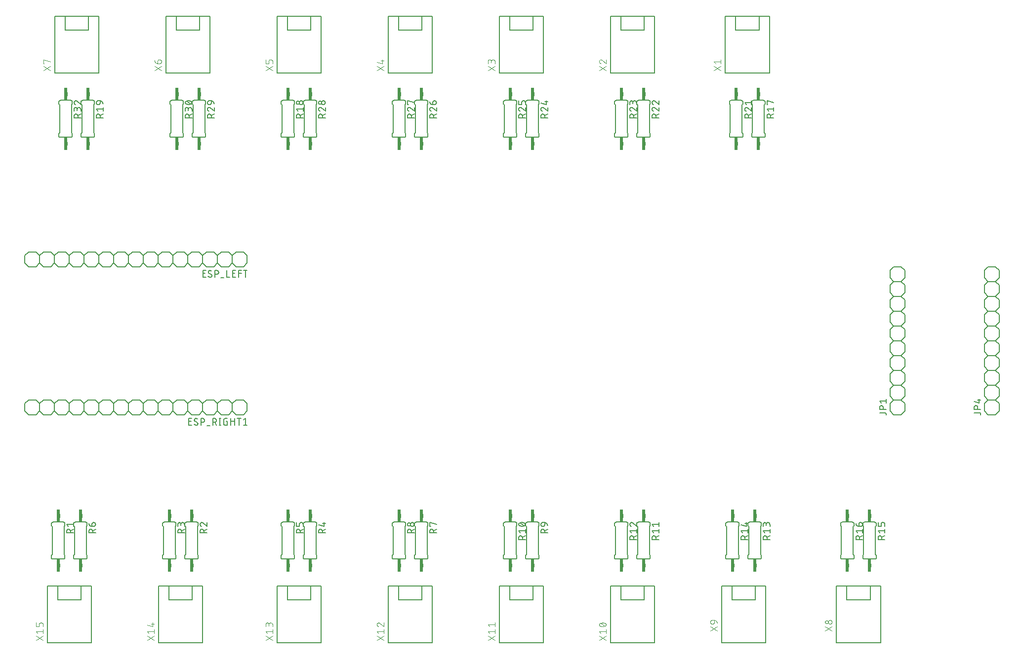
<source format=gbr>
G04 EAGLE Gerber RS-274X export*
G75*
%MOMM*%
%FSLAX34Y34*%
%LPD*%
%INSilkscreen Top*%
%IPPOS*%
%AMOC8*
5,1,8,0,0,1.08239X$1,22.5*%
G01*
%ADD10C,0.152400*%
%ADD11C,0.127000*%
%ADD12C,0.609600*%
%ADD13R,0.609600X0.863600*%
%ADD14C,0.203200*%
%ADD15C,0.101600*%


D10*
X133350Y739775D02*
X120650Y739775D01*
X114300Y746125D01*
X114300Y758825D01*
X120650Y765175D01*
X114300Y746125D02*
X107950Y739775D01*
X95250Y739775D01*
X88900Y746125D01*
X88900Y758825D01*
X95250Y765175D01*
X107950Y765175D01*
X114300Y758825D01*
X158750Y739775D02*
X165100Y746125D01*
X158750Y739775D02*
X146050Y739775D01*
X139700Y746125D01*
X139700Y758825D01*
X146050Y765175D01*
X158750Y765175D01*
X165100Y758825D01*
X139700Y746125D02*
X133350Y739775D01*
X139700Y758825D02*
X133350Y765175D01*
X120650Y765175D01*
X196850Y739775D02*
X209550Y739775D01*
X196850Y739775D02*
X190500Y746125D01*
X190500Y758825D01*
X196850Y765175D01*
X190500Y746125D02*
X184150Y739775D01*
X171450Y739775D01*
X165100Y746125D01*
X165100Y758825D01*
X171450Y765175D01*
X184150Y765175D01*
X190500Y758825D01*
X234950Y739775D02*
X241300Y746125D01*
X234950Y739775D02*
X222250Y739775D01*
X215900Y746125D01*
X215900Y758825D01*
X222250Y765175D01*
X234950Y765175D01*
X241300Y758825D01*
X215900Y746125D02*
X209550Y739775D01*
X215900Y758825D02*
X209550Y765175D01*
X196850Y765175D01*
X273050Y739775D02*
X285750Y739775D01*
X273050Y739775D02*
X266700Y746125D01*
X266700Y758825D01*
X273050Y765175D01*
X266700Y746125D02*
X260350Y739775D01*
X247650Y739775D01*
X241300Y746125D01*
X241300Y758825D01*
X247650Y765175D01*
X260350Y765175D01*
X266700Y758825D01*
X311150Y739775D02*
X317500Y746125D01*
X311150Y739775D02*
X298450Y739775D01*
X292100Y746125D01*
X292100Y758825D01*
X298450Y765175D01*
X311150Y765175D01*
X317500Y758825D01*
X292100Y746125D02*
X285750Y739775D01*
X292100Y758825D02*
X285750Y765175D01*
X273050Y765175D01*
X349250Y739775D02*
X361950Y739775D01*
X349250Y739775D02*
X342900Y746125D01*
X342900Y758825D01*
X349250Y765175D01*
X342900Y746125D02*
X336550Y739775D01*
X323850Y739775D01*
X317500Y746125D01*
X317500Y758825D01*
X323850Y765175D01*
X336550Y765175D01*
X342900Y758825D01*
X387350Y739775D02*
X393700Y746125D01*
X387350Y739775D02*
X374650Y739775D01*
X368300Y746125D01*
X368300Y758825D01*
X374650Y765175D01*
X387350Y765175D01*
X393700Y758825D01*
X368300Y746125D02*
X361950Y739775D01*
X368300Y758825D02*
X361950Y765175D01*
X349250Y765175D01*
X425450Y739775D02*
X438150Y739775D01*
X425450Y739775D02*
X419100Y746125D01*
X419100Y758825D01*
X425450Y765175D01*
X419100Y746125D02*
X412750Y739775D01*
X400050Y739775D01*
X393700Y746125D01*
X393700Y758825D01*
X400050Y765175D01*
X412750Y765175D01*
X419100Y758825D01*
X444500Y758825D02*
X444500Y746125D01*
X438150Y739775D01*
X444500Y758825D02*
X438150Y765175D01*
X425450Y765175D01*
X88900Y746125D02*
X82550Y739775D01*
X69850Y739775D01*
X63500Y746125D01*
X63500Y758825D01*
X69850Y765175D01*
X82550Y765175D01*
X88900Y758825D01*
D11*
X368580Y722122D02*
X373660Y722122D01*
X368580Y722122D02*
X368580Y733552D01*
X373660Y733552D01*
X372390Y728472D02*
X368580Y728472D01*
X381508Y722122D02*
X381608Y722124D01*
X381707Y722130D01*
X381807Y722140D01*
X381905Y722153D01*
X382004Y722171D01*
X382101Y722192D01*
X382197Y722217D01*
X382293Y722246D01*
X382387Y722279D01*
X382480Y722315D01*
X382571Y722355D01*
X382661Y722399D01*
X382749Y722446D01*
X382835Y722496D01*
X382919Y722550D01*
X383001Y722607D01*
X383080Y722667D01*
X383158Y722731D01*
X383232Y722797D01*
X383304Y722866D01*
X383373Y722938D01*
X383439Y723012D01*
X383503Y723090D01*
X383563Y723169D01*
X383620Y723251D01*
X383674Y723335D01*
X383724Y723421D01*
X383771Y723509D01*
X383815Y723599D01*
X383855Y723690D01*
X383891Y723783D01*
X383924Y723877D01*
X383953Y723973D01*
X383978Y724069D01*
X383999Y724166D01*
X384017Y724265D01*
X384030Y724363D01*
X384040Y724463D01*
X384046Y724562D01*
X384048Y724662D01*
X381508Y722122D02*
X381367Y722124D01*
X381226Y722129D01*
X381085Y722139D01*
X380944Y722152D01*
X380804Y722168D01*
X380664Y722189D01*
X380525Y722213D01*
X380386Y722241D01*
X380249Y722272D01*
X380112Y722307D01*
X379976Y722345D01*
X379841Y722387D01*
X379708Y722433D01*
X379575Y722482D01*
X379444Y722535D01*
X379315Y722591D01*
X379186Y722650D01*
X379060Y722713D01*
X378935Y722779D01*
X378812Y722848D01*
X378691Y722921D01*
X378572Y722997D01*
X378454Y723076D01*
X378339Y723157D01*
X378227Y723242D01*
X378116Y723330D01*
X378008Y723421D01*
X377902Y723514D01*
X377799Y723611D01*
X377698Y723710D01*
X378016Y731012D02*
X378018Y731112D01*
X378024Y731211D01*
X378034Y731311D01*
X378047Y731409D01*
X378065Y731508D01*
X378086Y731605D01*
X378111Y731701D01*
X378140Y731797D01*
X378173Y731891D01*
X378209Y731984D01*
X378249Y732075D01*
X378293Y732165D01*
X378340Y732253D01*
X378390Y732339D01*
X378444Y732423D01*
X378501Y732505D01*
X378561Y732584D01*
X378625Y732662D01*
X378691Y732736D01*
X378760Y732808D01*
X378832Y732877D01*
X378906Y732943D01*
X378984Y733007D01*
X379063Y733067D01*
X379145Y733124D01*
X379229Y733178D01*
X379315Y733228D01*
X379403Y733275D01*
X379493Y733319D01*
X379584Y733359D01*
X379677Y733395D01*
X379771Y733428D01*
X379867Y733457D01*
X379963Y733482D01*
X380060Y733503D01*
X380159Y733521D01*
X380257Y733534D01*
X380357Y733544D01*
X380456Y733550D01*
X380556Y733552D01*
X380556Y733553D02*
X380689Y733551D01*
X380822Y733546D01*
X380955Y733536D01*
X381088Y733523D01*
X381220Y733506D01*
X381352Y733486D01*
X381483Y733462D01*
X381613Y733434D01*
X381743Y733403D01*
X381871Y733368D01*
X381999Y733329D01*
X382125Y733287D01*
X382250Y733241D01*
X382374Y733192D01*
X382497Y733140D01*
X382618Y733084D01*
X382737Y733024D01*
X382855Y732962D01*
X382970Y732896D01*
X383084Y732827D01*
X383196Y732754D01*
X383306Y732679D01*
X383414Y732600D01*
X379285Y728789D02*
X379201Y728841D01*
X379118Y728896D01*
X379038Y728955D01*
X378960Y729016D01*
X378885Y729080D01*
X378812Y729148D01*
X378741Y729218D01*
X378674Y729290D01*
X378609Y729365D01*
X378547Y729443D01*
X378488Y729523D01*
X378432Y729605D01*
X378380Y729689D01*
X378331Y729775D01*
X378285Y729863D01*
X378242Y729953D01*
X378203Y730044D01*
X378168Y730137D01*
X378136Y730231D01*
X378108Y730326D01*
X378083Y730422D01*
X378063Y730519D01*
X378045Y730617D01*
X378032Y730715D01*
X378023Y730814D01*
X378017Y730913D01*
X378015Y731012D01*
X382778Y726885D02*
X382862Y726833D01*
X382945Y726778D01*
X383025Y726719D01*
X383103Y726658D01*
X383178Y726594D01*
X383251Y726526D01*
X383322Y726456D01*
X383389Y726384D01*
X383454Y726309D01*
X383516Y726231D01*
X383575Y726151D01*
X383631Y726069D01*
X383683Y725985D01*
X383732Y725899D01*
X383778Y725811D01*
X383821Y725721D01*
X383860Y725630D01*
X383895Y725537D01*
X383927Y725443D01*
X383955Y725348D01*
X383980Y725252D01*
X384000Y725155D01*
X384018Y725057D01*
X384031Y724959D01*
X384040Y724860D01*
X384046Y724761D01*
X384048Y724662D01*
X382778Y726885D02*
X379286Y728790D01*
X389319Y733552D02*
X389319Y722122D01*
X389319Y733552D02*
X392494Y733552D01*
X392605Y733550D01*
X392715Y733544D01*
X392826Y733535D01*
X392936Y733521D01*
X393045Y733504D01*
X393154Y733483D01*
X393262Y733458D01*
X393369Y733429D01*
X393475Y733397D01*
X393580Y733361D01*
X393683Y733321D01*
X393785Y733278D01*
X393886Y733231D01*
X393985Y733180D01*
X394082Y733127D01*
X394176Y733070D01*
X394269Y733009D01*
X394360Y732946D01*
X394449Y732879D01*
X394535Y732809D01*
X394618Y732736D01*
X394700Y732661D01*
X394778Y732583D01*
X394853Y732501D01*
X394926Y732418D01*
X394996Y732332D01*
X395063Y732243D01*
X395126Y732152D01*
X395187Y732059D01*
X395244Y731964D01*
X395297Y731868D01*
X395348Y731769D01*
X395395Y731668D01*
X395438Y731566D01*
X395478Y731463D01*
X395514Y731358D01*
X395546Y731252D01*
X395575Y731145D01*
X395600Y731037D01*
X395621Y730928D01*
X395638Y730819D01*
X395652Y730709D01*
X395661Y730598D01*
X395667Y730488D01*
X395669Y730377D01*
X395667Y730266D01*
X395661Y730156D01*
X395652Y730045D01*
X395638Y729935D01*
X395621Y729826D01*
X395600Y729717D01*
X395575Y729609D01*
X395546Y729502D01*
X395514Y729396D01*
X395478Y729291D01*
X395438Y729188D01*
X395395Y729086D01*
X395348Y728985D01*
X395297Y728886D01*
X395244Y728790D01*
X395187Y728695D01*
X395126Y728602D01*
X395063Y728511D01*
X394996Y728422D01*
X394926Y728336D01*
X394853Y728253D01*
X394778Y728171D01*
X394700Y728093D01*
X394618Y728018D01*
X394535Y727945D01*
X394449Y727875D01*
X394360Y727808D01*
X394269Y727745D01*
X394176Y727684D01*
X394082Y727627D01*
X393985Y727574D01*
X393886Y727523D01*
X393785Y727476D01*
X393683Y727433D01*
X393580Y727393D01*
X393475Y727357D01*
X393369Y727325D01*
X393262Y727296D01*
X393154Y727271D01*
X393045Y727250D01*
X392936Y727233D01*
X392826Y727219D01*
X392715Y727210D01*
X392605Y727204D01*
X392494Y727202D01*
X389319Y727202D01*
X399669Y720852D02*
X404749Y720852D01*
X409727Y722122D02*
X409727Y733552D01*
X409727Y722122D02*
X414807Y722122D01*
X419633Y722122D02*
X424713Y722122D01*
X419633Y722122D02*
X419633Y733552D01*
X424713Y733552D01*
X423443Y728472D02*
X419633Y728472D01*
X429539Y733552D02*
X429539Y722122D01*
X429539Y733552D02*
X434619Y733552D01*
X434619Y728472D02*
X429539Y728472D01*
X441452Y733552D02*
X441452Y722122D01*
X438277Y733552D02*
X444627Y733552D01*
D10*
X167640Y301625D02*
X167740Y301623D01*
X167839Y301617D01*
X167939Y301607D01*
X168037Y301594D01*
X168136Y301576D01*
X168233Y301555D01*
X168329Y301530D01*
X168425Y301501D01*
X168519Y301468D01*
X168612Y301432D01*
X168703Y301392D01*
X168793Y301348D01*
X168881Y301301D01*
X168967Y301251D01*
X169051Y301197D01*
X169133Y301140D01*
X169212Y301080D01*
X169290Y301016D01*
X169364Y300950D01*
X169436Y300881D01*
X169505Y300809D01*
X169571Y300735D01*
X169635Y300657D01*
X169695Y300578D01*
X169752Y300496D01*
X169806Y300412D01*
X169856Y300326D01*
X169903Y300238D01*
X169947Y300148D01*
X169987Y300057D01*
X170023Y299964D01*
X170056Y299870D01*
X170085Y299774D01*
X170110Y299678D01*
X170131Y299581D01*
X170149Y299482D01*
X170162Y299384D01*
X170172Y299284D01*
X170178Y299185D01*
X170180Y299085D01*
X149860Y301625D02*
X149760Y301623D01*
X149661Y301617D01*
X149561Y301607D01*
X149463Y301594D01*
X149364Y301576D01*
X149267Y301555D01*
X149171Y301530D01*
X149075Y301501D01*
X148981Y301468D01*
X148888Y301432D01*
X148797Y301392D01*
X148707Y301348D01*
X148619Y301301D01*
X148533Y301251D01*
X148449Y301197D01*
X148367Y301140D01*
X148288Y301080D01*
X148210Y301016D01*
X148136Y300950D01*
X148064Y300881D01*
X147995Y300809D01*
X147929Y300735D01*
X147865Y300657D01*
X147805Y300578D01*
X147748Y300496D01*
X147694Y300412D01*
X147644Y300326D01*
X147597Y300238D01*
X147553Y300148D01*
X147513Y300057D01*
X147477Y299964D01*
X147444Y299870D01*
X147415Y299774D01*
X147390Y299678D01*
X147369Y299581D01*
X147351Y299482D01*
X147338Y299384D01*
X147328Y299284D01*
X147322Y299185D01*
X147320Y299085D01*
X147320Y240665D02*
X147322Y240565D01*
X147328Y240466D01*
X147338Y240366D01*
X147351Y240268D01*
X147369Y240169D01*
X147390Y240072D01*
X147415Y239976D01*
X147444Y239880D01*
X147477Y239786D01*
X147513Y239693D01*
X147553Y239602D01*
X147597Y239512D01*
X147644Y239424D01*
X147694Y239338D01*
X147748Y239254D01*
X147805Y239172D01*
X147865Y239093D01*
X147929Y239015D01*
X147995Y238941D01*
X148064Y238869D01*
X148136Y238800D01*
X148210Y238734D01*
X148288Y238670D01*
X148367Y238610D01*
X148449Y238553D01*
X148533Y238499D01*
X148619Y238449D01*
X148707Y238402D01*
X148797Y238358D01*
X148888Y238318D01*
X148981Y238282D01*
X149075Y238249D01*
X149171Y238220D01*
X149267Y238195D01*
X149364Y238174D01*
X149463Y238156D01*
X149561Y238143D01*
X149661Y238133D01*
X149760Y238127D01*
X149860Y238125D01*
X167640Y238125D02*
X167740Y238127D01*
X167839Y238133D01*
X167939Y238143D01*
X168037Y238156D01*
X168136Y238174D01*
X168233Y238195D01*
X168329Y238220D01*
X168425Y238249D01*
X168519Y238282D01*
X168612Y238318D01*
X168703Y238358D01*
X168793Y238402D01*
X168881Y238449D01*
X168967Y238499D01*
X169051Y238553D01*
X169133Y238610D01*
X169212Y238670D01*
X169290Y238734D01*
X169364Y238800D01*
X169436Y238869D01*
X169505Y238941D01*
X169571Y239015D01*
X169635Y239093D01*
X169695Y239172D01*
X169752Y239254D01*
X169806Y239338D01*
X169856Y239424D01*
X169903Y239512D01*
X169947Y239602D01*
X169987Y239693D01*
X170023Y239786D01*
X170056Y239880D01*
X170085Y239976D01*
X170110Y240072D01*
X170131Y240169D01*
X170149Y240268D01*
X170162Y240366D01*
X170172Y240466D01*
X170178Y240565D01*
X170180Y240665D01*
X167640Y301625D02*
X149860Y301625D01*
X170180Y299085D02*
X170180Y295275D01*
X168910Y294005D01*
X147320Y295275D02*
X147320Y299085D01*
X147320Y295275D02*
X148590Y294005D01*
X168910Y245745D02*
X170180Y244475D01*
X168910Y245745D02*
X168910Y294005D01*
X148590Y245745D02*
X147320Y244475D01*
X148590Y245745D02*
X148590Y294005D01*
X170180Y244475D02*
X170180Y240665D01*
X147320Y240665D02*
X147320Y244475D01*
X149860Y238125D02*
X167640Y238125D01*
D12*
X158750Y229235D02*
X158750Y225425D01*
X158750Y310515D02*
X158750Y314325D01*
D13*
X158750Y233807D03*
X158750Y305943D03*
X158750Y221107D03*
X158750Y318643D03*
D11*
X173355Y283293D02*
X184785Y283293D01*
X173355Y283293D02*
X173355Y286468D01*
X173357Y286579D01*
X173363Y286689D01*
X173372Y286800D01*
X173386Y286910D01*
X173403Y287019D01*
X173424Y287128D01*
X173449Y287236D01*
X173478Y287343D01*
X173510Y287449D01*
X173546Y287554D01*
X173586Y287657D01*
X173629Y287759D01*
X173676Y287860D01*
X173727Y287959D01*
X173780Y288056D01*
X173837Y288150D01*
X173898Y288243D01*
X173961Y288334D01*
X174028Y288423D01*
X174098Y288509D01*
X174171Y288592D01*
X174246Y288674D01*
X174324Y288752D01*
X174406Y288827D01*
X174489Y288900D01*
X174575Y288970D01*
X174664Y289037D01*
X174755Y289100D01*
X174848Y289161D01*
X174943Y289218D01*
X175039Y289271D01*
X175138Y289322D01*
X175239Y289369D01*
X175341Y289412D01*
X175444Y289452D01*
X175549Y289488D01*
X175655Y289520D01*
X175762Y289549D01*
X175870Y289574D01*
X175979Y289595D01*
X176088Y289612D01*
X176198Y289626D01*
X176309Y289635D01*
X176419Y289641D01*
X176530Y289643D01*
X176641Y289641D01*
X176751Y289635D01*
X176862Y289626D01*
X176972Y289612D01*
X177081Y289595D01*
X177190Y289574D01*
X177298Y289549D01*
X177405Y289520D01*
X177511Y289488D01*
X177616Y289452D01*
X177719Y289412D01*
X177821Y289369D01*
X177922Y289322D01*
X178021Y289271D01*
X178118Y289218D01*
X178212Y289161D01*
X178305Y289100D01*
X178396Y289037D01*
X178485Y288970D01*
X178571Y288900D01*
X178654Y288827D01*
X178736Y288752D01*
X178814Y288674D01*
X178889Y288592D01*
X178962Y288509D01*
X179032Y288423D01*
X179099Y288334D01*
X179162Y288243D01*
X179223Y288150D01*
X179280Y288056D01*
X179333Y287959D01*
X179384Y287860D01*
X179431Y287759D01*
X179474Y287657D01*
X179514Y287554D01*
X179550Y287449D01*
X179582Y287343D01*
X179611Y287236D01*
X179636Y287128D01*
X179657Y287019D01*
X179674Y286910D01*
X179688Y286800D01*
X179697Y286689D01*
X179703Y286579D01*
X179705Y286468D01*
X179705Y283293D01*
X179705Y287103D02*
X184785Y289643D01*
X178435Y294640D02*
X178435Y298450D01*
X178437Y298550D01*
X178443Y298649D01*
X178453Y298749D01*
X178466Y298847D01*
X178484Y298946D01*
X178505Y299043D01*
X178530Y299139D01*
X178559Y299235D01*
X178592Y299329D01*
X178628Y299422D01*
X178668Y299513D01*
X178712Y299603D01*
X178759Y299691D01*
X178809Y299777D01*
X178863Y299861D01*
X178920Y299943D01*
X178980Y300022D01*
X179044Y300100D01*
X179110Y300174D01*
X179179Y300246D01*
X179251Y300315D01*
X179325Y300381D01*
X179403Y300445D01*
X179482Y300505D01*
X179564Y300562D01*
X179648Y300616D01*
X179734Y300666D01*
X179822Y300713D01*
X179912Y300757D01*
X180003Y300797D01*
X180096Y300833D01*
X180190Y300866D01*
X180286Y300895D01*
X180382Y300920D01*
X180479Y300941D01*
X180578Y300959D01*
X180676Y300972D01*
X180776Y300982D01*
X180875Y300988D01*
X180975Y300990D01*
X181610Y300990D01*
X181721Y300988D01*
X181831Y300982D01*
X181942Y300973D01*
X182052Y300959D01*
X182161Y300942D01*
X182270Y300921D01*
X182378Y300896D01*
X182485Y300867D01*
X182591Y300835D01*
X182696Y300799D01*
X182799Y300759D01*
X182901Y300716D01*
X183002Y300669D01*
X183101Y300618D01*
X183198Y300565D01*
X183292Y300508D01*
X183385Y300447D01*
X183476Y300384D01*
X183565Y300317D01*
X183651Y300247D01*
X183734Y300174D01*
X183816Y300099D01*
X183894Y300021D01*
X183969Y299939D01*
X184042Y299856D01*
X184112Y299770D01*
X184179Y299681D01*
X184242Y299590D01*
X184303Y299497D01*
X184360Y299402D01*
X184413Y299306D01*
X184464Y299207D01*
X184511Y299106D01*
X184554Y299004D01*
X184594Y298901D01*
X184630Y298796D01*
X184662Y298690D01*
X184691Y298583D01*
X184716Y298475D01*
X184737Y298366D01*
X184754Y298257D01*
X184768Y298147D01*
X184777Y298036D01*
X184783Y297926D01*
X184785Y297815D01*
X184783Y297704D01*
X184777Y297594D01*
X184768Y297483D01*
X184754Y297373D01*
X184737Y297264D01*
X184716Y297155D01*
X184691Y297047D01*
X184662Y296940D01*
X184630Y296834D01*
X184594Y296729D01*
X184554Y296626D01*
X184511Y296524D01*
X184464Y296423D01*
X184413Y296324D01*
X184360Y296227D01*
X184303Y296133D01*
X184242Y296040D01*
X184179Y295949D01*
X184112Y295860D01*
X184042Y295774D01*
X183969Y295691D01*
X183894Y295609D01*
X183816Y295531D01*
X183734Y295456D01*
X183651Y295383D01*
X183565Y295313D01*
X183476Y295246D01*
X183385Y295183D01*
X183292Y295122D01*
X183197Y295065D01*
X183101Y295012D01*
X183002Y294961D01*
X182901Y294914D01*
X182799Y294871D01*
X182696Y294831D01*
X182591Y294795D01*
X182485Y294763D01*
X182378Y294734D01*
X182270Y294709D01*
X182161Y294688D01*
X182052Y294671D01*
X181942Y294657D01*
X181831Y294648D01*
X181721Y294642D01*
X181610Y294640D01*
X178435Y294640D01*
X178295Y294642D01*
X178155Y294648D01*
X178015Y294657D01*
X177876Y294671D01*
X177737Y294688D01*
X177599Y294709D01*
X177461Y294734D01*
X177324Y294763D01*
X177188Y294795D01*
X177053Y294832D01*
X176919Y294872D01*
X176786Y294915D01*
X176654Y294963D01*
X176523Y295013D01*
X176394Y295068D01*
X176267Y295126D01*
X176141Y295187D01*
X176017Y295252D01*
X175895Y295321D01*
X175775Y295392D01*
X175657Y295467D01*
X175540Y295545D01*
X175426Y295627D01*
X175315Y295711D01*
X175206Y295799D01*
X175099Y295889D01*
X174994Y295983D01*
X174893Y296079D01*
X174794Y296178D01*
X174698Y296279D01*
X174604Y296384D01*
X174514Y296491D01*
X174426Y296600D01*
X174342Y296711D01*
X174260Y296825D01*
X174182Y296942D01*
X174107Y297060D01*
X174036Y297180D01*
X173967Y297302D01*
X173902Y297426D01*
X173841Y297552D01*
X173783Y297679D01*
X173728Y297808D01*
X173678Y297939D01*
X173630Y298071D01*
X173587Y298204D01*
X173547Y298338D01*
X173510Y298473D01*
X173478Y298609D01*
X173449Y298746D01*
X173424Y298884D01*
X173403Y299022D01*
X173386Y299161D01*
X173372Y299300D01*
X173363Y299440D01*
X173357Y299580D01*
X173355Y299720D01*
D10*
X132080Y299085D02*
X132078Y299185D01*
X132072Y299284D01*
X132062Y299384D01*
X132049Y299482D01*
X132031Y299581D01*
X132010Y299678D01*
X131985Y299774D01*
X131956Y299870D01*
X131923Y299964D01*
X131887Y300057D01*
X131847Y300148D01*
X131803Y300238D01*
X131756Y300326D01*
X131706Y300412D01*
X131652Y300496D01*
X131595Y300578D01*
X131535Y300657D01*
X131471Y300735D01*
X131405Y300809D01*
X131336Y300881D01*
X131264Y300950D01*
X131190Y301016D01*
X131112Y301080D01*
X131033Y301140D01*
X130951Y301197D01*
X130867Y301251D01*
X130781Y301301D01*
X130693Y301348D01*
X130603Y301392D01*
X130512Y301432D01*
X130419Y301468D01*
X130325Y301501D01*
X130229Y301530D01*
X130133Y301555D01*
X130036Y301576D01*
X129937Y301594D01*
X129839Y301607D01*
X129739Y301617D01*
X129640Y301623D01*
X129540Y301625D01*
X111760Y301625D02*
X111660Y301623D01*
X111561Y301617D01*
X111461Y301607D01*
X111363Y301594D01*
X111264Y301576D01*
X111167Y301555D01*
X111071Y301530D01*
X110975Y301501D01*
X110881Y301468D01*
X110788Y301432D01*
X110697Y301392D01*
X110607Y301348D01*
X110519Y301301D01*
X110433Y301251D01*
X110349Y301197D01*
X110267Y301140D01*
X110188Y301080D01*
X110110Y301016D01*
X110036Y300950D01*
X109964Y300881D01*
X109895Y300809D01*
X109829Y300735D01*
X109765Y300657D01*
X109705Y300578D01*
X109648Y300496D01*
X109594Y300412D01*
X109544Y300326D01*
X109497Y300238D01*
X109453Y300148D01*
X109413Y300057D01*
X109377Y299964D01*
X109344Y299870D01*
X109315Y299774D01*
X109290Y299678D01*
X109269Y299581D01*
X109251Y299482D01*
X109238Y299384D01*
X109228Y299284D01*
X109222Y299185D01*
X109220Y299085D01*
X109220Y240665D02*
X109222Y240565D01*
X109228Y240466D01*
X109238Y240366D01*
X109251Y240268D01*
X109269Y240169D01*
X109290Y240072D01*
X109315Y239976D01*
X109344Y239880D01*
X109377Y239786D01*
X109413Y239693D01*
X109453Y239602D01*
X109497Y239512D01*
X109544Y239424D01*
X109594Y239338D01*
X109648Y239254D01*
X109705Y239172D01*
X109765Y239093D01*
X109829Y239015D01*
X109895Y238941D01*
X109964Y238869D01*
X110036Y238800D01*
X110110Y238734D01*
X110188Y238670D01*
X110267Y238610D01*
X110349Y238553D01*
X110433Y238499D01*
X110519Y238449D01*
X110607Y238402D01*
X110697Y238358D01*
X110788Y238318D01*
X110881Y238282D01*
X110975Y238249D01*
X111071Y238220D01*
X111167Y238195D01*
X111264Y238174D01*
X111363Y238156D01*
X111461Y238143D01*
X111561Y238133D01*
X111660Y238127D01*
X111760Y238125D01*
X129540Y238125D02*
X129640Y238127D01*
X129739Y238133D01*
X129839Y238143D01*
X129937Y238156D01*
X130036Y238174D01*
X130133Y238195D01*
X130229Y238220D01*
X130325Y238249D01*
X130419Y238282D01*
X130512Y238318D01*
X130603Y238358D01*
X130693Y238402D01*
X130781Y238449D01*
X130867Y238499D01*
X130951Y238553D01*
X131033Y238610D01*
X131112Y238670D01*
X131190Y238734D01*
X131264Y238800D01*
X131336Y238869D01*
X131405Y238941D01*
X131471Y239015D01*
X131535Y239093D01*
X131595Y239172D01*
X131652Y239254D01*
X131706Y239338D01*
X131756Y239424D01*
X131803Y239512D01*
X131847Y239602D01*
X131887Y239693D01*
X131923Y239786D01*
X131956Y239880D01*
X131985Y239976D01*
X132010Y240072D01*
X132031Y240169D01*
X132049Y240268D01*
X132062Y240366D01*
X132072Y240466D01*
X132078Y240565D01*
X132080Y240665D01*
X129540Y301625D02*
X111760Y301625D01*
X132080Y299085D02*
X132080Y295275D01*
X130810Y294005D01*
X109220Y295275D02*
X109220Y299085D01*
X109220Y295275D02*
X110490Y294005D01*
X130810Y245745D02*
X132080Y244475D01*
X130810Y245745D02*
X130810Y294005D01*
X110490Y245745D02*
X109220Y244475D01*
X110490Y245745D02*
X110490Y294005D01*
X132080Y244475D02*
X132080Y240665D01*
X109220Y240665D02*
X109220Y244475D01*
X111760Y238125D02*
X129540Y238125D01*
D12*
X120650Y229235D02*
X120650Y225425D01*
X120650Y310515D02*
X120650Y314325D01*
D13*
X120650Y233807D03*
X120650Y305943D03*
X120650Y221107D03*
X120650Y318643D03*
D11*
X135255Y283293D02*
X146685Y283293D01*
X135255Y283293D02*
X135255Y286468D01*
X135257Y286579D01*
X135263Y286689D01*
X135272Y286800D01*
X135286Y286910D01*
X135303Y287019D01*
X135324Y287128D01*
X135349Y287236D01*
X135378Y287343D01*
X135410Y287449D01*
X135446Y287554D01*
X135486Y287657D01*
X135529Y287759D01*
X135576Y287860D01*
X135627Y287959D01*
X135680Y288056D01*
X135737Y288150D01*
X135798Y288243D01*
X135861Y288334D01*
X135928Y288423D01*
X135998Y288509D01*
X136071Y288592D01*
X136146Y288674D01*
X136224Y288752D01*
X136306Y288827D01*
X136389Y288900D01*
X136475Y288970D01*
X136564Y289037D01*
X136655Y289100D01*
X136748Y289161D01*
X136843Y289218D01*
X136939Y289271D01*
X137038Y289322D01*
X137139Y289369D01*
X137241Y289412D01*
X137344Y289452D01*
X137449Y289488D01*
X137555Y289520D01*
X137662Y289549D01*
X137770Y289574D01*
X137879Y289595D01*
X137988Y289612D01*
X138098Y289626D01*
X138209Y289635D01*
X138319Y289641D01*
X138430Y289643D01*
X138541Y289641D01*
X138651Y289635D01*
X138762Y289626D01*
X138872Y289612D01*
X138981Y289595D01*
X139090Y289574D01*
X139198Y289549D01*
X139305Y289520D01*
X139411Y289488D01*
X139516Y289452D01*
X139619Y289412D01*
X139721Y289369D01*
X139822Y289322D01*
X139921Y289271D01*
X140018Y289218D01*
X140112Y289161D01*
X140205Y289100D01*
X140296Y289037D01*
X140385Y288970D01*
X140471Y288900D01*
X140554Y288827D01*
X140636Y288752D01*
X140714Y288674D01*
X140789Y288592D01*
X140862Y288509D01*
X140932Y288423D01*
X140999Y288334D01*
X141062Y288243D01*
X141123Y288150D01*
X141180Y288056D01*
X141233Y287959D01*
X141284Y287860D01*
X141331Y287759D01*
X141374Y287657D01*
X141414Y287554D01*
X141450Y287449D01*
X141482Y287343D01*
X141511Y287236D01*
X141536Y287128D01*
X141557Y287019D01*
X141574Y286910D01*
X141588Y286800D01*
X141597Y286689D01*
X141603Y286579D01*
X141605Y286468D01*
X141605Y283293D01*
X141605Y287103D02*
X146685Y289643D01*
X137795Y294640D02*
X135255Y297815D01*
X146685Y297815D01*
X146685Y294640D02*
X146685Y300990D01*
D10*
X1708150Y695325D02*
X1714500Y688975D01*
X1708150Y695325D02*
X1708150Y708025D01*
X1714500Y714375D01*
X1727200Y714375D01*
X1733550Y708025D01*
X1733550Y695325D01*
X1727200Y688975D01*
X1708150Y657225D02*
X1708150Y644525D01*
X1708150Y657225D02*
X1714500Y663575D01*
X1727200Y663575D01*
X1733550Y657225D01*
X1714500Y663575D02*
X1708150Y669925D01*
X1708150Y682625D01*
X1714500Y688975D01*
X1727200Y688975D01*
X1733550Y682625D01*
X1733550Y669925D01*
X1727200Y663575D01*
X1708150Y619125D02*
X1714500Y612775D01*
X1708150Y619125D02*
X1708150Y631825D01*
X1714500Y638175D01*
X1727200Y638175D01*
X1733550Y631825D01*
X1733550Y619125D01*
X1727200Y612775D01*
X1714500Y638175D02*
X1708150Y644525D01*
X1727200Y638175D02*
X1733550Y644525D01*
X1733550Y657225D01*
X1708150Y581025D02*
X1708150Y568325D01*
X1708150Y581025D02*
X1714500Y587375D01*
X1727200Y587375D01*
X1733550Y581025D01*
X1714500Y587375D02*
X1708150Y593725D01*
X1708150Y606425D01*
X1714500Y612775D01*
X1727200Y612775D01*
X1733550Y606425D01*
X1733550Y593725D01*
X1727200Y587375D01*
X1708150Y542925D02*
X1714500Y536575D01*
X1708150Y542925D02*
X1708150Y555625D01*
X1714500Y561975D01*
X1727200Y561975D01*
X1733550Y555625D01*
X1733550Y542925D01*
X1727200Y536575D01*
X1714500Y561975D02*
X1708150Y568325D01*
X1727200Y561975D02*
X1733550Y568325D01*
X1733550Y581025D01*
X1708150Y504825D02*
X1708150Y492125D01*
X1708150Y504825D02*
X1714500Y511175D01*
X1727200Y511175D01*
X1733550Y504825D01*
X1714500Y511175D02*
X1708150Y517525D01*
X1708150Y530225D01*
X1714500Y536575D01*
X1727200Y536575D01*
X1733550Y530225D01*
X1733550Y517525D01*
X1727200Y511175D01*
X1727200Y485775D02*
X1714500Y485775D01*
X1708150Y492125D01*
X1727200Y485775D02*
X1733550Y492125D01*
X1733550Y504825D01*
X1708150Y720725D02*
X1708150Y733425D01*
X1714500Y739775D01*
X1727200Y739775D01*
X1733550Y733425D01*
X1714500Y714375D02*
X1708150Y720725D01*
X1727200Y714375D02*
X1733550Y720725D01*
X1733550Y733425D01*
D11*
X1699387Y489458D02*
X1690497Y489458D01*
X1699387Y489458D02*
X1699487Y489456D01*
X1699586Y489450D01*
X1699686Y489440D01*
X1699784Y489427D01*
X1699883Y489409D01*
X1699980Y489388D01*
X1700076Y489363D01*
X1700172Y489334D01*
X1700266Y489301D01*
X1700359Y489265D01*
X1700450Y489225D01*
X1700540Y489181D01*
X1700628Y489134D01*
X1700714Y489084D01*
X1700798Y489030D01*
X1700880Y488973D01*
X1700959Y488913D01*
X1701037Y488849D01*
X1701111Y488783D01*
X1701183Y488714D01*
X1701252Y488642D01*
X1701318Y488568D01*
X1701382Y488490D01*
X1701442Y488411D01*
X1701499Y488329D01*
X1701553Y488245D01*
X1701603Y488159D01*
X1701650Y488071D01*
X1701694Y487981D01*
X1701734Y487890D01*
X1701770Y487797D01*
X1701803Y487703D01*
X1701832Y487607D01*
X1701857Y487511D01*
X1701878Y487414D01*
X1701896Y487315D01*
X1701909Y487217D01*
X1701919Y487117D01*
X1701925Y487018D01*
X1701927Y486918D01*
X1701927Y485648D01*
X1701927Y495438D02*
X1690497Y495438D01*
X1690497Y498613D01*
X1690499Y498724D01*
X1690505Y498834D01*
X1690514Y498945D01*
X1690528Y499055D01*
X1690545Y499164D01*
X1690566Y499273D01*
X1690591Y499381D01*
X1690620Y499488D01*
X1690652Y499594D01*
X1690688Y499699D01*
X1690728Y499802D01*
X1690771Y499904D01*
X1690818Y500005D01*
X1690869Y500104D01*
X1690922Y500201D01*
X1690979Y500295D01*
X1691040Y500388D01*
X1691103Y500479D01*
X1691170Y500568D01*
X1691240Y500654D01*
X1691313Y500737D01*
X1691388Y500819D01*
X1691466Y500897D01*
X1691548Y500972D01*
X1691631Y501045D01*
X1691717Y501115D01*
X1691806Y501182D01*
X1691897Y501245D01*
X1691990Y501306D01*
X1692085Y501363D01*
X1692181Y501416D01*
X1692280Y501467D01*
X1692381Y501514D01*
X1692483Y501557D01*
X1692586Y501597D01*
X1692691Y501633D01*
X1692797Y501665D01*
X1692904Y501694D01*
X1693012Y501719D01*
X1693121Y501740D01*
X1693230Y501757D01*
X1693340Y501771D01*
X1693451Y501780D01*
X1693561Y501786D01*
X1693672Y501788D01*
X1693783Y501786D01*
X1693893Y501780D01*
X1694004Y501771D01*
X1694114Y501757D01*
X1694223Y501740D01*
X1694332Y501719D01*
X1694440Y501694D01*
X1694547Y501665D01*
X1694653Y501633D01*
X1694758Y501597D01*
X1694861Y501557D01*
X1694963Y501514D01*
X1695064Y501467D01*
X1695163Y501416D01*
X1695260Y501363D01*
X1695354Y501306D01*
X1695447Y501245D01*
X1695538Y501182D01*
X1695627Y501115D01*
X1695713Y501045D01*
X1695796Y500972D01*
X1695878Y500897D01*
X1695956Y500819D01*
X1696031Y500737D01*
X1696104Y500654D01*
X1696174Y500568D01*
X1696241Y500479D01*
X1696304Y500388D01*
X1696365Y500295D01*
X1696422Y500201D01*
X1696475Y500104D01*
X1696526Y500005D01*
X1696573Y499904D01*
X1696616Y499802D01*
X1696656Y499699D01*
X1696692Y499594D01*
X1696724Y499488D01*
X1696753Y499381D01*
X1696778Y499273D01*
X1696799Y499164D01*
X1696816Y499055D01*
X1696830Y498945D01*
X1696839Y498834D01*
X1696845Y498724D01*
X1696847Y498613D01*
X1696847Y495438D01*
X1699387Y506297D02*
X1690497Y508837D01*
X1699387Y506297D02*
X1699387Y512647D01*
X1696847Y510742D02*
X1701927Y510742D01*
D10*
X1552575Y688975D02*
X1546225Y695325D01*
X1546225Y708025D01*
X1552575Y714375D01*
X1565275Y714375D01*
X1571625Y708025D01*
X1571625Y695325D01*
X1565275Y688975D01*
X1546225Y657225D02*
X1546225Y644525D01*
X1546225Y657225D02*
X1552575Y663575D01*
X1565275Y663575D01*
X1571625Y657225D01*
X1552575Y663575D02*
X1546225Y669925D01*
X1546225Y682625D01*
X1552575Y688975D01*
X1565275Y688975D01*
X1571625Y682625D01*
X1571625Y669925D01*
X1565275Y663575D01*
X1546225Y619125D02*
X1552575Y612775D01*
X1546225Y619125D02*
X1546225Y631825D01*
X1552575Y638175D01*
X1565275Y638175D01*
X1571625Y631825D01*
X1571625Y619125D01*
X1565275Y612775D01*
X1552575Y638175D02*
X1546225Y644525D01*
X1565275Y638175D02*
X1571625Y644525D01*
X1571625Y657225D01*
X1546225Y581025D02*
X1546225Y568325D01*
X1546225Y581025D02*
X1552575Y587375D01*
X1565275Y587375D01*
X1571625Y581025D01*
X1552575Y587375D02*
X1546225Y593725D01*
X1546225Y606425D01*
X1552575Y612775D01*
X1565275Y612775D01*
X1571625Y606425D01*
X1571625Y593725D01*
X1565275Y587375D01*
X1546225Y542925D02*
X1552575Y536575D01*
X1546225Y542925D02*
X1546225Y555625D01*
X1552575Y561975D01*
X1565275Y561975D01*
X1571625Y555625D01*
X1571625Y542925D01*
X1565275Y536575D01*
X1552575Y561975D02*
X1546225Y568325D01*
X1565275Y561975D02*
X1571625Y568325D01*
X1571625Y581025D01*
X1546225Y504825D02*
X1546225Y492125D01*
X1546225Y504825D02*
X1552575Y511175D01*
X1565275Y511175D01*
X1571625Y504825D01*
X1552575Y511175D02*
X1546225Y517525D01*
X1546225Y530225D01*
X1552575Y536575D01*
X1565275Y536575D01*
X1571625Y530225D01*
X1571625Y517525D01*
X1565275Y511175D01*
X1565275Y485775D02*
X1552575Y485775D01*
X1546225Y492125D01*
X1565275Y485775D02*
X1571625Y492125D01*
X1571625Y504825D01*
X1546225Y720725D02*
X1546225Y733425D01*
X1552575Y739775D01*
X1565275Y739775D01*
X1571625Y733425D01*
X1552575Y714375D02*
X1546225Y720725D01*
X1565275Y714375D02*
X1571625Y720725D01*
X1571625Y733425D01*
D11*
X1537462Y489458D02*
X1528572Y489458D01*
X1537462Y489458D02*
X1537562Y489456D01*
X1537661Y489450D01*
X1537761Y489440D01*
X1537859Y489427D01*
X1537958Y489409D01*
X1538055Y489388D01*
X1538151Y489363D01*
X1538247Y489334D01*
X1538341Y489301D01*
X1538434Y489265D01*
X1538525Y489225D01*
X1538615Y489181D01*
X1538703Y489134D01*
X1538789Y489084D01*
X1538873Y489030D01*
X1538955Y488973D01*
X1539034Y488913D01*
X1539112Y488849D01*
X1539186Y488783D01*
X1539258Y488714D01*
X1539327Y488642D01*
X1539393Y488568D01*
X1539457Y488490D01*
X1539517Y488411D01*
X1539574Y488329D01*
X1539628Y488245D01*
X1539678Y488159D01*
X1539725Y488071D01*
X1539769Y487981D01*
X1539809Y487890D01*
X1539845Y487797D01*
X1539878Y487703D01*
X1539907Y487607D01*
X1539932Y487511D01*
X1539953Y487414D01*
X1539971Y487315D01*
X1539984Y487217D01*
X1539994Y487117D01*
X1540000Y487018D01*
X1540002Y486918D01*
X1540002Y485648D01*
X1540002Y495438D02*
X1528572Y495438D01*
X1528572Y498613D01*
X1528574Y498724D01*
X1528580Y498834D01*
X1528589Y498945D01*
X1528603Y499055D01*
X1528620Y499164D01*
X1528641Y499273D01*
X1528666Y499381D01*
X1528695Y499488D01*
X1528727Y499594D01*
X1528763Y499699D01*
X1528803Y499802D01*
X1528846Y499904D01*
X1528893Y500005D01*
X1528944Y500104D01*
X1528997Y500201D01*
X1529054Y500295D01*
X1529115Y500388D01*
X1529178Y500479D01*
X1529245Y500568D01*
X1529315Y500654D01*
X1529388Y500737D01*
X1529463Y500819D01*
X1529541Y500897D01*
X1529623Y500972D01*
X1529706Y501045D01*
X1529792Y501115D01*
X1529881Y501182D01*
X1529972Y501245D01*
X1530065Y501306D01*
X1530160Y501363D01*
X1530256Y501416D01*
X1530355Y501467D01*
X1530456Y501514D01*
X1530558Y501557D01*
X1530661Y501597D01*
X1530766Y501633D01*
X1530872Y501665D01*
X1530979Y501694D01*
X1531087Y501719D01*
X1531196Y501740D01*
X1531305Y501757D01*
X1531415Y501771D01*
X1531526Y501780D01*
X1531636Y501786D01*
X1531747Y501788D01*
X1531858Y501786D01*
X1531968Y501780D01*
X1532079Y501771D01*
X1532189Y501757D01*
X1532298Y501740D01*
X1532407Y501719D01*
X1532515Y501694D01*
X1532622Y501665D01*
X1532728Y501633D01*
X1532833Y501597D01*
X1532936Y501557D01*
X1533038Y501514D01*
X1533139Y501467D01*
X1533238Y501416D01*
X1533335Y501363D01*
X1533429Y501306D01*
X1533522Y501245D01*
X1533613Y501182D01*
X1533702Y501115D01*
X1533788Y501045D01*
X1533871Y500972D01*
X1533953Y500897D01*
X1534031Y500819D01*
X1534106Y500737D01*
X1534179Y500654D01*
X1534249Y500568D01*
X1534316Y500479D01*
X1534379Y500388D01*
X1534440Y500295D01*
X1534497Y500201D01*
X1534550Y500104D01*
X1534601Y500005D01*
X1534648Y499904D01*
X1534691Y499802D01*
X1534731Y499699D01*
X1534767Y499594D01*
X1534799Y499488D01*
X1534828Y499381D01*
X1534853Y499273D01*
X1534874Y499164D01*
X1534891Y499055D01*
X1534905Y498945D01*
X1534914Y498834D01*
X1534920Y498724D01*
X1534922Y498613D01*
X1534922Y495438D01*
X1531112Y506297D02*
X1528572Y509472D01*
X1540002Y509472D01*
X1540002Y506297D02*
X1540002Y512647D01*
D10*
X360680Y299085D02*
X360678Y299185D01*
X360672Y299284D01*
X360662Y299384D01*
X360649Y299482D01*
X360631Y299581D01*
X360610Y299678D01*
X360585Y299774D01*
X360556Y299870D01*
X360523Y299964D01*
X360487Y300057D01*
X360447Y300148D01*
X360403Y300238D01*
X360356Y300326D01*
X360306Y300412D01*
X360252Y300496D01*
X360195Y300578D01*
X360135Y300657D01*
X360071Y300735D01*
X360005Y300809D01*
X359936Y300881D01*
X359864Y300950D01*
X359790Y301016D01*
X359712Y301080D01*
X359633Y301140D01*
X359551Y301197D01*
X359467Y301251D01*
X359381Y301301D01*
X359293Y301348D01*
X359203Y301392D01*
X359112Y301432D01*
X359019Y301468D01*
X358925Y301501D01*
X358829Y301530D01*
X358733Y301555D01*
X358636Y301576D01*
X358537Y301594D01*
X358439Y301607D01*
X358339Y301617D01*
X358240Y301623D01*
X358140Y301625D01*
X340360Y301625D02*
X340260Y301623D01*
X340161Y301617D01*
X340061Y301607D01*
X339963Y301594D01*
X339864Y301576D01*
X339767Y301555D01*
X339671Y301530D01*
X339575Y301501D01*
X339481Y301468D01*
X339388Y301432D01*
X339297Y301392D01*
X339207Y301348D01*
X339119Y301301D01*
X339033Y301251D01*
X338949Y301197D01*
X338867Y301140D01*
X338788Y301080D01*
X338710Y301016D01*
X338636Y300950D01*
X338564Y300881D01*
X338495Y300809D01*
X338429Y300735D01*
X338365Y300657D01*
X338305Y300578D01*
X338248Y300496D01*
X338194Y300412D01*
X338144Y300326D01*
X338097Y300238D01*
X338053Y300148D01*
X338013Y300057D01*
X337977Y299964D01*
X337944Y299870D01*
X337915Y299774D01*
X337890Y299678D01*
X337869Y299581D01*
X337851Y299482D01*
X337838Y299384D01*
X337828Y299284D01*
X337822Y299185D01*
X337820Y299085D01*
X337820Y240665D02*
X337822Y240565D01*
X337828Y240466D01*
X337838Y240366D01*
X337851Y240268D01*
X337869Y240169D01*
X337890Y240072D01*
X337915Y239976D01*
X337944Y239880D01*
X337977Y239786D01*
X338013Y239693D01*
X338053Y239602D01*
X338097Y239512D01*
X338144Y239424D01*
X338194Y239338D01*
X338248Y239254D01*
X338305Y239172D01*
X338365Y239093D01*
X338429Y239015D01*
X338495Y238941D01*
X338564Y238869D01*
X338636Y238800D01*
X338710Y238734D01*
X338788Y238670D01*
X338867Y238610D01*
X338949Y238553D01*
X339033Y238499D01*
X339119Y238449D01*
X339207Y238402D01*
X339297Y238358D01*
X339388Y238318D01*
X339481Y238282D01*
X339575Y238249D01*
X339671Y238220D01*
X339767Y238195D01*
X339864Y238174D01*
X339963Y238156D01*
X340061Y238143D01*
X340161Y238133D01*
X340260Y238127D01*
X340360Y238125D01*
X358140Y238125D02*
X358240Y238127D01*
X358339Y238133D01*
X358439Y238143D01*
X358537Y238156D01*
X358636Y238174D01*
X358733Y238195D01*
X358829Y238220D01*
X358925Y238249D01*
X359019Y238282D01*
X359112Y238318D01*
X359203Y238358D01*
X359293Y238402D01*
X359381Y238449D01*
X359467Y238499D01*
X359551Y238553D01*
X359633Y238610D01*
X359712Y238670D01*
X359790Y238734D01*
X359864Y238800D01*
X359936Y238869D01*
X360005Y238941D01*
X360071Y239015D01*
X360135Y239093D01*
X360195Y239172D01*
X360252Y239254D01*
X360306Y239338D01*
X360356Y239424D01*
X360403Y239512D01*
X360447Y239602D01*
X360487Y239693D01*
X360523Y239786D01*
X360556Y239880D01*
X360585Y239976D01*
X360610Y240072D01*
X360631Y240169D01*
X360649Y240268D01*
X360662Y240366D01*
X360672Y240466D01*
X360678Y240565D01*
X360680Y240665D01*
X358140Y301625D02*
X340360Y301625D01*
X360680Y299085D02*
X360680Y295275D01*
X359410Y294005D01*
X337820Y295275D02*
X337820Y299085D01*
X337820Y295275D02*
X339090Y294005D01*
X359410Y245745D02*
X360680Y244475D01*
X359410Y245745D02*
X359410Y294005D01*
X339090Y245745D02*
X337820Y244475D01*
X339090Y245745D02*
X339090Y294005D01*
X360680Y244475D02*
X360680Y240665D01*
X337820Y240665D02*
X337820Y244475D01*
X340360Y238125D02*
X358140Y238125D01*
D12*
X349250Y229235D02*
X349250Y225425D01*
X349250Y310515D02*
X349250Y314325D01*
D13*
X349250Y233807D03*
X349250Y305943D03*
X349250Y221107D03*
X349250Y318643D03*
D11*
X363855Y283293D02*
X375285Y283293D01*
X363855Y283293D02*
X363855Y286468D01*
X363857Y286579D01*
X363863Y286689D01*
X363872Y286800D01*
X363886Y286910D01*
X363903Y287019D01*
X363924Y287128D01*
X363949Y287236D01*
X363978Y287343D01*
X364010Y287449D01*
X364046Y287554D01*
X364086Y287657D01*
X364129Y287759D01*
X364176Y287860D01*
X364227Y287959D01*
X364280Y288056D01*
X364337Y288150D01*
X364398Y288243D01*
X364461Y288334D01*
X364528Y288423D01*
X364598Y288509D01*
X364671Y288592D01*
X364746Y288674D01*
X364824Y288752D01*
X364906Y288827D01*
X364989Y288900D01*
X365075Y288970D01*
X365164Y289037D01*
X365255Y289100D01*
X365348Y289161D01*
X365443Y289218D01*
X365539Y289271D01*
X365638Y289322D01*
X365739Y289369D01*
X365841Y289412D01*
X365944Y289452D01*
X366049Y289488D01*
X366155Y289520D01*
X366262Y289549D01*
X366370Y289574D01*
X366479Y289595D01*
X366588Y289612D01*
X366698Y289626D01*
X366809Y289635D01*
X366919Y289641D01*
X367030Y289643D01*
X367141Y289641D01*
X367251Y289635D01*
X367362Y289626D01*
X367472Y289612D01*
X367581Y289595D01*
X367690Y289574D01*
X367798Y289549D01*
X367905Y289520D01*
X368011Y289488D01*
X368116Y289452D01*
X368219Y289412D01*
X368321Y289369D01*
X368422Y289322D01*
X368521Y289271D01*
X368618Y289218D01*
X368712Y289161D01*
X368805Y289100D01*
X368896Y289037D01*
X368985Y288970D01*
X369071Y288900D01*
X369154Y288827D01*
X369236Y288752D01*
X369314Y288674D01*
X369389Y288592D01*
X369462Y288509D01*
X369532Y288423D01*
X369599Y288334D01*
X369662Y288243D01*
X369723Y288150D01*
X369780Y288056D01*
X369833Y287959D01*
X369884Y287860D01*
X369931Y287759D01*
X369974Y287657D01*
X370014Y287554D01*
X370050Y287449D01*
X370082Y287343D01*
X370111Y287236D01*
X370136Y287128D01*
X370157Y287019D01*
X370174Y286910D01*
X370188Y286800D01*
X370197Y286689D01*
X370203Y286579D01*
X370205Y286468D01*
X370205Y283293D01*
X370205Y287103D02*
X375285Y289643D01*
X366713Y300991D02*
X366609Y300989D01*
X366504Y300983D01*
X366400Y300974D01*
X366297Y300961D01*
X366194Y300943D01*
X366092Y300923D01*
X365990Y300898D01*
X365890Y300870D01*
X365790Y300838D01*
X365692Y300802D01*
X365595Y300763D01*
X365500Y300721D01*
X365406Y300675D01*
X365314Y300625D01*
X365224Y300573D01*
X365136Y300517D01*
X365050Y300457D01*
X364966Y300395D01*
X364885Y300330D01*
X364806Y300262D01*
X364729Y300190D01*
X364656Y300117D01*
X364584Y300040D01*
X364516Y299961D01*
X364451Y299880D01*
X364389Y299796D01*
X364329Y299710D01*
X364273Y299622D01*
X364221Y299532D01*
X364171Y299440D01*
X364125Y299346D01*
X364083Y299251D01*
X364044Y299154D01*
X364008Y299056D01*
X363976Y298956D01*
X363948Y298856D01*
X363923Y298754D01*
X363903Y298652D01*
X363885Y298549D01*
X363872Y298446D01*
X363863Y298342D01*
X363857Y298237D01*
X363855Y298133D01*
X363857Y298015D01*
X363863Y297896D01*
X363872Y297778D01*
X363885Y297661D01*
X363903Y297544D01*
X363923Y297427D01*
X363948Y297311D01*
X363976Y297196D01*
X364009Y297083D01*
X364044Y296970D01*
X364084Y296858D01*
X364126Y296748D01*
X364173Y296639D01*
X364223Y296531D01*
X364276Y296426D01*
X364333Y296322D01*
X364393Y296220D01*
X364456Y296120D01*
X364523Y296022D01*
X364592Y295926D01*
X364665Y295833D01*
X364741Y295742D01*
X364819Y295653D01*
X364901Y295567D01*
X364985Y295484D01*
X365071Y295403D01*
X365161Y295326D01*
X365252Y295251D01*
X365346Y295179D01*
X365443Y295110D01*
X365541Y295045D01*
X365642Y294982D01*
X365745Y294923D01*
X365849Y294867D01*
X365955Y294815D01*
X366063Y294766D01*
X366172Y294721D01*
X366283Y294679D01*
X366395Y294641D01*
X368935Y300038D02*
X368860Y300114D01*
X368781Y300189D01*
X368700Y300260D01*
X368616Y300329D01*
X368530Y300394D01*
X368442Y300456D01*
X368352Y300516D01*
X368260Y300572D01*
X368165Y300625D01*
X368069Y300674D01*
X367971Y300720D01*
X367872Y300763D01*
X367771Y300802D01*
X367669Y300837D01*
X367566Y300869D01*
X367462Y300897D01*
X367357Y300922D01*
X367250Y300943D01*
X367144Y300960D01*
X367037Y300973D01*
X366929Y300982D01*
X366821Y300988D01*
X366713Y300990D01*
X368935Y300038D02*
X375285Y294640D01*
X375285Y300990D01*
D10*
X322580Y299085D02*
X322578Y299185D01*
X322572Y299284D01*
X322562Y299384D01*
X322549Y299482D01*
X322531Y299581D01*
X322510Y299678D01*
X322485Y299774D01*
X322456Y299870D01*
X322423Y299964D01*
X322387Y300057D01*
X322347Y300148D01*
X322303Y300238D01*
X322256Y300326D01*
X322206Y300412D01*
X322152Y300496D01*
X322095Y300578D01*
X322035Y300657D01*
X321971Y300735D01*
X321905Y300809D01*
X321836Y300881D01*
X321764Y300950D01*
X321690Y301016D01*
X321612Y301080D01*
X321533Y301140D01*
X321451Y301197D01*
X321367Y301251D01*
X321281Y301301D01*
X321193Y301348D01*
X321103Y301392D01*
X321012Y301432D01*
X320919Y301468D01*
X320825Y301501D01*
X320729Y301530D01*
X320633Y301555D01*
X320536Y301576D01*
X320437Y301594D01*
X320339Y301607D01*
X320239Y301617D01*
X320140Y301623D01*
X320040Y301625D01*
X302260Y301625D02*
X302160Y301623D01*
X302061Y301617D01*
X301961Y301607D01*
X301863Y301594D01*
X301764Y301576D01*
X301667Y301555D01*
X301571Y301530D01*
X301475Y301501D01*
X301381Y301468D01*
X301288Y301432D01*
X301197Y301392D01*
X301107Y301348D01*
X301019Y301301D01*
X300933Y301251D01*
X300849Y301197D01*
X300767Y301140D01*
X300688Y301080D01*
X300610Y301016D01*
X300536Y300950D01*
X300464Y300881D01*
X300395Y300809D01*
X300329Y300735D01*
X300265Y300657D01*
X300205Y300578D01*
X300148Y300496D01*
X300094Y300412D01*
X300044Y300326D01*
X299997Y300238D01*
X299953Y300148D01*
X299913Y300057D01*
X299877Y299964D01*
X299844Y299870D01*
X299815Y299774D01*
X299790Y299678D01*
X299769Y299581D01*
X299751Y299482D01*
X299738Y299384D01*
X299728Y299284D01*
X299722Y299185D01*
X299720Y299085D01*
X299720Y240665D02*
X299722Y240565D01*
X299728Y240466D01*
X299738Y240366D01*
X299751Y240268D01*
X299769Y240169D01*
X299790Y240072D01*
X299815Y239976D01*
X299844Y239880D01*
X299877Y239786D01*
X299913Y239693D01*
X299953Y239602D01*
X299997Y239512D01*
X300044Y239424D01*
X300094Y239338D01*
X300148Y239254D01*
X300205Y239172D01*
X300265Y239093D01*
X300329Y239015D01*
X300395Y238941D01*
X300464Y238869D01*
X300536Y238800D01*
X300610Y238734D01*
X300688Y238670D01*
X300767Y238610D01*
X300849Y238553D01*
X300933Y238499D01*
X301019Y238449D01*
X301107Y238402D01*
X301197Y238358D01*
X301288Y238318D01*
X301381Y238282D01*
X301475Y238249D01*
X301571Y238220D01*
X301667Y238195D01*
X301764Y238174D01*
X301863Y238156D01*
X301961Y238143D01*
X302061Y238133D01*
X302160Y238127D01*
X302260Y238125D01*
X320040Y238125D02*
X320140Y238127D01*
X320239Y238133D01*
X320339Y238143D01*
X320437Y238156D01*
X320536Y238174D01*
X320633Y238195D01*
X320729Y238220D01*
X320825Y238249D01*
X320919Y238282D01*
X321012Y238318D01*
X321103Y238358D01*
X321193Y238402D01*
X321281Y238449D01*
X321367Y238499D01*
X321451Y238553D01*
X321533Y238610D01*
X321612Y238670D01*
X321690Y238734D01*
X321764Y238800D01*
X321836Y238869D01*
X321905Y238941D01*
X321971Y239015D01*
X322035Y239093D01*
X322095Y239172D01*
X322152Y239254D01*
X322206Y239338D01*
X322256Y239424D01*
X322303Y239512D01*
X322347Y239602D01*
X322387Y239693D01*
X322423Y239786D01*
X322456Y239880D01*
X322485Y239976D01*
X322510Y240072D01*
X322531Y240169D01*
X322549Y240268D01*
X322562Y240366D01*
X322572Y240466D01*
X322578Y240565D01*
X322580Y240665D01*
X320040Y301625D02*
X302260Y301625D01*
X322580Y299085D02*
X322580Y295275D01*
X321310Y294005D01*
X299720Y295275D02*
X299720Y299085D01*
X299720Y295275D02*
X300990Y294005D01*
X321310Y245745D02*
X322580Y244475D01*
X321310Y245745D02*
X321310Y294005D01*
X300990Y245745D02*
X299720Y244475D01*
X300990Y245745D02*
X300990Y294005D01*
X322580Y244475D02*
X322580Y240665D01*
X299720Y240665D02*
X299720Y244475D01*
X302260Y238125D02*
X320040Y238125D01*
D12*
X311150Y229235D02*
X311150Y225425D01*
X311150Y310515D02*
X311150Y314325D01*
D13*
X311150Y233807D03*
X311150Y305943D03*
X311150Y221107D03*
X311150Y318643D03*
D11*
X325755Y283293D02*
X337185Y283293D01*
X325755Y283293D02*
X325755Y286468D01*
X325757Y286579D01*
X325763Y286689D01*
X325772Y286800D01*
X325786Y286910D01*
X325803Y287019D01*
X325824Y287128D01*
X325849Y287236D01*
X325878Y287343D01*
X325910Y287449D01*
X325946Y287554D01*
X325986Y287657D01*
X326029Y287759D01*
X326076Y287860D01*
X326127Y287959D01*
X326180Y288056D01*
X326237Y288150D01*
X326298Y288243D01*
X326361Y288334D01*
X326428Y288423D01*
X326498Y288509D01*
X326571Y288592D01*
X326646Y288674D01*
X326724Y288752D01*
X326806Y288827D01*
X326889Y288900D01*
X326975Y288970D01*
X327064Y289037D01*
X327155Y289100D01*
X327248Y289161D01*
X327343Y289218D01*
X327439Y289271D01*
X327538Y289322D01*
X327639Y289369D01*
X327741Y289412D01*
X327844Y289452D01*
X327949Y289488D01*
X328055Y289520D01*
X328162Y289549D01*
X328270Y289574D01*
X328379Y289595D01*
X328488Y289612D01*
X328598Y289626D01*
X328709Y289635D01*
X328819Y289641D01*
X328930Y289643D01*
X329041Y289641D01*
X329151Y289635D01*
X329262Y289626D01*
X329372Y289612D01*
X329481Y289595D01*
X329590Y289574D01*
X329698Y289549D01*
X329805Y289520D01*
X329911Y289488D01*
X330016Y289452D01*
X330119Y289412D01*
X330221Y289369D01*
X330322Y289322D01*
X330421Y289271D01*
X330518Y289218D01*
X330612Y289161D01*
X330705Y289100D01*
X330796Y289037D01*
X330885Y288970D01*
X330971Y288900D01*
X331054Y288827D01*
X331136Y288752D01*
X331214Y288674D01*
X331289Y288592D01*
X331362Y288509D01*
X331432Y288423D01*
X331499Y288334D01*
X331562Y288243D01*
X331623Y288150D01*
X331680Y288056D01*
X331733Y287959D01*
X331784Y287860D01*
X331831Y287759D01*
X331874Y287657D01*
X331914Y287554D01*
X331950Y287449D01*
X331982Y287343D01*
X332011Y287236D01*
X332036Y287128D01*
X332057Y287019D01*
X332074Y286910D01*
X332088Y286800D01*
X332097Y286689D01*
X332103Y286579D01*
X332105Y286468D01*
X332105Y283293D01*
X332105Y287103D02*
X337185Y289643D01*
X337185Y294640D02*
X337185Y297815D01*
X337183Y297926D01*
X337177Y298036D01*
X337168Y298147D01*
X337154Y298257D01*
X337137Y298366D01*
X337116Y298475D01*
X337091Y298583D01*
X337062Y298690D01*
X337030Y298796D01*
X336994Y298901D01*
X336954Y299004D01*
X336911Y299106D01*
X336864Y299207D01*
X336813Y299306D01*
X336760Y299403D01*
X336703Y299497D01*
X336642Y299590D01*
X336579Y299681D01*
X336512Y299770D01*
X336442Y299856D01*
X336369Y299939D01*
X336294Y300021D01*
X336216Y300099D01*
X336134Y300174D01*
X336051Y300247D01*
X335965Y300317D01*
X335876Y300384D01*
X335785Y300447D01*
X335692Y300508D01*
X335598Y300565D01*
X335501Y300618D01*
X335402Y300669D01*
X335301Y300716D01*
X335199Y300759D01*
X335096Y300799D01*
X334991Y300835D01*
X334885Y300867D01*
X334778Y300896D01*
X334670Y300921D01*
X334561Y300942D01*
X334452Y300959D01*
X334342Y300973D01*
X334231Y300982D01*
X334121Y300988D01*
X334010Y300990D01*
X333899Y300988D01*
X333789Y300982D01*
X333678Y300973D01*
X333568Y300959D01*
X333459Y300942D01*
X333350Y300921D01*
X333242Y300896D01*
X333135Y300867D01*
X333029Y300835D01*
X332924Y300799D01*
X332821Y300759D01*
X332719Y300716D01*
X332618Y300669D01*
X332519Y300618D01*
X332423Y300565D01*
X332328Y300508D01*
X332235Y300447D01*
X332144Y300384D01*
X332055Y300317D01*
X331969Y300247D01*
X331886Y300174D01*
X331804Y300099D01*
X331726Y300021D01*
X331651Y299939D01*
X331578Y299856D01*
X331508Y299770D01*
X331441Y299681D01*
X331378Y299590D01*
X331317Y299497D01*
X331260Y299403D01*
X331207Y299306D01*
X331156Y299207D01*
X331109Y299106D01*
X331066Y299004D01*
X331026Y298901D01*
X330990Y298796D01*
X330958Y298690D01*
X330929Y298583D01*
X330904Y298475D01*
X330883Y298366D01*
X330866Y298257D01*
X330852Y298147D01*
X330843Y298036D01*
X330837Y297926D01*
X330835Y297815D01*
X325755Y298450D02*
X325755Y294640D01*
X325755Y298450D02*
X325757Y298550D01*
X325763Y298649D01*
X325773Y298749D01*
X325786Y298847D01*
X325804Y298946D01*
X325825Y299043D01*
X325850Y299139D01*
X325879Y299235D01*
X325912Y299329D01*
X325948Y299422D01*
X325988Y299513D01*
X326032Y299603D01*
X326079Y299691D01*
X326129Y299777D01*
X326183Y299861D01*
X326240Y299943D01*
X326300Y300022D01*
X326364Y300100D01*
X326430Y300174D01*
X326499Y300246D01*
X326571Y300315D01*
X326645Y300381D01*
X326723Y300445D01*
X326802Y300505D01*
X326884Y300562D01*
X326968Y300616D01*
X327054Y300666D01*
X327142Y300713D01*
X327232Y300757D01*
X327323Y300797D01*
X327416Y300833D01*
X327510Y300866D01*
X327606Y300895D01*
X327702Y300920D01*
X327799Y300941D01*
X327898Y300959D01*
X327996Y300972D01*
X328096Y300982D01*
X328195Y300988D01*
X328295Y300990D01*
X328395Y300988D01*
X328494Y300982D01*
X328594Y300972D01*
X328692Y300959D01*
X328791Y300941D01*
X328888Y300920D01*
X328984Y300895D01*
X329080Y300866D01*
X329174Y300833D01*
X329267Y300797D01*
X329358Y300757D01*
X329448Y300713D01*
X329536Y300666D01*
X329622Y300616D01*
X329706Y300562D01*
X329788Y300505D01*
X329867Y300445D01*
X329945Y300381D01*
X330019Y300315D01*
X330091Y300246D01*
X330160Y300174D01*
X330226Y300100D01*
X330290Y300022D01*
X330350Y299943D01*
X330407Y299861D01*
X330461Y299777D01*
X330511Y299691D01*
X330558Y299603D01*
X330602Y299513D01*
X330642Y299422D01*
X330678Y299329D01*
X330711Y299235D01*
X330740Y299139D01*
X330765Y299043D01*
X330786Y298946D01*
X330804Y298847D01*
X330817Y298749D01*
X330827Y298649D01*
X330833Y298550D01*
X330835Y298450D01*
X330835Y295910D01*
D10*
X561340Y301625D02*
X561440Y301623D01*
X561539Y301617D01*
X561639Y301607D01*
X561737Y301594D01*
X561836Y301576D01*
X561933Y301555D01*
X562029Y301530D01*
X562125Y301501D01*
X562219Y301468D01*
X562312Y301432D01*
X562403Y301392D01*
X562493Y301348D01*
X562581Y301301D01*
X562667Y301251D01*
X562751Y301197D01*
X562833Y301140D01*
X562912Y301080D01*
X562990Y301016D01*
X563064Y300950D01*
X563136Y300881D01*
X563205Y300809D01*
X563271Y300735D01*
X563335Y300657D01*
X563395Y300578D01*
X563452Y300496D01*
X563506Y300412D01*
X563556Y300326D01*
X563603Y300238D01*
X563647Y300148D01*
X563687Y300057D01*
X563723Y299964D01*
X563756Y299870D01*
X563785Y299774D01*
X563810Y299678D01*
X563831Y299581D01*
X563849Y299482D01*
X563862Y299384D01*
X563872Y299284D01*
X563878Y299185D01*
X563880Y299085D01*
X543560Y301625D02*
X543460Y301623D01*
X543361Y301617D01*
X543261Y301607D01*
X543163Y301594D01*
X543064Y301576D01*
X542967Y301555D01*
X542871Y301530D01*
X542775Y301501D01*
X542681Y301468D01*
X542588Y301432D01*
X542497Y301392D01*
X542407Y301348D01*
X542319Y301301D01*
X542233Y301251D01*
X542149Y301197D01*
X542067Y301140D01*
X541988Y301080D01*
X541910Y301016D01*
X541836Y300950D01*
X541764Y300881D01*
X541695Y300809D01*
X541629Y300735D01*
X541565Y300657D01*
X541505Y300578D01*
X541448Y300496D01*
X541394Y300412D01*
X541344Y300326D01*
X541297Y300238D01*
X541253Y300148D01*
X541213Y300057D01*
X541177Y299964D01*
X541144Y299870D01*
X541115Y299774D01*
X541090Y299678D01*
X541069Y299581D01*
X541051Y299482D01*
X541038Y299384D01*
X541028Y299284D01*
X541022Y299185D01*
X541020Y299085D01*
X541020Y240665D02*
X541022Y240565D01*
X541028Y240466D01*
X541038Y240366D01*
X541051Y240268D01*
X541069Y240169D01*
X541090Y240072D01*
X541115Y239976D01*
X541144Y239880D01*
X541177Y239786D01*
X541213Y239693D01*
X541253Y239602D01*
X541297Y239512D01*
X541344Y239424D01*
X541394Y239338D01*
X541448Y239254D01*
X541505Y239172D01*
X541565Y239093D01*
X541629Y239015D01*
X541695Y238941D01*
X541764Y238869D01*
X541836Y238800D01*
X541910Y238734D01*
X541988Y238670D01*
X542067Y238610D01*
X542149Y238553D01*
X542233Y238499D01*
X542319Y238449D01*
X542407Y238402D01*
X542497Y238358D01*
X542588Y238318D01*
X542681Y238282D01*
X542775Y238249D01*
X542871Y238220D01*
X542967Y238195D01*
X543064Y238174D01*
X543163Y238156D01*
X543261Y238143D01*
X543361Y238133D01*
X543460Y238127D01*
X543560Y238125D01*
X561340Y238125D02*
X561440Y238127D01*
X561539Y238133D01*
X561639Y238143D01*
X561737Y238156D01*
X561836Y238174D01*
X561933Y238195D01*
X562029Y238220D01*
X562125Y238249D01*
X562219Y238282D01*
X562312Y238318D01*
X562403Y238358D01*
X562493Y238402D01*
X562581Y238449D01*
X562667Y238499D01*
X562751Y238553D01*
X562833Y238610D01*
X562912Y238670D01*
X562990Y238734D01*
X563064Y238800D01*
X563136Y238869D01*
X563205Y238941D01*
X563271Y239015D01*
X563335Y239093D01*
X563395Y239172D01*
X563452Y239254D01*
X563506Y239338D01*
X563556Y239424D01*
X563603Y239512D01*
X563647Y239602D01*
X563687Y239693D01*
X563723Y239786D01*
X563756Y239880D01*
X563785Y239976D01*
X563810Y240072D01*
X563831Y240169D01*
X563849Y240268D01*
X563862Y240366D01*
X563872Y240466D01*
X563878Y240565D01*
X563880Y240665D01*
X561340Y301625D02*
X543560Y301625D01*
X563880Y299085D02*
X563880Y295275D01*
X562610Y294005D01*
X541020Y295275D02*
X541020Y299085D01*
X541020Y295275D02*
X542290Y294005D01*
X562610Y245745D02*
X563880Y244475D01*
X562610Y245745D02*
X562610Y294005D01*
X542290Y245745D02*
X541020Y244475D01*
X542290Y245745D02*
X542290Y294005D01*
X563880Y244475D02*
X563880Y240665D01*
X541020Y240665D02*
X541020Y244475D01*
X543560Y238125D02*
X561340Y238125D01*
D12*
X552450Y229235D02*
X552450Y225425D01*
X552450Y310515D02*
X552450Y314325D01*
D13*
X552450Y233807D03*
X552450Y305943D03*
X552450Y221107D03*
X552450Y318643D03*
D11*
X567055Y283293D02*
X578485Y283293D01*
X567055Y283293D02*
X567055Y286468D01*
X567057Y286579D01*
X567063Y286689D01*
X567072Y286800D01*
X567086Y286910D01*
X567103Y287019D01*
X567124Y287128D01*
X567149Y287236D01*
X567178Y287343D01*
X567210Y287449D01*
X567246Y287554D01*
X567286Y287657D01*
X567329Y287759D01*
X567376Y287860D01*
X567427Y287959D01*
X567480Y288056D01*
X567537Y288150D01*
X567598Y288243D01*
X567661Y288334D01*
X567728Y288423D01*
X567798Y288509D01*
X567871Y288592D01*
X567946Y288674D01*
X568024Y288752D01*
X568106Y288827D01*
X568189Y288900D01*
X568275Y288970D01*
X568364Y289037D01*
X568455Y289100D01*
X568548Y289161D01*
X568643Y289218D01*
X568739Y289271D01*
X568838Y289322D01*
X568939Y289369D01*
X569041Y289412D01*
X569144Y289452D01*
X569249Y289488D01*
X569355Y289520D01*
X569462Y289549D01*
X569570Y289574D01*
X569679Y289595D01*
X569788Y289612D01*
X569898Y289626D01*
X570009Y289635D01*
X570119Y289641D01*
X570230Y289643D01*
X570341Y289641D01*
X570451Y289635D01*
X570562Y289626D01*
X570672Y289612D01*
X570781Y289595D01*
X570890Y289574D01*
X570998Y289549D01*
X571105Y289520D01*
X571211Y289488D01*
X571316Y289452D01*
X571419Y289412D01*
X571521Y289369D01*
X571622Y289322D01*
X571721Y289271D01*
X571818Y289218D01*
X571912Y289161D01*
X572005Y289100D01*
X572096Y289037D01*
X572185Y288970D01*
X572271Y288900D01*
X572354Y288827D01*
X572436Y288752D01*
X572514Y288674D01*
X572589Y288592D01*
X572662Y288509D01*
X572732Y288423D01*
X572799Y288334D01*
X572862Y288243D01*
X572923Y288150D01*
X572980Y288056D01*
X573033Y287959D01*
X573084Y287860D01*
X573131Y287759D01*
X573174Y287657D01*
X573214Y287554D01*
X573250Y287449D01*
X573282Y287343D01*
X573311Y287236D01*
X573336Y287128D01*
X573357Y287019D01*
X573374Y286910D01*
X573388Y286800D01*
X573397Y286689D01*
X573403Y286579D01*
X573405Y286468D01*
X573405Y283293D01*
X573405Y287103D02*
X578485Y289643D01*
X575945Y294640D02*
X567055Y297180D01*
X575945Y294640D02*
X575945Y300990D01*
X573405Y299085D02*
X578485Y299085D01*
D10*
X525780Y299085D02*
X525778Y299185D01*
X525772Y299284D01*
X525762Y299384D01*
X525749Y299482D01*
X525731Y299581D01*
X525710Y299678D01*
X525685Y299774D01*
X525656Y299870D01*
X525623Y299964D01*
X525587Y300057D01*
X525547Y300148D01*
X525503Y300238D01*
X525456Y300326D01*
X525406Y300412D01*
X525352Y300496D01*
X525295Y300578D01*
X525235Y300657D01*
X525171Y300735D01*
X525105Y300809D01*
X525036Y300881D01*
X524964Y300950D01*
X524890Y301016D01*
X524812Y301080D01*
X524733Y301140D01*
X524651Y301197D01*
X524567Y301251D01*
X524481Y301301D01*
X524393Y301348D01*
X524303Y301392D01*
X524212Y301432D01*
X524119Y301468D01*
X524025Y301501D01*
X523929Y301530D01*
X523833Y301555D01*
X523736Y301576D01*
X523637Y301594D01*
X523539Y301607D01*
X523439Y301617D01*
X523340Y301623D01*
X523240Y301625D01*
X505460Y301625D02*
X505360Y301623D01*
X505261Y301617D01*
X505161Y301607D01*
X505063Y301594D01*
X504964Y301576D01*
X504867Y301555D01*
X504771Y301530D01*
X504675Y301501D01*
X504581Y301468D01*
X504488Y301432D01*
X504397Y301392D01*
X504307Y301348D01*
X504219Y301301D01*
X504133Y301251D01*
X504049Y301197D01*
X503967Y301140D01*
X503888Y301080D01*
X503810Y301016D01*
X503736Y300950D01*
X503664Y300881D01*
X503595Y300809D01*
X503529Y300735D01*
X503465Y300657D01*
X503405Y300578D01*
X503348Y300496D01*
X503294Y300412D01*
X503244Y300326D01*
X503197Y300238D01*
X503153Y300148D01*
X503113Y300057D01*
X503077Y299964D01*
X503044Y299870D01*
X503015Y299774D01*
X502990Y299678D01*
X502969Y299581D01*
X502951Y299482D01*
X502938Y299384D01*
X502928Y299284D01*
X502922Y299185D01*
X502920Y299085D01*
X502920Y240665D02*
X502922Y240565D01*
X502928Y240466D01*
X502938Y240366D01*
X502951Y240268D01*
X502969Y240169D01*
X502990Y240072D01*
X503015Y239976D01*
X503044Y239880D01*
X503077Y239786D01*
X503113Y239693D01*
X503153Y239602D01*
X503197Y239512D01*
X503244Y239424D01*
X503294Y239338D01*
X503348Y239254D01*
X503405Y239172D01*
X503465Y239093D01*
X503529Y239015D01*
X503595Y238941D01*
X503664Y238869D01*
X503736Y238800D01*
X503810Y238734D01*
X503888Y238670D01*
X503967Y238610D01*
X504049Y238553D01*
X504133Y238499D01*
X504219Y238449D01*
X504307Y238402D01*
X504397Y238358D01*
X504488Y238318D01*
X504581Y238282D01*
X504675Y238249D01*
X504771Y238220D01*
X504867Y238195D01*
X504964Y238174D01*
X505063Y238156D01*
X505161Y238143D01*
X505261Y238133D01*
X505360Y238127D01*
X505460Y238125D01*
X523240Y238125D02*
X523340Y238127D01*
X523439Y238133D01*
X523539Y238143D01*
X523637Y238156D01*
X523736Y238174D01*
X523833Y238195D01*
X523929Y238220D01*
X524025Y238249D01*
X524119Y238282D01*
X524212Y238318D01*
X524303Y238358D01*
X524393Y238402D01*
X524481Y238449D01*
X524567Y238499D01*
X524651Y238553D01*
X524733Y238610D01*
X524812Y238670D01*
X524890Y238734D01*
X524964Y238800D01*
X525036Y238869D01*
X525105Y238941D01*
X525171Y239015D01*
X525235Y239093D01*
X525295Y239172D01*
X525352Y239254D01*
X525406Y239338D01*
X525456Y239424D01*
X525503Y239512D01*
X525547Y239602D01*
X525587Y239693D01*
X525623Y239786D01*
X525656Y239880D01*
X525685Y239976D01*
X525710Y240072D01*
X525731Y240169D01*
X525749Y240268D01*
X525762Y240366D01*
X525772Y240466D01*
X525778Y240565D01*
X525780Y240665D01*
X523240Y301625D02*
X505460Y301625D01*
X525780Y299085D02*
X525780Y295275D01*
X524510Y294005D01*
X502920Y295275D02*
X502920Y299085D01*
X502920Y295275D02*
X504190Y294005D01*
X524510Y245745D02*
X525780Y244475D01*
X524510Y245745D02*
X524510Y294005D01*
X504190Y245745D02*
X502920Y244475D01*
X504190Y245745D02*
X504190Y294005D01*
X525780Y244475D02*
X525780Y240665D01*
X502920Y240665D02*
X502920Y244475D01*
X505460Y238125D02*
X523240Y238125D01*
D12*
X514350Y229235D02*
X514350Y225425D01*
X514350Y310515D02*
X514350Y314325D01*
D13*
X514350Y233807D03*
X514350Y305943D03*
X514350Y221107D03*
X514350Y318643D03*
D11*
X528955Y283293D02*
X540385Y283293D01*
X528955Y283293D02*
X528955Y286468D01*
X528957Y286579D01*
X528963Y286689D01*
X528972Y286800D01*
X528986Y286910D01*
X529003Y287019D01*
X529024Y287128D01*
X529049Y287236D01*
X529078Y287343D01*
X529110Y287449D01*
X529146Y287554D01*
X529186Y287657D01*
X529229Y287759D01*
X529276Y287860D01*
X529327Y287959D01*
X529380Y288056D01*
X529437Y288150D01*
X529498Y288243D01*
X529561Y288334D01*
X529628Y288423D01*
X529698Y288509D01*
X529771Y288592D01*
X529846Y288674D01*
X529924Y288752D01*
X530006Y288827D01*
X530089Y288900D01*
X530175Y288970D01*
X530264Y289037D01*
X530355Y289100D01*
X530448Y289161D01*
X530543Y289218D01*
X530639Y289271D01*
X530738Y289322D01*
X530839Y289369D01*
X530941Y289412D01*
X531044Y289452D01*
X531149Y289488D01*
X531255Y289520D01*
X531362Y289549D01*
X531470Y289574D01*
X531579Y289595D01*
X531688Y289612D01*
X531798Y289626D01*
X531909Y289635D01*
X532019Y289641D01*
X532130Y289643D01*
X532241Y289641D01*
X532351Y289635D01*
X532462Y289626D01*
X532572Y289612D01*
X532681Y289595D01*
X532790Y289574D01*
X532898Y289549D01*
X533005Y289520D01*
X533111Y289488D01*
X533216Y289452D01*
X533319Y289412D01*
X533421Y289369D01*
X533522Y289322D01*
X533621Y289271D01*
X533718Y289218D01*
X533812Y289161D01*
X533905Y289100D01*
X533996Y289037D01*
X534085Y288970D01*
X534171Y288900D01*
X534254Y288827D01*
X534336Y288752D01*
X534414Y288674D01*
X534489Y288592D01*
X534562Y288509D01*
X534632Y288423D01*
X534699Y288334D01*
X534762Y288243D01*
X534823Y288150D01*
X534880Y288056D01*
X534933Y287959D01*
X534984Y287860D01*
X535031Y287759D01*
X535074Y287657D01*
X535114Y287554D01*
X535150Y287449D01*
X535182Y287343D01*
X535211Y287236D01*
X535236Y287128D01*
X535257Y287019D01*
X535274Y286910D01*
X535288Y286800D01*
X535297Y286689D01*
X535303Y286579D01*
X535305Y286468D01*
X535305Y283293D01*
X535305Y287103D02*
X540385Y289643D01*
X540385Y294640D02*
X540385Y298450D01*
X540383Y298550D01*
X540377Y298649D01*
X540367Y298749D01*
X540354Y298847D01*
X540336Y298946D01*
X540315Y299043D01*
X540290Y299139D01*
X540261Y299235D01*
X540228Y299329D01*
X540192Y299422D01*
X540152Y299513D01*
X540108Y299603D01*
X540061Y299691D01*
X540011Y299777D01*
X539957Y299861D01*
X539900Y299943D01*
X539840Y300022D01*
X539776Y300100D01*
X539710Y300174D01*
X539641Y300246D01*
X539569Y300315D01*
X539495Y300381D01*
X539417Y300445D01*
X539338Y300505D01*
X539256Y300562D01*
X539172Y300616D01*
X539086Y300666D01*
X538998Y300713D01*
X538908Y300757D01*
X538817Y300797D01*
X538724Y300833D01*
X538630Y300866D01*
X538534Y300895D01*
X538438Y300920D01*
X538341Y300941D01*
X538242Y300959D01*
X538144Y300972D01*
X538044Y300982D01*
X537945Y300988D01*
X537845Y300990D01*
X536575Y300990D01*
X536475Y300988D01*
X536376Y300982D01*
X536276Y300972D01*
X536178Y300959D01*
X536079Y300941D01*
X535982Y300920D01*
X535886Y300895D01*
X535790Y300866D01*
X535696Y300833D01*
X535603Y300797D01*
X535512Y300757D01*
X535422Y300713D01*
X535334Y300666D01*
X535248Y300616D01*
X535164Y300562D01*
X535082Y300505D01*
X535003Y300445D01*
X534925Y300381D01*
X534851Y300315D01*
X534779Y300246D01*
X534710Y300174D01*
X534644Y300100D01*
X534580Y300022D01*
X534520Y299943D01*
X534463Y299861D01*
X534409Y299777D01*
X534359Y299691D01*
X534312Y299603D01*
X534268Y299513D01*
X534228Y299422D01*
X534192Y299329D01*
X534159Y299235D01*
X534130Y299139D01*
X534105Y299043D01*
X534084Y298946D01*
X534066Y298847D01*
X534053Y298749D01*
X534043Y298649D01*
X534037Y298550D01*
X534035Y298450D01*
X534035Y294640D01*
X528955Y294640D01*
X528955Y300990D01*
D10*
X751840Y301625D02*
X751940Y301623D01*
X752039Y301617D01*
X752139Y301607D01*
X752237Y301594D01*
X752336Y301576D01*
X752433Y301555D01*
X752529Y301530D01*
X752625Y301501D01*
X752719Y301468D01*
X752812Y301432D01*
X752903Y301392D01*
X752993Y301348D01*
X753081Y301301D01*
X753167Y301251D01*
X753251Y301197D01*
X753333Y301140D01*
X753412Y301080D01*
X753490Y301016D01*
X753564Y300950D01*
X753636Y300881D01*
X753705Y300809D01*
X753771Y300735D01*
X753835Y300657D01*
X753895Y300578D01*
X753952Y300496D01*
X754006Y300412D01*
X754056Y300326D01*
X754103Y300238D01*
X754147Y300148D01*
X754187Y300057D01*
X754223Y299964D01*
X754256Y299870D01*
X754285Y299774D01*
X754310Y299678D01*
X754331Y299581D01*
X754349Y299482D01*
X754362Y299384D01*
X754372Y299284D01*
X754378Y299185D01*
X754380Y299085D01*
X734060Y301625D02*
X733960Y301623D01*
X733861Y301617D01*
X733761Y301607D01*
X733663Y301594D01*
X733564Y301576D01*
X733467Y301555D01*
X733371Y301530D01*
X733275Y301501D01*
X733181Y301468D01*
X733088Y301432D01*
X732997Y301392D01*
X732907Y301348D01*
X732819Y301301D01*
X732733Y301251D01*
X732649Y301197D01*
X732567Y301140D01*
X732488Y301080D01*
X732410Y301016D01*
X732336Y300950D01*
X732264Y300881D01*
X732195Y300809D01*
X732129Y300735D01*
X732065Y300657D01*
X732005Y300578D01*
X731948Y300496D01*
X731894Y300412D01*
X731844Y300326D01*
X731797Y300238D01*
X731753Y300148D01*
X731713Y300057D01*
X731677Y299964D01*
X731644Y299870D01*
X731615Y299774D01*
X731590Y299678D01*
X731569Y299581D01*
X731551Y299482D01*
X731538Y299384D01*
X731528Y299284D01*
X731522Y299185D01*
X731520Y299085D01*
X731520Y240665D02*
X731522Y240565D01*
X731528Y240466D01*
X731538Y240366D01*
X731551Y240268D01*
X731569Y240169D01*
X731590Y240072D01*
X731615Y239976D01*
X731644Y239880D01*
X731677Y239786D01*
X731713Y239693D01*
X731753Y239602D01*
X731797Y239512D01*
X731844Y239424D01*
X731894Y239338D01*
X731948Y239254D01*
X732005Y239172D01*
X732065Y239093D01*
X732129Y239015D01*
X732195Y238941D01*
X732264Y238869D01*
X732336Y238800D01*
X732410Y238734D01*
X732488Y238670D01*
X732567Y238610D01*
X732649Y238553D01*
X732733Y238499D01*
X732819Y238449D01*
X732907Y238402D01*
X732997Y238358D01*
X733088Y238318D01*
X733181Y238282D01*
X733275Y238249D01*
X733371Y238220D01*
X733467Y238195D01*
X733564Y238174D01*
X733663Y238156D01*
X733761Y238143D01*
X733861Y238133D01*
X733960Y238127D01*
X734060Y238125D01*
X751840Y238125D02*
X751940Y238127D01*
X752039Y238133D01*
X752139Y238143D01*
X752237Y238156D01*
X752336Y238174D01*
X752433Y238195D01*
X752529Y238220D01*
X752625Y238249D01*
X752719Y238282D01*
X752812Y238318D01*
X752903Y238358D01*
X752993Y238402D01*
X753081Y238449D01*
X753167Y238499D01*
X753251Y238553D01*
X753333Y238610D01*
X753412Y238670D01*
X753490Y238734D01*
X753564Y238800D01*
X753636Y238869D01*
X753705Y238941D01*
X753771Y239015D01*
X753835Y239093D01*
X753895Y239172D01*
X753952Y239254D01*
X754006Y239338D01*
X754056Y239424D01*
X754103Y239512D01*
X754147Y239602D01*
X754187Y239693D01*
X754223Y239786D01*
X754256Y239880D01*
X754285Y239976D01*
X754310Y240072D01*
X754331Y240169D01*
X754349Y240268D01*
X754362Y240366D01*
X754372Y240466D01*
X754378Y240565D01*
X754380Y240665D01*
X751840Y301625D02*
X734060Y301625D01*
X754380Y299085D02*
X754380Y295275D01*
X753110Y294005D01*
X731520Y295275D02*
X731520Y299085D01*
X731520Y295275D02*
X732790Y294005D01*
X753110Y245745D02*
X754380Y244475D01*
X753110Y245745D02*
X753110Y294005D01*
X732790Y245745D02*
X731520Y244475D01*
X732790Y245745D02*
X732790Y294005D01*
X754380Y244475D02*
X754380Y240665D01*
X731520Y240665D02*
X731520Y244475D01*
X734060Y238125D02*
X751840Y238125D01*
D12*
X742950Y229235D02*
X742950Y225425D01*
X742950Y310515D02*
X742950Y314325D01*
D13*
X742950Y233807D03*
X742950Y305943D03*
X742950Y221107D03*
X742950Y318643D03*
D11*
X757555Y283293D02*
X768985Y283293D01*
X757555Y283293D02*
X757555Y286468D01*
X757557Y286579D01*
X757563Y286689D01*
X757572Y286800D01*
X757586Y286910D01*
X757603Y287019D01*
X757624Y287128D01*
X757649Y287236D01*
X757678Y287343D01*
X757710Y287449D01*
X757746Y287554D01*
X757786Y287657D01*
X757829Y287759D01*
X757876Y287860D01*
X757927Y287959D01*
X757980Y288056D01*
X758037Y288150D01*
X758098Y288243D01*
X758161Y288334D01*
X758228Y288423D01*
X758298Y288509D01*
X758371Y288592D01*
X758446Y288674D01*
X758524Y288752D01*
X758606Y288827D01*
X758689Y288900D01*
X758775Y288970D01*
X758864Y289037D01*
X758955Y289100D01*
X759048Y289161D01*
X759143Y289218D01*
X759239Y289271D01*
X759338Y289322D01*
X759439Y289369D01*
X759541Y289412D01*
X759644Y289452D01*
X759749Y289488D01*
X759855Y289520D01*
X759962Y289549D01*
X760070Y289574D01*
X760179Y289595D01*
X760288Y289612D01*
X760398Y289626D01*
X760509Y289635D01*
X760619Y289641D01*
X760730Y289643D01*
X760841Y289641D01*
X760951Y289635D01*
X761062Y289626D01*
X761172Y289612D01*
X761281Y289595D01*
X761390Y289574D01*
X761498Y289549D01*
X761605Y289520D01*
X761711Y289488D01*
X761816Y289452D01*
X761919Y289412D01*
X762021Y289369D01*
X762122Y289322D01*
X762221Y289271D01*
X762318Y289218D01*
X762412Y289161D01*
X762505Y289100D01*
X762596Y289037D01*
X762685Y288970D01*
X762771Y288900D01*
X762854Y288827D01*
X762936Y288752D01*
X763014Y288674D01*
X763089Y288592D01*
X763162Y288509D01*
X763232Y288423D01*
X763299Y288334D01*
X763362Y288243D01*
X763423Y288150D01*
X763480Y288056D01*
X763533Y287959D01*
X763584Y287860D01*
X763631Y287759D01*
X763674Y287657D01*
X763714Y287554D01*
X763750Y287449D01*
X763782Y287343D01*
X763811Y287236D01*
X763836Y287128D01*
X763857Y287019D01*
X763874Y286910D01*
X763888Y286800D01*
X763897Y286689D01*
X763903Y286579D01*
X763905Y286468D01*
X763905Y283293D01*
X763905Y287103D02*
X768985Y289643D01*
X758825Y294640D02*
X757555Y294640D01*
X757555Y300990D01*
X768985Y297815D01*
D10*
X716280Y299085D02*
X716278Y299185D01*
X716272Y299284D01*
X716262Y299384D01*
X716249Y299482D01*
X716231Y299581D01*
X716210Y299678D01*
X716185Y299774D01*
X716156Y299870D01*
X716123Y299964D01*
X716087Y300057D01*
X716047Y300148D01*
X716003Y300238D01*
X715956Y300326D01*
X715906Y300412D01*
X715852Y300496D01*
X715795Y300578D01*
X715735Y300657D01*
X715671Y300735D01*
X715605Y300809D01*
X715536Y300881D01*
X715464Y300950D01*
X715390Y301016D01*
X715312Y301080D01*
X715233Y301140D01*
X715151Y301197D01*
X715067Y301251D01*
X714981Y301301D01*
X714893Y301348D01*
X714803Y301392D01*
X714712Y301432D01*
X714619Y301468D01*
X714525Y301501D01*
X714429Y301530D01*
X714333Y301555D01*
X714236Y301576D01*
X714137Y301594D01*
X714039Y301607D01*
X713939Y301617D01*
X713840Y301623D01*
X713740Y301625D01*
X695960Y301625D02*
X695860Y301623D01*
X695761Y301617D01*
X695661Y301607D01*
X695563Y301594D01*
X695464Y301576D01*
X695367Y301555D01*
X695271Y301530D01*
X695175Y301501D01*
X695081Y301468D01*
X694988Y301432D01*
X694897Y301392D01*
X694807Y301348D01*
X694719Y301301D01*
X694633Y301251D01*
X694549Y301197D01*
X694467Y301140D01*
X694388Y301080D01*
X694310Y301016D01*
X694236Y300950D01*
X694164Y300881D01*
X694095Y300809D01*
X694029Y300735D01*
X693965Y300657D01*
X693905Y300578D01*
X693848Y300496D01*
X693794Y300412D01*
X693744Y300326D01*
X693697Y300238D01*
X693653Y300148D01*
X693613Y300057D01*
X693577Y299964D01*
X693544Y299870D01*
X693515Y299774D01*
X693490Y299678D01*
X693469Y299581D01*
X693451Y299482D01*
X693438Y299384D01*
X693428Y299284D01*
X693422Y299185D01*
X693420Y299085D01*
X693420Y240665D02*
X693422Y240565D01*
X693428Y240466D01*
X693438Y240366D01*
X693451Y240268D01*
X693469Y240169D01*
X693490Y240072D01*
X693515Y239976D01*
X693544Y239880D01*
X693577Y239786D01*
X693613Y239693D01*
X693653Y239602D01*
X693697Y239512D01*
X693744Y239424D01*
X693794Y239338D01*
X693848Y239254D01*
X693905Y239172D01*
X693965Y239093D01*
X694029Y239015D01*
X694095Y238941D01*
X694164Y238869D01*
X694236Y238800D01*
X694310Y238734D01*
X694388Y238670D01*
X694467Y238610D01*
X694549Y238553D01*
X694633Y238499D01*
X694719Y238449D01*
X694807Y238402D01*
X694897Y238358D01*
X694988Y238318D01*
X695081Y238282D01*
X695175Y238249D01*
X695271Y238220D01*
X695367Y238195D01*
X695464Y238174D01*
X695563Y238156D01*
X695661Y238143D01*
X695761Y238133D01*
X695860Y238127D01*
X695960Y238125D01*
X713740Y238125D02*
X713840Y238127D01*
X713939Y238133D01*
X714039Y238143D01*
X714137Y238156D01*
X714236Y238174D01*
X714333Y238195D01*
X714429Y238220D01*
X714525Y238249D01*
X714619Y238282D01*
X714712Y238318D01*
X714803Y238358D01*
X714893Y238402D01*
X714981Y238449D01*
X715067Y238499D01*
X715151Y238553D01*
X715233Y238610D01*
X715312Y238670D01*
X715390Y238734D01*
X715464Y238800D01*
X715536Y238869D01*
X715605Y238941D01*
X715671Y239015D01*
X715735Y239093D01*
X715795Y239172D01*
X715852Y239254D01*
X715906Y239338D01*
X715956Y239424D01*
X716003Y239512D01*
X716047Y239602D01*
X716087Y239693D01*
X716123Y239786D01*
X716156Y239880D01*
X716185Y239976D01*
X716210Y240072D01*
X716231Y240169D01*
X716249Y240268D01*
X716262Y240366D01*
X716272Y240466D01*
X716278Y240565D01*
X716280Y240665D01*
X713740Y301625D02*
X695960Y301625D01*
X716280Y299085D02*
X716280Y295275D01*
X715010Y294005D01*
X693420Y295275D02*
X693420Y299085D01*
X693420Y295275D02*
X694690Y294005D01*
X715010Y245745D02*
X716280Y244475D01*
X715010Y245745D02*
X715010Y294005D01*
X694690Y245745D02*
X693420Y244475D01*
X694690Y245745D02*
X694690Y294005D01*
X716280Y244475D02*
X716280Y240665D01*
X693420Y240665D02*
X693420Y244475D01*
X695960Y238125D02*
X713740Y238125D01*
D12*
X704850Y229235D02*
X704850Y225425D01*
X704850Y310515D02*
X704850Y314325D01*
D13*
X704850Y233807D03*
X704850Y305943D03*
X704850Y221107D03*
X704850Y318643D03*
D11*
X719455Y283293D02*
X730885Y283293D01*
X719455Y283293D02*
X719455Y286468D01*
X719457Y286579D01*
X719463Y286689D01*
X719472Y286800D01*
X719486Y286910D01*
X719503Y287019D01*
X719524Y287128D01*
X719549Y287236D01*
X719578Y287343D01*
X719610Y287449D01*
X719646Y287554D01*
X719686Y287657D01*
X719729Y287759D01*
X719776Y287860D01*
X719827Y287959D01*
X719880Y288056D01*
X719937Y288150D01*
X719998Y288243D01*
X720061Y288334D01*
X720128Y288423D01*
X720198Y288509D01*
X720271Y288592D01*
X720346Y288674D01*
X720424Y288752D01*
X720506Y288827D01*
X720589Y288900D01*
X720675Y288970D01*
X720764Y289037D01*
X720855Y289100D01*
X720948Y289161D01*
X721043Y289218D01*
X721139Y289271D01*
X721238Y289322D01*
X721339Y289369D01*
X721441Y289412D01*
X721544Y289452D01*
X721649Y289488D01*
X721755Y289520D01*
X721862Y289549D01*
X721970Y289574D01*
X722079Y289595D01*
X722188Y289612D01*
X722298Y289626D01*
X722409Y289635D01*
X722519Y289641D01*
X722630Y289643D01*
X722741Y289641D01*
X722851Y289635D01*
X722962Y289626D01*
X723072Y289612D01*
X723181Y289595D01*
X723290Y289574D01*
X723398Y289549D01*
X723505Y289520D01*
X723611Y289488D01*
X723716Y289452D01*
X723819Y289412D01*
X723921Y289369D01*
X724022Y289322D01*
X724121Y289271D01*
X724218Y289218D01*
X724312Y289161D01*
X724405Y289100D01*
X724496Y289037D01*
X724585Y288970D01*
X724671Y288900D01*
X724754Y288827D01*
X724836Y288752D01*
X724914Y288674D01*
X724989Y288592D01*
X725062Y288509D01*
X725132Y288423D01*
X725199Y288334D01*
X725262Y288243D01*
X725323Y288150D01*
X725380Y288056D01*
X725433Y287959D01*
X725484Y287860D01*
X725531Y287759D01*
X725574Y287657D01*
X725614Y287554D01*
X725650Y287449D01*
X725682Y287343D01*
X725711Y287236D01*
X725736Y287128D01*
X725757Y287019D01*
X725774Y286910D01*
X725788Y286800D01*
X725797Y286689D01*
X725803Y286579D01*
X725805Y286468D01*
X725805Y283293D01*
X725805Y287103D02*
X730885Y289643D01*
X727710Y294640D02*
X727599Y294642D01*
X727489Y294648D01*
X727378Y294657D01*
X727268Y294671D01*
X727159Y294688D01*
X727050Y294709D01*
X726942Y294734D01*
X726835Y294763D01*
X726729Y294795D01*
X726624Y294831D01*
X726521Y294871D01*
X726419Y294914D01*
X726318Y294961D01*
X726219Y295012D01*
X726123Y295065D01*
X726028Y295122D01*
X725935Y295183D01*
X725844Y295246D01*
X725755Y295313D01*
X725669Y295383D01*
X725586Y295456D01*
X725504Y295531D01*
X725426Y295609D01*
X725351Y295691D01*
X725278Y295774D01*
X725208Y295860D01*
X725141Y295949D01*
X725078Y296040D01*
X725017Y296133D01*
X724960Y296228D01*
X724907Y296324D01*
X724856Y296423D01*
X724809Y296524D01*
X724766Y296626D01*
X724726Y296729D01*
X724690Y296834D01*
X724658Y296940D01*
X724629Y297047D01*
X724604Y297155D01*
X724583Y297264D01*
X724566Y297373D01*
X724552Y297483D01*
X724543Y297594D01*
X724537Y297704D01*
X724535Y297815D01*
X724537Y297926D01*
X724543Y298036D01*
X724552Y298147D01*
X724566Y298257D01*
X724583Y298366D01*
X724604Y298475D01*
X724629Y298583D01*
X724658Y298690D01*
X724690Y298796D01*
X724726Y298901D01*
X724766Y299004D01*
X724809Y299106D01*
X724856Y299207D01*
X724907Y299306D01*
X724960Y299403D01*
X725017Y299497D01*
X725078Y299590D01*
X725141Y299681D01*
X725208Y299770D01*
X725278Y299856D01*
X725351Y299939D01*
X725426Y300021D01*
X725504Y300099D01*
X725586Y300174D01*
X725669Y300247D01*
X725755Y300317D01*
X725844Y300384D01*
X725935Y300447D01*
X726028Y300508D01*
X726123Y300565D01*
X726219Y300618D01*
X726318Y300669D01*
X726419Y300716D01*
X726521Y300759D01*
X726624Y300799D01*
X726729Y300835D01*
X726835Y300867D01*
X726942Y300896D01*
X727050Y300921D01*
X727159Y300942D01*
X727268Y300959D01*
X727378Y300973D01*
X727489Y300982D01*
X727599Y300988D01*
X727710Y300990D01*
X727821Y300988D01*
X727931Y300982D01*
X728042Y300973D01*
X728152Y300959D01*
X728261Y300942D01*
X728370Y300921D01*
X728478Y300896D01*
X728585Y300867D01*
X728691Y300835D01*
X728796Y300799D01*
X728899Y300759D01*
X729001Y300716D01*
X729102Y300669D01*
X729201Y300618D01*
X729298Y300565D01*
X729392Y300508D01*
X729485Y300447D01*
X729576Y300384D01*
X729665Y300317D01*
X729751Y300247D01*
X729834Y300174D01*
X729916Y300099D01*
X729994Y300021D01*
X730069Y299939D01*
X730142Y299856D01*
X730212Y299770D01*
X730279Y299681D01*
X730342Y299590D01*
X730403Y299497D01*
X730460Y299402D01*
X730513Y299306D01*
X730564Y299207D01*
X730611Y299106D01*
X730654Y299004D01*
X730694Y298901D01*
X730730Y298796D01*
X730762Y298690D01*
X730791Y298583D01*
X730816Y298475D01*
X730837Y298366D01*
X730854Y298257D01*
X730868Y298147D01*
X730877Y298036D01*
X730883Y297926D01*
X730885Y297815D01*
X730883Y297704D01*
X730877Y297594D01*
X730868Y297483D01*
X730854Y297373D01*
X730837Y297264D01*
X730816Y297155D01*
X730791Y297047D01*
X730762Y296940D01*
X730730Y296834D01*
X730694Y296729D01*
X730654Y296626D01*
X730611Y296524D01*
X730564Y296423D01*
X730513Y296324D01*
X730460Y296227D01*
X730403Y296133D01*
X730342Y296040D01*
X730279Y295949D01*
X730212Y295860D01*
X730142Y295774D01*
X730069Y295691D01*
X729994Y295609D01*
X729916Y295531D01*
X729834Y295456D01*
X729751Y295383D01*
X729665Y295313D01*
X729576Y295246D01*
X729485Y295183D01*
X729392Y295122D01*
X729298Y295065D01*
X729201Y295012D01*
X729102Y294961D01*
X729001Y294914D01*
X728899Y294871D01*
X728796Y294831D01*
X728691Y294795D01*
X728585Y294763D01*
X728478Y294734D01*
X728370Y294709D01*
X728261Y294688D01*
X728152Y294671D01*
X728042Y294657D01*
X727931Y294648D01*
X727821Y294642D01*
X727710Y294640D01*
X721995Y295275D02*
X721895Y295277D01*
X721796Y295283D01*
X721696Y295293D01*
X721598Y295306D01*
X721499Y295324D01*
X721402Y295345D01*
X721306Y295370D01*
X721210Y295399D01*
X721116Y295432D01*
X721023Y295468D01*
X720932Y295508D01*
X720842Y295552D01*
X720754Y295599D01*
X720668Y295649D01*
X720584Y295703D01*
X720502Y295760D01*
X720423Y295820D01*
X720345Y295884D01*
X720271Y295950D01*
X720199Y296019D01*
X720130Y296091D01*
X720064Y296165D01*
X720000Y296243D01*
X719940Y296322D01*
X719883Y296404D01*
X719829Y296488D01*
X719779Y296574D01*
X719732Y296662D01*
X719688Y296752D01*
X719648Y296843D01*
X719612Y296936D01*
X719579Y297030D01*
X719550Y297126D01*
X719525Y297222D01*
X719504Y297319D01*
X719486Y297418D01*
X719473Y297516D01*
X719463Y297616D01*
X719457Y297715D01*
X719455Y297815D01*
X719457Y297915D01*
X719463Y298014D01*
X719473Y298114D01*
X719486Y298212D01*
X719504Y298311D01*
X719525Y298408D01*
X719550Y298504D01*
X719579Y298600D01*
X719612Y298694D01*
X719648Y298787D01*
X719688Y298878D01*
X719732Y298968D01*
X719779Y299056D01*
X719829Y299142D01*
X719883Y299226D01*
X719940Y299308D01*
X720000Y299387D01*
X720064Y299465D01*
X720130Y299539D01*
X720199Y299611D01*
X720271Y299680D01*
X720345Y299746D01*
X720423Y299810D01*
X720502Y299870D01*
X720584Y299927D01*
X720668Y299981D01*
X720754Y300031D01*
X720842Y300078D01*
X720932Y300122D01*
X721023Y300162D01*
X721116Y300198D01*
X721210Y300231D01*
X721306Y300260D01*
X721402Y300285D01*
X721499Y300306D01*
X721598Y300324D01*
X721696Y300337D01*
X721796Y300347D01*
X721895Y300353D01*
X721995Y300355D01*
X722095Y300353D01*
X722194Y300347D01*
X722294Y300337D01*
X722392Y300324D01*
X722491Y300306D01*
X722588Y300285D01*
X722684Y300260D01*
X722780Y300231D01*
X722874Y300198D01*
X722967Y300162D01*
X723058Y300122D01*
X723148Y300078D01*
X723236Y300031D01*
X723322Y299981D01*
X723406Y299927D01*
X723488Y299870D01*
X723567Y299810D01*
X723645Y299746D01*
X723719Y299680D01*
X723791Y299611D01*
X723860Y299539D01*
X723926Y299465D01*
X723990Y299387D01*
X724050Y299308D01*
X724107Y299226D01*
X724161Y299142D01*
X724211Y299056D01*
X724258Y298968D01*
X724302Y298878D01*
X724342Y298787D01*
X724378Y298694D01*
X724411Y298600D01*
X724440Y298504D01*
X724465Y298408D01*
X724486Y298311D01*
X724504Y298212D01*
X724517Y298114D01*
X724527Y298014D01*
X724533Y297915D01*
X724535Y297815D01*
X724533Y297715D01*
X724527Y297616D01*
X724517Y297516D01*
X724504Y297418D01*
X724486Y297319D01*
X724465Y297222D01*
X724440Y297126D01*
X724411Y297030D01*
X724378Y296936D01*
X724342Y296843D01*
X724302Y296752D01*
X724258Y296662D01*
X724211Y296574D01*
X724161Y296488D01*
X724107Y296404D01*
X724050Y296322D01*
X723990Y296243D01*
X723926Y296165D01*
X723860Y296091D01*
X723791Y296019D01*
X723719Y295950D01*
X723645Y295884D01*
X723567Y295820D01*
X723488Y295760D01*
X723406Y295703D01*
X723322Y295649D01*
X723236Y295599D01*
X723148Y295552D01*
X723058Y295508D01*
X722967Y295468D01*
X722874Y295432D01*
X722780Y295399D01*
X722684Y295370D01*
X722588Y295345D01*
X722491Y295324D01*
X722392Y295306D01*
X722294Y295293D01*
X722194Y295283D01*
X722095Y295277D01*
X721995Y295275D01*
D10*
X942340Y301625D02*
X942440Y301623D01*
X942539Y301617D01*
X942639Y301607D01*
X942737Y301594D01*
X942836Y301576D01*
X942933Y301555D01*
X943029Y301530D01*
X943125Y301501D01*
X943219Y301468D01*
X943312Y301432D01*
X943403Y301392D01*
X943493Y301348D01*
X943581Y301301D01*
X943667Y301251D01*
X943751Y301197D01*
X943833Y301140D01*
X943912Y301080D01*
X943990Y301016D01*
X944064Y300950D01*
X944136Y300881D01*
X944205Y300809D01*
X944271Y300735D01*
X944335Y300657D01*
X944395Y300578D01*
X944452Y300496D01*
X944506Y300412D01*
X944556Y300326D01*
X944603Y300238D01*
X944647Y300148D01*
X944687Y300057D01*
X944723Y299964D01*
X944756Y299870D01*
X944785Y299774D01*
X944810Y299678D01*
X944831Y299581D01*
X944849Y299482D01*
X944862Y299384D01*
X944872Y299284D01*
X944878Y299185D01*
X944880Y299085D01*
X924560Y301625D02*
X924460Y301623D01*
X924361Y301617D01*
X924261Y301607D01*
X924163Y301594D01*
X924064Y301576D01*
X923967Y301555D01*
X923871Y301530D01*
X923775Y301501D01*
X923681Y301468D01*
X923588Y301432D01*
X923497Y301392D01*
X923407Y301348D01*
X923319Y301301D01*
X923233Y301251D01*
X923149Y301197D01*
X923067Y301140D01*
X922988Y301080D01*
X922910Y301016D01*
X922836Y300950D01*
X922764Y300881D01*
X922695Y300809D01*
X922629Y300735D01*
X922565Y300657D01*
X922505Y300578D01*
X922448Y300496D01*
X922394Y300412D01*
X922344Y300326D01*
X922297Y300238D01*
X922253Y300148D01*
X922213Y300057D01*
X922177Y299964D01*
X922144Y299870D01*
X922115Y299774D01*
X922090Y299678D01*
X922069Y299581D01*
X922051Y299482D01*
X922038Y299384D01*
X922028Y299284D01*
X922022Y299185D01*
X922020Y299085D01*
X922020Y240665D02*
X922022Y240565D01*
X922028Y240466D01*
X922038Y240366D01*
X922051Y240268D01*
X922069Y240169D01*
X922090Y240072D01*
X922115Y239976D01*
X922144Y239880D01*
X922177Y239786D01*
X922213Y239693D01*
X922253Y239602D01*
X922297Y239512D01*
X922344Y239424D01*
X922394Y239338D01*
X922448Y239254D01*
X922505Y239172D01*
X922565Y239093D01*
X922629Y239015D01*
X922695Y238941D01*
X922764Y238869D01*
X922836Y238800D01*
X922910Y238734D01*
X922988Y238670D01*
X923067Y238610D01*
X923149Y238553D01*
X923233Y238499D01*
X923319Y238449D01*
X923407Y238402D01*
X923497Y238358D01*
X923588Y238318D01*
X923681Y238282D01*
X923775Y238249D01*
X923871Y238220D01*
X923967Y238195D01*
X924064Y238174D01*
X924163Y238156D01*
X924261Y238143D01*
X924361Y238133D01*
X924460Y238127D01*
X924560Y238125D01*
X942340Y238125D02*
X942440Y238127D01*
X942539Y238133D01*
X942639Y238143D01*
X942737Y238156D01*
X942836Y238174D01*
X942933Y238195D01*
X943029Y238220D01*
X943125Y238249D01*
X943219Y238282D01*
X943312Y238318D01*
X943403Y238358D01*
X943493Y238402D01*
X943581Y238449D01*
X943667Y238499D01*
X943751Y238553D01*
X943833Y238610D01*
X943912Y238670D01*
X943990Y238734D01*
X944064Y238800D01*
X944136Y238869D01*
X944205Y238941D01*
X944271Y239015D01*
X944335Y239093D01*
X944395Y239172D01*
X944452Y239254D01*
X944506Y239338D01*
X944556Y239424D01*
X944603Y239512D01*
X944647Y239602D01*
X944687Y239693D01*
X944723Y239786D01*
X944756Y239880D01*
X944785Y239976D01*
X944810Y240072D01*
X944831Y240169D01*
X944849Y240268D01*
X944862Y240366D01*
X944872Y240466D01*
X944878Y240565D01*
X944880Y240665D01*
X942340Y301625D02*
X924560Y301625D01*
X944880Y299085D02*
X944880Y295275D01*
X943610Y294005D01*
X922020Y295275D02*
X922020Y299085D01*
X922020Y295275D02*
X923290Y294005D01*
X943610Y245745D02*
X944880Y244475D01*
X943610Y245745D02*
X943610Y294005D01*
X923290Y245745D02*
X922020Y244475D01*
X923290Y245745D02*
X923290Y294005D01*
X944880Y244475D02*
X944880Y240665D01*
X922020Y240665D02*
X922020Y244475D01*
X924560Y238125D02*
X942340Y238125D01*
D12*
X933450Y229235D02*
X933450Y225425D01*
X933450Y310515D02*
X933450Y314325D01*
D13*
X933450Y233807D03*
X933450Y305943D03*
X933450Y221107D03*
X933450Y318643D03*
D11*
X948055Y283293D02*
X959485Y283293D01*
X948055Y283293D02*
X948055Y286468D01*
X948057Y286579D01*
X948063Y286689D01*
X948072Y286800D01*
X948086Y286910D01*
X948103Y287019D01*
X948124Y287128D01*
X948149Y287236D01*
X948178Y287343D01*
X948210Y287449D01*
X948246Y287554D01*
X948286Y287657D01*
X948329Y287759D01*
X948376Y287860D01*
X948427Y287959D01*
X948480Y288056D01*
X948537Y288150D01*
X948598Y288243D01*
X948661Y288334D01*
X948728Y288423D01*
X948798Y288509D01*
X948871Y288592D01*
X948946Y288674D01*
X949024Y288752D01*
X949106Y288827D01*
X949189Y288900D01*
X949275Y288970D01*
X949364Y289037D01*
X949455Y289100D01*
X949548Y289161D01*
X949643Y289218D01*
X949739Y289271D01*
X949838Y289322D01*
X949939Y289369D01*
X950041Y289412D01*
X950144Y289452D01*
X950249Y289488D01*
X950355Y289520D01*
X950462Y289549D01*
X950570Y289574D01*
X950679Y289595D01*
X950788Y289612D01*
X950898Y289626D01*
X951009Y289635D01*
X951119Y289641D01*
X951230Y289643D01*
X951341Y289641D01*
X951451Y289635D01*
X951562Y289626D01*
X951672Y289612D01*
X951781Y289595D01*
X951890Y289574D01*
X951998Y289549D01*
X952105Y289520D01*
X952211Y289488D01*
X952316Y289452D01*
X952419Y289412D01*
X952521Y289369D01*
X952622Y289322D01*
X952721Y289271D01*
X952818Y289218D01*
X952912Y289161D01*
X953005Y289100D01*
X953096Y289037D01*
X953185Y288970D01*
X953271Y288900D01*
X953354Y288827D01*
X953436Y288752D01*
X953514Y288674D01*
X953589Y288592D01*
X953662Y288509D01*
X953732Y288423D01*
X953799Y288334D01*
X953862Y288243D01*
X953923Y288150D01*
X953980Y288056D01*
X954033Y287959D01*
X954084Y287860D01*
X954131Y287759D01*
X954174Y287657D01*
X954214Y287554D01*
X954250Y287449D01*
X954282Y287343D01*
X954311Y287236D01*
X954336Y287128D01*
X954357Y287019D01*
X954374Y286910D01*
X954388Y286800D01*
X954397Y286689D01*
X954403Y286579D01*
X954405Y286468D01*
X954405Y283293D01*
X954405Y287103D02*
X959485Y289643D01*
X954405Y297180D02*
X954405Y300990D01*
X954405Y297180D02*
X954403Y297080D01*
X954397Y296981D01*
X954387Y296881D01*
X954374Y296783D01*
X954356Y296684D01*
X954335Y296587D01*
X954310Y296491D01*
X954281Y296395D01*
X954248Y296301D01*
X954212Y296208D01*
X954172Y296117D01*
X954128Y296027D01*
X954081Y295939D01*
X954031Y295853D01*
X953977Y295769D01*
X953920Y295687D01*
X953860Y295608D01*
X953796Y295530D01*
X953730Y295456D01*
X953661Y295384D01*
X953589Y295315D01*
X953515Y295249D01*
X953437Y295185D01*
X953358Y295125D01*
X953276Y295068D01*
X953192Y295014D01*
X953106Y294964D01*
X953018Y294917D01*
X952928Y294873D01*
X952837Y294833D01*
X952744Y294797D01*
X952650Y294764D01*
X952554Y294735D01*
X952458Y294710D01*
X952361Y294689D01*
X952262Y294671D01*
X952164Y294658D01*
X952064Y294648D01*
X951965Y294642D01*
X951865Y294640D01*
X951230Y294640D01*
X951119Y294642D01*
X951009Y294648D01*
X950898Y294657D01*
X950788Y294671D01*
X950679Y294688D01*
X950570Y294709D01*
X950462Y294734D01*
X950355Y294763D01*
X950249Y294795D01*
X950144Y294831D01*
X950041Y294871D01*
X949939Y294914D01*
X949838Y294961D01*
X949739Y295012D01*
X949643Y295065D01*
X949548Y295122D01*
X949455Y295183D01*
X949364Y295246D01*
X949275Y295313D01*
X949189Y295383D01*
X949106Y295456D01*
X949024Y295531D01*
X948946Y295609D01*
X948871Y295691D01*
X948798Y295774D01*
X948728Y295860D01*
X948661Y295949D01*
X948598Y296040D01*
X948537Y296133D01*
X948480Y296228D01*
X948427Y296324D01*
X948376Y296423D01*
X948329Y296524D01*
X948286Y296626D01*
X948246Y296729D01*
X948210Y296834D01*
X948178Y296940D01*
X948149Y297047D01*
X948124Y297155D01*
X948103Y297264D01*
X948086Y297373D01*
X948072Y297483D01*
X948063Y297594D01*
X948057Y297704D01*
X948055Y297815D01*
X948057Y297926D01*
X948063Y298036D01*
X948072Y298147D01*
X948086Y298257D01*
X948103Y298366D01*
X948124Y298475D01*
X948149Y298583D01*
X948178Y298690D01*
X948210Y298796D01*
X948246Y298901D01*
X948286Y299004D01*
X948329Y299106D01*
X948376Y299207D01*
X948427Y299306D01*
X948480Y299403D01*
X948537Y299497D01*
X948598Y299590D01*
X948661Y299681D01*
X948728Y299770D01*
X948798Y299856D01*
X948871Y299939D01*
X948946Y300021D01*
X949024Y300099D01*
X949106Y300174D01*
X949189Y300247D01*
X949275Y300317D01*
X949364Y300384D01*
X949455Y300447D01*
X949548Y300508D01*
X949643Y300565D01*
X949739Y300618D01*
X949838Y300669D01*
X949939Y300716D01*
X950041Y300759D01*
X950144Y300799D01*
X950249Y300835D01*
X950355Y300867D01*
X950462Y300896D01*
X950570Y300921D01*
X950679Y300942D01*
X950788Y300959D01*
X950898Y300973D01*
X951009Y300982D01*
X951119Y300988D01*
X951230Y300990D01*
X954405Y300990D01*
X954545Y300988D01*
X954685Y300982D01*
X954825Y300973D01*
X954964Y300959D01*
X955103Y300942D01*
X955241Y300921D01*
X955379Y300896D01*
X955516Y300867D01*
X955652Y300835D01*
X955787Y300798D01*
X955921Y300758D01*
X956054Y300715D01*
X956186Y300667D01*
X956317Y300617D01*
X956446Y300562D01*
X956573Y300504D01*
X956699Y300443D01*
X956823Y300378D01*
X956945Y300309D01*
X957065Y300238D01*
X957183Y300163D01*
X957300Y300085D01*
X957414Y300003D01*
X957525Y299919D01*
X957634Y299831D01*
X957741Y299741D01*
X957846Y299647D01*
X957947Y299551D01*
X958046Y299452D01*
X958142Y299351D01*
X958236Y299246D01*
X958326Y299139D01*
X958414Y299030D01*
X958498Y298919D01*
X958580Y298805D01*
X958658Y298688D01*
X958733Y298570D01*
X958804Y298450D01*
X958873Y298328D01*
X958938Y298204D01*
X958999Y298078D01*
X959057Y297951D01*
X959112Y297822D01*
X959162Y297691D01*
X959210Y297559D01*
X959253Y297426D01*
X959293Y297292D01*
X959330Y297157D01*
X959362Y297021D01*
X959391Y296884D01*
X959416Y296746D01*
X959437Y296608D01*
X959454Y296469D01*
X959468Y296330D01*
X959477Y296190D01*
X959483Y296050D01*
X959485Y295910D01*
D10*
X906780Y299085D02*
X906778Y299185D01*
X906772Y299284D01*
X906762Y299384D01*
X906749Y299482D01*
X906731Y299581D01*
X906710Y299678D01*
X906685Y299774D01*
X906656Y299870D01*
X906623Y299964D01*
X906587Y300057D01*
X906547Y300148D01*
X906503Y300238D01*
X906456Y300326D01*
X906406Y300412D01*
X906352Y300496D01*
X906295Y300578D01*
X906235Y300657D01*
X906171Y300735D01*
X906105Y300809D01*
X906036Y300881D01*
X905964Y300950D01*
X905890Y301016D01*
X905812Y301080D01*
X905733Y301140D01*
X905651Y301197D01*
X905567Y301251D01*
X905481Y301301D01*
X905393Y301348D01*
X905303Y301392D01*
X905212Y301432D01*
X905119Y301468D01*
X905025Y301501D01*
X904929Y301530D01*
X904833Y301555D01*
X904736Y301576D01*
X904637Y301594D01*
X904539Y301607D01*
X904439Y301617D01*
X904340Y301623D01*
X904240Y301625D01*
X886460Y301625D02*
X886360Y301623D01*
X886261Y301617D01*
X886161Y301607D01*
X886063Y301594D01*
X885964Y301576D01*
X885867Y301555D01*
X885771Y301530D01*
X885675Y301501D01*
X885581Y301468D01*
X885488Y301432D01*
X885397Y301392D01*
X885307Y301348D01*
X885219Y301301D01*
X885133Y301251D01*
X885049Y301197D01*
X884967Y301140D01*
X884888Y301080D01*
X884810Y301016D01*
X884736Y300950D01*
X884664Y300881D01*
X884595Y300809D01*
X884529Y300735D01*
X884465Y300657D01*
X884405Y300578D01*
X884348Y300496D01*
X884294Y300412D01*
X884244Y300326D01*
X884197Y300238D01*
X884153Y300148D01*
X884113Y300057D01*
X884077Y299964D01*
X884044Y299870D01*
X884015Y299774D01*
X883990Y299678D01*
X883969Y299581D01*
X883951Y299482D01*
X883938Y299384D01*
X883928Y299284D01*
X883922Y299185D01*
X883920Y299085D01*
X883920Y240665D02*
X883922Y240565D01*
X883928Y240466D01*
X883938Y240366D01*
X883951Y240268D01*
X883969Y240169D01*
X883990Y240072D01*
X884015Y239976D01*
X884044Y239880D01*
X884077Y239786D01*
X884113Y239693D01*
X884153Y239602D01*
X884197Y239512D01*
X884244Y239424D01*
X884294Y239338D01*
X884348Y239254D01*
X884405Y239172D01*
X884465Y239093D01*
X884529Y239015D01*
X884595Y238941D01*
X884664Y238869D01*
X884736Y238800D01*
X884810Y238734D01*
X884888Y238670D01*
X884967Y238610D01*
X885049Y238553D01*
X885133Y238499D01*
X885219Y238449D01*
X885307Y238402D01*
X885397Y238358D01*
X885488Y238318D01*
X885581Y238282D01*
X885675Y238249D01*
X885771Y238220D01*
X885867Y238195D01*
X885964Y238174D01*
X886063Y238156D01*
X886161Y238143D01*
X886261Y238133D01*
X886360Y238127D01*
X886460Y238125D01*
X904240Y238125D02*
X904340Y238127D01*
X904439Y238133D01*
X904539Y238143D01*
X904637Y238156D01*
X904736Y238174D01*
X904833Y238195D01*
X904929Y238220D01*
X905025Y238249D01*
X905119Y238282D01*
X905212Y238318D01*
X905303Y238358D01*
X905393Y238402D01*
X905481Y238449D01*
X905567Y238499D01*
X905651Y238553D01*
X905733Y238610D01*
X905812Y238670D01*
X905890Y238734D01*
X905964Y238800D01*
X906036Y238869D01*
X906105Y238941D01*
X906171Y239015D01*
X906235Y239093D01*
X906295Y239172D01*
X906352Y239254D01*
X906406Y239338D01*
X906456Y239424D01*
X906503Y239512D01*
X906547Y239602D01*
X906587Y239693D01*
X906623Y239786D01*
X906656Y239880D01*
X906685Y239976D01*
X906710Y240072D01*
X906731Y240169D01*
X906749Y240268D01*
X906762Y240366D01*
X906772Y240466D01*
X906778Y240565D01*
X906780Y240665D01*
X904240Y301625D02*
X886460Y301625D01*
X906780Y299085D02*
X906780Y295275D01*
X905510Y294005D01*
X883920Y295275D02*
X883920Y299085D01*
X883920Y295275D02*
X885190Y294005D01*
X905510Y245745D02*
X906780Y244475D01*
X905510Y245745D02*
X905510Y294005D01*
X885190Y245745D02*
X883920Y244475D01*
X885190Y245745D02*
X885190Y294005D01*
X906780Y244475D02*
X906780Y240665D01*
X883920Y240665D02*
X883920Y244475D01*
X886460Y238125D02*
X904240Y238125D01*
D12*
X895350Y229235D02*
X895350Y225425D01*
X895350Y310515D02*
X895350Y314325D01*
D13*
X895350Y233807D03*
X895350Y305943D03*
X895350Y221107D03*
X895350Y318643D03*
D11*
X909955Y271863D02*
X921385Y271863D01*
X909955Y271863D02*
X909955Y275038D01*
X909957Y275149D01*
X909963Y275259D01*
X909972Y275370D01*
X909986Y275480D01*
X910003Y275589D01*
X910024Y275698D01*
X910049Y275806D01*
X910078Y275913D01*
X910110Y276019D01*
X910146Y276124D01*
X910186Y276227D01*
X910229Y276329D01*
X910276Y276430D01*
X910327Y276529D01*
X910380Y276626D01*
X910437Y276720D01*
X910498Y276813D01*
X910561Y276904D01*
X910628Y276993D01*
X910698Y277079D01*
X910771Y277162D01*
X910846Y277244D01*
X910924Y277322D01*
X911006Y277397D01*
X911089Y277470D01*
X911175Y277540D01*
X911264Y277607D01*
X911355Y277670D01*
X911448Y277731D01*
X911543Y277788D01*
X911639Y277841D01*
X911738Y277892D01*
X911839Y277939D01*
X911941Y277982D01*
X912044Y278022D01*
X912149Y278058D01*
X912255Y278090D01*
X912362Y278119D01*
X912470Y278144D01*
X912579Y278165D01*
X912688Y278182D01*
X912798Y278196D01*
X912909Y278205D01*
X913019Y278211D01*
X913130Y278213D01*
X913241Y278211D01*
X913351Y278205D01*
X913462Y278196D01*
X913572Y278182D01*
X913681Y278165D01*
X913790Y278144D01*
X913898Y278119D01*
X914005Y278090D01*
X914111Y278058D01*
X914216Y278022D01*
X914319Y277982D01*
X914421Y277939D01*
X914522Y277892D01*
X914621Y277841D01*
X914718Y277788D01*
X914812Y277731D01*
X914905Y277670D01*
X914996Y277607D01*
X915085Y277540D01*
X915171Y277470D01*
X915254Y277397D01*
X915336Y277322D01*
X915414Y277244D01*
X915489Y277162D01*
X915562Y277079D01*
X915632Y276993D01*
X915699Y276904D01*
X915762Y276813D01*
X915823Y276720D01*
X915880Y276626D01*
X915933Y276529D01*
X915984Y276430D01*
X916031Y276329D01*
X916074Y276227D01*
X916114Y276124D01*
X916150Y276019D01*
X916182Y275913D01*
X916211Y275806D01*
X916236Y275698D01*
X916257Y275589D01*
X916274Y275480D01*
X916288Y275370D01*
X916297Y275259D01*
X916303Y275149D01*
X916305Y275038D01*
X916305Y271863D01*
X916305Y275673D02*
X921385Y278213D01*
X912495Y283210D02*
X909955Y286385D01*
X921385Y286385D01*
X921385Y283210D02*
X921385Y289560D01*
X915670Y294640D02*
X915445Y294643D01*
X915220Y294651D01*
X914996Y294664D01*
X914772Y294683D01*
X914548Y294707D01*
X914325Y294736D01*
X914103Y294771D01*
X913882Y294811D01*
X913662Y294857D01*
X913443Y294907D01*
X913225Y294963D01*
X913008Y295024D01*
X912793Y295090D01*
X912580Y295161D01*
X912369Y295238D01*
X912159Y295319D01*
X911951Y295405D01*
X911746Y295496D01*
X911543Y295592D01*
X911455Y295624D01*
X911368Y295660D01*
X911282Y295699D01*
X911198Y295742D01*
X911116Y295788D01*
X911036Y295837D01*
X910958Y295889D01*
X910882Y295945D01*
X910808Y296003D01*
X910737Y296065D01*
X910668Y296129D01*
X910602Y296196D01*
X910539Y296265D01*
X910478Y296337D01*
X910420Y296411D01*
X910366Y296488D01*
X910314Y296566D01*
X910266Y296647D01*
X910221Y296729D01*
X910179Y296814D01*
X910141Y296900D01*
X910106Y296987D01*
X910074Y297075D01*
X910047Y297165D01*
X910022Y297256D01*
X910002Y297348D01*
X909985Y297440D01*
X909972Y297534D01*
X909963Y297627D01*
X909957Y297721D01*
X909955Y297815D01*
X909957Y297909D01*
X909963Y298003D01*
X909972Y298096D01*
X909985Y298190D01*
X910002Y298282D01*
X910022Y298374D01*
X910047Y298465D01*
X910074Y298555D01*
X910106Y298643D01*
X910141Y298730D01*
X910179Y298816D01*
X910221Y298901D01*
X910266Y298983D01*
X910314Y299064D01*
X910366Y299142D01*
X910420Y299219D01*
X910478Y299293D01*
X910539Y299365D01*
X910602Y299434D01*
X910668Y299501D01*
X910737Y299565D01*
X910808Y299627D01*
X910882Y299685D01*
X910958Y299741D01*
X911036Y299793D01*
X911116Y299842D01*
X911198Y299888D01*
X911282Y299931D01*
X911368Y299970D01*
X911455Y300006D01*
X911543Y300038D01*
X911746Y300134D01*
X911951Y300225D01*
X912159Y300311D01*
X912369Y300392D01*
X912580Y300469D01*
X912793Y300540D01*
X913008Y300606D01*
X913225Y300667D01*
X913443Y300723D01*
X913662Y300773D01*
X913882Y300819D01*
X914103Y300859D01*
X914325Y300894D01*
X914548Y300923D01*
X914772Y300947D01*
X914996Y300966D01*
X915220Y300979D01*
X915445Y300987D01*
X915670Y300990D01*
X915670Y294640D02*
X915895Y294643D01*
X916120Y294651D01*
X916344Y294664D01*
X916568Y294683D01*
X916792Y294707D01*
X917015Y294736D01*
X917237Y294771D01*
X917458Y294811D01*
X917678Y294857D01*
X917897Y294907D01*
X918115Y294963D01*
X918332Y295024D01*
X918547Y295090D01*
X918760Y295161D01*
X918971Y295238D01*
X919181Y295319D01*
X919389Y295405D01*
X919594Y295496D01*
X919797Y295592D01*
X919798Y295592D02*
X919886Y295624D01*
X919973Y295660D01*
X920059Y295699D01*
X920143Y295742D01*
X920225Y295788D01*
X920305Y295837D01*
X920383Y295889D01*
X920459Y295945D01*
X920533Y296003D01*
X920604Y296065D01*
X920673Y296129D01*
X920739Y296196D01*
X920802Y296265D01*
X920863Y296337D01*
X920921Y296411D01*
X920975Y296488D01*
X921027Y296566D01*
X921075Y296647D01*
X921120Y296729D01*
X921162Y296814D01*
X921200Y296900D01*
X921235Y296987D01*
X921267Y297075D01*
X921294Y297165D01*
X921319Y297256D01*
X921339Y297348D01*
X921356Y297440D01*
X921369Y297534D01*
X921378Y297627D01*
X921384Y297721D01*
X921386Y297815D01*
X919797Y300038D02*
X919594Y300134D01*
X919389Y300225D01*
X919181Y300311D01*
X918971Y300392D01*
X918760Y300469D01*
X918547Y300540D01*
X918332Y300606D01*
X918115Y300667D01*
X917897Y300723D01*
X917678Y300773D01*
X917458Y300819D01*
X917237Y300859D01*
X917015Y300894D01*
X916792Y300923D01*
X916568Y300947D01*
X916344Y300966D01*
X916120Y300979D01*
X915895Y300987D01*
X915670Y300990D01*
X919798Y300038D02*
X919886Y300006D01*
X919973Y299970D01*
X920059Y299931D01*
X920143Y299888D01*
X920225Y299842D01*
X920305Y299793D01*
X920383Y299741D01*
X920459Y299685D01*
X920533Y299627D01*
X920604Y299565D01*
X920673Y299501D01*
X920739Y299434D01*
X920802Y299365D01*
X920863Y299293D01*
X920921Y299219D01*
X920975Y299142D01*
X921027Y299064D01*
X921075Y298983D01*
X921120Y298901D01*
X921162Y298816D01*
X921200Y298730D01*
X921235Y298643D01*
X921267Y298555D01*
X921294Y298465D01*
X921319Y298374D01*
X921339Y298282D01*
X921356Y298190D01*
X921369Y298096D01*
X921378Y298003D01*
X921384Y297909D01*
X921386Y297815D01*
X918845Y295275D02*
X912495Y300355D01*
D10*
X1132840Y301625D02*
X1132940Y301623D01*
X1133039Y301617D01*
X1133139Y301607D01*
X1133237Y301594D01*
X1133336Y301576D01*
X1133433Y301555D01*
X1133529Y301530D01*
X1133625Y301501D01*
X1133719Y301468D01*
X1133812Y301432D01*
X1133903Y301392D01*
X1133993Y301348D01*
X1134081Y301301D01*
X1134167Y301251D01*
X1134251Y301197D01*
X1134333Y301140D01*
X1134412Y301080D01*
X1134490Y301016D01*
X1134564Y300950D01*
X1134636Y300881D01*
X1134705Y300809D01*
X1134771Y300735D01*
X1134835Y300657D01*
X1134895Y300578D01*
X1134952Y300496D01*
X1135006Y300412D01*
X1135056Y300326D01*
X1135103Y300238D01*
X1135147Y300148D01*
X1135187Y300057D01*
X1135223Y299964D01*
X1135256Y299870D01*
X1135285Y299774D01*
X1135310Y299678D01*
X1135331Y299581D01*
X1135349Y299482D01*
X1135362Y299384D01*
X1135372Y299284D01*
X1135378Y299185D01*
X1135380Y299085D01*
X1115060Y301625D02*
X1114960Y301623D01*
X1114861Y301617D01*
X1114761Y301607D01*
X1114663Y301594D01*
X1114564Y301576D01*
X1114467Y301555D01*
X1114371Y301530D01*
X1114275Y301501D01*
X1114181Y301468D01*
X1114088Y301432D01*
X1113997Y301392D01*
X1113907Y301348D01*
X1113819Y301301D01*
X1113733Y301251D01*
X1113649Y301197D01*
X1113567Y301140D01*
X1113488Y301080D01*
X1113410Y301016D01*
X1113336Y300950D01*
X1113264Y300881D01*
X1113195Y300809D01*
X1113129Y300735D01*
X1113065Y300657D01*
X1113005Y300578D01*
X1112948Y300496D01*
X1112894Y300412D01*
X1112844Y300326D01*
X1112797Y300238D01*
X1112753Y300148D01*
X1112713Y300057D01*
X1112677Y299964D01*
X1112644Y299870D01*
X1112615Y299774D01*
X1112590Y299678D01*
X1112569Y299581D01*
X1112551Y299482D01*
X1112538Y299384D01*
X1112528Y299284D01*
X1112522Y299185D01*
X1112520Y299085D01*
X1112520Y240665D02*
X1112522Y240565D01*
X1112528Y240466D01*
X1112538Y240366D01*
X1112551Y240268D01*
X1112569Y240169D01*
X1112590Y240072D01*
X1112615Y239976D01*
X1112644Y239880D01*
X1112677Y239786D01*
X1112713Y239693D01*
X1112753Y239602D01*
X1112797Y239512D01*
X1112844Y239424D01*
X1112894Y239338D01*
X1112948Y239254D01*
X1113005Y239172D01*
X1113065Y239093D01*
X1113129Y239015D01*
X1113195Y238941D01*
X1113264Y238869D01*
X1113336Y238800D01*
X1113410Y238734D01*
X1113488Y238670D01*
X1113567Y238610D01*
X1113649Y238553D01*
X1113733Y238499D01*
X1113819Y238449D01*
X1113907Y238402D01*
X1113997Y238358D01*
X1114088Y238318D01*
X1114181Y238282D01*
X1114275Y238249D01*
X1114371Y238220D01*
X1114467Y238195D01*
X1114564Y238174D01*
X1114663Y238156D01*
X1114761Y238143D01*
X1114861Y238133D01*
X1114960Y238127D01*
X1115060Y238125D01*
X1132840Y238125D02*
X1132940Y238127D01*
X1133039Y238133D01*
X1133139Y238143D01*
X1133237Y238156D01*
X1133336Y238174D01*
X1133433Y238195D01*
X1133529Y238220D01*
X1133625Y238249D01*
X1133719Y238282D01*
X1133812Y238318D01*
X1133903Y238358D01*
X1133993Y238402D01*
X1134081Y238449D01*
X1134167Y238499D01*
X1134251Y238553D01*
X1134333Y238610D01*
X1134412Y238670D01*
X1134490Y238734D01*
X1134564Y238800D01*
X1134636Y238869D01*
X1134705Y238941D01*
X1134771Y239015D01*
X1134835Y239093D01*
X1134895Y239172D01*
X1134952Y239254D01*
X1135006Y239338D01*
X1135056Y239424D01*
X1135103Y239512D01*
X1135147Y239602D01*
X1135187Y239693D01*
X1135223Y239786D01*
X1135256Y239880D01*
X1135285Y239976D01*
X1135310Y240072D01*
X1135331Y240169D01*
X1135349Y240268D01*
X1135362Y240366D01*
X1135372Y240466D01*
X1135378Y240565D01*
X1135380Y240665D01*
X1132840Y301625D02*
X1115060Y301625D01*
X1135380Y299085D02*
X1135380Y295275D01*
X1134110Y294005D01*
X1112520Y295275D02*
X1112520Y299085D01*
X1112520Y295275D02*
X1113790Y294005D01*
X1134110Y245745D02*
X1135380Y244475D01*
X1134110Y245745D02*
X1134110Y294005D01*
X1113790Y245745D02*
X1112520Y244475D01*
X1113790Y245745D02*
X1113790Y294005D01*
X1135380Y244475D02*
X1135380Y240665D01*
X1112520Y240665D02*
X1112520Y244475D01*
X1115060Y238125D02*
X1132840Y238125D01*
D12*
X1123950Y229235D02*
X1123950Y225425D01*
X1123950Y310515D02*
X1123950Y314325D01*
D13*
X1123950Y233807D03*
X1123950Y305943D03*
X1123950Y221107D03*
X1123950Y318643D03*
D11*
X1138555Y271863D02*
X1149985Y271863D01*
X1138555Y271863D02*
X1138555Y275038D01*
X1138557Y275149D01*
X1138563Y275259D01*
X1138572Y275370D01*
X1138586Y275480D01*
X1138603Y275589D01*
X1138624Y275698D01*
X1138649Y275806D01*
X1138678Y275913D01*
X1138710Y276019D01*
X1138746Y276124D01*
X1138786Y276227D01*
X1138829Y276329D01*
X1138876Y276430D01*
X1138927Y276529D01*
X1138980Y276626D01*
X1139037Y276720D01*
X1139098Y276813D01*
X1139161Y276904D01*
X1139228Y276993D01*
X1139298Y277079D01*
X1139371Y277162D01*
X1139446Y277244D01*
X1139524Y277322D01*
X1139606Y277397D01*
X1139689Y277470D01*
X1139775Y277540D01*
X1139864Y277607D01*
X1139955Y277670D01*
X1140048Y277731D01*
X1140143Y277788D01*
X1140239Y277841D01*
X1140338Y277892D01*
X1140439Y277939D01*
X1140541Y277982D01*
X1140644Y278022D01*
X1140749Y278058D01*
X1140855Y278090D01*
X1140962Y278119D01*
X1141070Y278144D01*
X1141179Y278165D01*
X1141288Y278182D01*
X1141398Y278196D01*
X1141509Y278205D01*
X1141619Y278211D01*
X1141730Y278213D01*
X1141841Y278211D01*
X1141951Y278205D01*
X1142062Y278196D01*
X1142172Y278182D01*
X1142281Y278165D01*
X1142390Y278144D01*
X1142498Y278119D01*
X1142605Y278090D01*
X1142711Y278058D01*
X1142816Y278022D01*
X1142919Y277982D01*
X1143021Y277939D01*
X1143122Y277892D01*
X1143221Y277841D01*
X1143318Y277788D01*
X1143412Y277731D01*
X1143505Y277670D01*
X1143596Y277607D01*
X1143685Y277540D01*
X1143771Y277470D01*
X1143854Y277397D01*
X1143936Y277322D01*
X1144014Y277244D01*
X1144089Y277162D01*
X1144162Y277079D01*
X1144232Y276993D01*
X1144299Y276904D01*
X1144362Y276813D01*
X1144423Y276720D01*
X1144480Y276626D01*
X1144533Y276529D01*
X1144584Y276430D01*
X1144631Y276329D01*
X1144674Y276227D01*
X1144714Y276124D01*
X1144750Y276019D01*
X1144782Y275913D01*
X1144811Y275806D01*
X1144836Y275698D01*
X1144857Y275589D01*
X1144874Y275480D01*
X1144888Y275370D01*
X1144897Y275259D01*
X1144903Y275149D01*
X1144905Y275038D01*
X1144905Y271863D01*
X1144905Y275673D02*
X1149985Y278213D01*
X1141095Y283210D02*
X1138555Y286385D01*
X1149985Y286385D01*
X1149985Y283210D02*
X1149985Y289560D01*
X1141095Y294640D02*
X1138555Y297815D01*
X1149985Y297815D01*
X1149985Y294640D02*
X1149985Y300990D01*
D10*
X1097280Y299085D02*
X1097278Y299185D01*
X1097272Y299284D01*
X1097262Y299384D01*
X1097249Y299482D01*
X1097231Y299581D01*
X1097210Y299678D01*
X1097185Y299774D01*
X1097156Y299870D01*
X1097123Y299964D01*
X1097087Y300057D01*
X1097047Y300148D01*
X1097003Y300238D01*
X1096956Y300326D01*
X1096906Y300412D01*
X1096852Y300496D01*
X1096795Y300578D01*
X1096735Y300657D01*
X1096671Y300735D01*
X1096605Y300809D01*
X1096536Y300881D01*
X1096464Y300950D01*
X1096390Y301016D01*
X1096312Y301080D01*
X1096233Y301140D01*
X1096151Y301197D01*
X1096067Y301251D01*
X1095981Y301301D01*
X1095893Y301348D01*
X1095803Y301392D01*
X1095712Y301432D01*
X1095619Y301468D01*
X1095525Y301501D01*
X1095429Y301530D01*
X1095333Y301555D01*
X1095236Y301576D01*
X1095137Y301594D01*
X1095039Y301607D01*
X1094939Y301617D01*
X1094840Y301623D01*
X1094740Y301625D01*
X1076960Y301625D02*
X1076860Y301623D01*
X1076761Y301617D01*
X1076661Y301607D01*
X1076563Y301594D01*
X1076464Y301576D01*
X1076367Y301555D01*
X1076271Y301530D01*
X1076175Y301501D01*
X1076081Y301468D01*
X1075988Y301432D01*
X1075897Y301392D01*
X1075807Y301348D01*
X1075719Y301301D01*
X1075633Y301251D01*
X1075549Y301197D01*
X1075467Y301140D01*
X1075388Y301080D01*
X1075310Y301016D01*
X1075236Y300950D01*
X1075164Y300881D01*
X1075095Y300809D01*
X1075029Y300735D01*
X1074965Y300657D01*
X1074905Y300578D01*
X1074848Y300496D01*
X1074794Y300412D01*
X1074744Y300326D01*
X1074697Y300238D01*
X1074653Y300148D01*
X1074613Y300057D01*
X1074577Y299964D01*
X1074544Y299870D01*
X1074515Y299774D01*
X1074490Y299678D01*
X1074469Y299581D01*
X1074451Y299482D01*
X1074438Y299384D01*
X1074428Y299284D01*
X1074422Y299185D01*
X1074420Y299085D01*
X1074420Y240665D02*
X1074422Y240565D01*
X1074428Y240466D01*
X1074438Y240366D01*
X1074451Y240268D01*
X1074469Y240169D01*
X1074490Y240072D01*
X1074515Y239976D01*
X1074544Y239880D01*
X1074577Y239786D01*
X1074613Y239693D01*
X1074653Y239602D01*
X1074697Y239512D01*
X1074744Y239424D01*
X1074794Y239338D01*
X1074848Y239254D01*
X1074905Y239172D01*
X1074965Y239093D01*
X1075029Y239015D01*
X1075095Y238941D01*
X1075164Y238869D01*
X1075236Y238800D01*
X1075310Y238734D01*
X1075388Y238670D01*
X1075467Y238610D01*
X1075549Y238553D01*
X1075633Y238499D01*
X1075719Y238449D01*
X1075807Y238402D01*
X1075897Y238358D01*
X1075988Y238318D01*
X1076081Y238282D01*
X1076175Y238249D01*
X1076271Y238220D01*
X1076367Y238195D01*
X1076464Y238174D01*
X1076563Y238156D01*
X1076661Y238143D01*
X1076761Y238133D01*
X1076860Y238127D01*
X1076960Y238125D01*
X1094740Y238125D02*
X1094840Y238127D01*
X1094939Y238133D01*
X1095039Y238143D01*
X1095137Y238156D01*
X1095236Y238174D01*
X1095333Y238195D01*
X1095429Y238220D01*
X1095525Y238249D01*
X1095619Y238282D01*
X1095712Y238318D01*
X1095803Y238358D01*
X1095893Y238402D01*
X1095981Y238449D01*
X1096067Y238499D01*
X1096151Y238553D01*
X1096233Y238610D01*
X1096312Y238670D01*
X1096390Y238734D01*
X1096464Y238800D01*
X1096536Y238869D01*
X1096605Y238941D01*
X1096671Y239015D01*
X1096735Y239093D01*
X1096795Y239172D01*
X1096852Y239254D01*
X1096906Y239338D01*
X1096956Y239424D01*
X1097003Y239512D01*
X1097047Y239602D01*
X1097087Y239693D01*
X1097123Y239786D01*
X1097156Y239880D01*
X1097185Y239976D01*
X1097210Y240072D01*
X1097231Y240169D01*
X1097249Y240268D01*
X1097262Y240366D01*
X1097272Y240466D01*
X1097278Y240565D01*
X1097280Y240665D01*
X1094740Y301625D02*
X1076960Y301625D01*
X1097280Y299085D02*
X1097280Y295275D01*
X1096010Y294005D01*
X1074420Y295275D02*
X1074420Y299085D01*
X1074420Y295275D02*
X1075690Y294005D01*
X1096010Y245745D02*
X1097280Y244475D01*
X1096010Y245745D02*
X1096010Y294005D01*
X1075690Y245745D02*
X1074420Y244475D01*
X1075690Y245745D02*
X1075690Y294005D01*
X1097280Y244475D02*
X1097280Y240665D01*
X1074420Y240665D02*
X1074420Y244475D01*
X1076960Y238125D02*
X1094740Y238125D01*
D12*
X1085850Y229235D02*
X1085850Y225425D01*
X1085850Y310515D02*
X1085850Y314325D01*
D13*
X1085850Y233807D03*
X1085850Y305943D03*
X1085850Y221107D03*
X1085850Y318643D03*
D11*
X1100455Y271863D02*
X1111885Y271863D01*
X1100455Y271863D02*
X1100455Y275038D01*
X1100457Y275149D01*
X1100463Y275259D01*
X1100472Y275370D01*
X1100486Y275480D01*
X1100503Y275589D01*
X1100524Y275698D01*
X1100549Y275806D01*
X1100578Y275913D01*
X1100610Y276019D01*
X1100646Y276124D01*
X1100686Y276227D01*
X1100729Y276329D01*
X1100776Y276430D01*
X1100827Y276529D01*
X1100880Y276626D01*
X1100937Y276720D01*
X1100998Y276813D01*
X1101061Y276904D01*
X1101128Y276993D01*
X1101198Y277079D01*
X1101271Y277162D01*
X1101346Y277244D01*
X1101424Y277322D01*
X1101506Y277397D01*
X1101589Y277470D01*
X1101675Y277540D01*
X1101764Y277607D01*
X1101855Y277670D01*
X1101948Y277731D01*
X1102043Y277788D01*
X1102139Y277841D01*
X1102238Y277892D01*
X1102339Y277939D01*
X1102441Y277982D01*
X1102544Y278022D01*
X1102649Y278058D01*
X1102755Y278090D01*
X1102862Y278119D01*
X1102970Y278144D01*
X1103079Y278165D01*
X1103188Y278182D01*
X1103298Y278196D01*
X1103409Y278205D01*
X1103519Y278211D01*
X1103630Y278213D01*
X1103741Y278211D01*
X1103851Y278205D01*
X1103962Y278196D01*
X1104072Y278182D01*
X1104181Y278165D01*
X1104290Y278144D01*
X1104398Y278119D01*
X1104505Y278090D01*
X1104611Y278058D01*
X1104716Y278022D01*
X1104819Y277982D01*
X1104921Y277939D01*
X1105022Y277892D01*
X1105121Y277841D01*
X1105218Y277788D01*
X1105312Y277731D01*
X1105405Y277670D01*
X1105496Y277607D01*
X1105585Y277540D01*
X1105671Y277470D01*
X1105754Y277397D01*
X1105836Y277322D01*
X1105914Y277244D01*
X1105989Y277162D01*
X1106062Y277079D01*
X1106132Y276993D01*
X1106199Y276904D01*
X1106262Y276813D01*
X1106323Y276720D01*
X1106380Y276626D01*
X1106433Y276529D01*
X1106484Y276430D01*
X1106531Y276329D01*
X1106574Y276227D01*
X1106614Y276124D01*
X1106650Y276019D01*
X1106682Y275913D01*
X1106711Y275806D01*
X1106736Y275698D01*
X1106757Y275589D01*
X1106774Y275480D01*
X1106788Y275370D01*
X1106797Y275259D01*
X1106803Y275149D01*
X1106805Y275038D01*
X1106805Y271863D01*
X1106805Y275673D02*
X1111885Y278213D01*
X1102995Y283210D02*
X1100455Y286385D01*
X1111885Y286385D01*
X1111885Y283210D02*
X1111885Y289560D01*
X1100455Y298133D02*
X1100457Y298237D01*
X1100463Y298342D01*
X1100472Y298446D01*
X1100485Y298549D01*
X1100503Y298652D01*
X1100523Y298754D01*
X1100548Y298856D01*
X1100576Y298956D01*
X1100608Y299056D01*
X1100644Y299154D01*
X1100683Y299251D01*
X1100725Y299346D01*
X1100771Y299440D01*
X1100821Y299532D01*
X1100873Y299622D01*
X1100929Y299710D01*
X1100989Y299796D01*
X1101051Y299880D01*
X1101116Y299961D01*
X1101184Y300040D01*
X1101256Y300117D01*
X1101329Y300190D01*
X1101406Y300262D01*
X1101485Y300330D01*
X1101566Y300395D01*
X1101650Y300457D01*
X1101736Y300517D01*
X1101824Y300573D01*
X1101914Y300625D01*
X1102006Y300675D01*
X1102100Y300721D01*
X1102195Y300763D01*
X1102292Y300802D01*
X1102390Y300838D01*
X1102490Y300870D01*
X1102590Y300898D01*
X1102692Y300923D01*
X1102794Y300943D01*
X1102897Y300961D01*
X1103000Y300974D01*
X1103104Y300983D01*
X1103209Y300989D01*
X1103313Y300991D01*
X1100455Y298133D02*
X1100457Y298015D01*
X1100463Y297896D01*
X1100472Y297778D01*
X1100485Y297661D01*
X1100503Y297544D01*
X1100523Y297427D01*
X1100548Y297311D01*
X1100576Y297196D01*
X1100609Y297083D01*
X1100644Y296970D01*
X1100684Y296858D01*
X1100726Y296748D01*
X1100773Y296639D01*
X1100823Y296531D01*
X1100876Y296426D01*
X1100933Y296322D01*
X1100993Y296220D01*
X1101056Y296120D01*
X1101123Y296022D01*
X1101192Y295926D01*
X1101265Y295833D01*
X1101341Y295742D01*
X1101419Y295653D01*
X1101501Y295567D01*
X1101585Y295484D01*
X1101671Y295403D01*
X1101761Y295326D01*
X1101852Y295251D01*
X1101946Y295179D01*
X1102043Y295110D01*
X1102141Y295045D01*
X1102242Y294982D01*
X1102345Y294923D01*
X1102449Y294867D01*
X1102555Y294815D01*
X1102663Y294766D01*
X1102772Y294721D01*
X1102883Y294679D01*
X1102995Y294641D01*
X1105535Y300038D02*
X1105460Y300114D01*
X1105381Y300189D01*
X1105300Y300260D01*
X1105216Y300329D01*
X1105130Y300394D01*
X1105042Y300456D01*
X1104952Y300516D01*
X1104860Y300572D01*
X1104765Y300625D01*
X1104669Y300674D01*
X1104571Y300720D01*
X1104472Y300763D01*
X1104371Y300802D01*
X1104269Y300837D01*
X1104166Y300869D01*
X1104062Y300897D01*
X1103957Y300922D01*
X1103850Y300943D01*
X1103744Y300960D01*
X1103637Y300973D01*
X1103529Y300982D01*
X1103421Y300988D01*
X1103313Y300990D01*
X1105535Y300038D02*
X1111885Y294640D01*
X1111885Y300990D01*
D10*
X1323340Y301625D02*
X1323440Y301623D01*
X1323539Y301617D01*
X1323639Y301607D01*
X1323737Y301594D01*
X1323836Y301576D01*
X1323933Y301555D01*
X1324029Y301530D01*
X1324125Y301501D01*
X1324219Y301468D01*
X1324312Y301432D01*
X1324403Y301392D01*
X1324493Y301348D01*
X1324581Y301301D01*
X1324667Y301251D01*
X1324751Y301197D01*
X1324833Y301140D01*
X1324912Y301080D01*
X1324990Y301016D01*
X1325064Y300950D01*
X1325136Y300881D01*
X1325205Y300809D01*
X1325271Y300735D01*
X1325335Y300657D01*
X1325395Y300578D01*
X1325452Y300496D01*
X1325506Y300412D01*
X1325556Y300326D01*
X1325603Y300238D01*
X1325647Y300148D01*
X1325687Y300057D01*
X1325723Y299964D01*
X1325756Y299870D01*
X1325785Y299774D01*
X1325810Y299678D01*
X1325831Y299581D01*
X1325849Y299482D01*
X1325862Y299384D01*
X1325872Y299284D01*
X1325878Y299185D01*
X1325880Y299085D01*
X1305560Y301625D02*
X1305460Y301623D01*
X1305361Y301617D01*
X1305261Y301607D01*
X1305163Y301594D01*
X1305064Y301576D01*
X1304967Y301555D01*
X1304871Y301530D01*
X1304775Y301501D01*
X1304681Y301468D01*
X1304588Y301432D01*
X1304497Y301392D01*
X1304407Y301348D01*
X1304319Y301301D01*
X1304233Y301251D01*
X1304149Y301197D01*
X1304067Y301140D01*
X1303988Y301080D01*
X1303910Y301016D01*
X1303836Y300950D01*
X1303764Y300881D01*
X1303695Y300809D01*
X1303629Y300735D01*
X1303565Y300657D01*
X1303505Y300578D01*
X1303448Y300496D01*
X1303394Y300412D01*
X1303344Y300326D01*
X1303297Y300238D01*
X1303253Y300148D01*
X1303213Y300057D01*
X1303177Y299964D01*
X1303144Y299870D01*
X1303115Y299774D01*
X1303090Y299678D01*
X1303069Y299581D01*
X1303051Y299482D01*
X1303038Y299384D01*
X1303028Y299284D01*
X1303022Y299185D01*
X1303020Y299085D01*
X1303020Y240665D02*
X1303022Y240565D01*
X1303028Y240466D01*
X1303038Y240366D01*
X1303051Y240268D01*
X1303069Y240169D01*
X1303090Y240072D01*
X1303115Y239976D01*
X1303144Y239880D01*
X1303177Y239786D01*
X1303213Y239693D01*
X1303253Y239602D01*
X1303297Y239512D01*
X1303344Y239424D01*
X1303394Y239338D01*
X1303448Y239254D01*
X1303505Y239172D01*
X1303565Y239093D01*
X1303629Y239015D01*
X1303695Y238941D01*
X1303764Y238869D01*
X1303836Y238800D01*
X1303910Y238734D01*
X1303988Y238670D01*
X1304067Y238610D01*
X1304149Y238553D01*
X1304233Y238499D01*
X1304319Y238449D01*
X1304407Y238402D01*
X1304497Y238358D01*
X1304588Y238318D01*
X1304681Y238282D01*
X1304775Y238249D01*
X1304871Y238220D01*
X1304967Y238195D01*
X1305064Y238174D01*
X1305163Y238156D01*
X1305261Y238143D01*
X1305361Y238133D01*
X1305460Y238127D01*
X1305560Y238125D01*
X1323340Y238125D02*
X1323440Y238127D01*
X1323539Y238133D01*
X1323639Y238143D01*
X1323737Y238156D01*
X1323836Y238174D01*
X1323933Y238195D01*
X1324029Y238220D01*
X1324125Y238249D01*
X1324219Y238282D01*
X1324312Y238318D01*
X1324403Y238358D01*
X1324493Y238402D01*
X1324581Y238449D01*
X1324667Y238499D01*
X1324751Y238553D01*
X1324833Y238610D01*
X1324912Y238670D01*
X1324990Y238734D01*
X1325064Y238800D01*
X1325136Y238869D01*
X1325205Y238941D01*
X1325271Y239015D01*
X1325335Y239093D01*
X1325395Y239172D01*
X1325452Y239254D01*
X1325506Y239338D01*
X1325556Y239424D01*
X1325603Y239512D01*
X1325647Y239602D01*
X1325687Y239693D01*
X1325723Y239786D01*
X1325756Y239880D01*
X1325785Y239976D01*
X1325810Y240072D01*
X1325831Y240169D01*
X1325849Y240268D01*
X1325862Y240366D01*
X1325872Y240466D01*
X1325878Y240565D01*
X1325880Y240665D01*
X1323340Y301625D02*
X1305560Y301625D01*
X1325880Y299085D02*
X1325880Y295275D01*
X1324610Y294005D01*
X1303020Y295275D02*
X1303020Y299085D01*
X1303020Y295275D02*
X1304290Y294005D01*
X1324610Y245745D02*
X1325880Y244475D01*
X1324610Y245745D02*
X1324610Y294005D01*
X1304290Y245745D02*
X1303020Y244475D01*
X1304290Y245745D02*
X1304290Y294005D01*
X1325880Y244475D02*
X1325880Y240665D01*
X1303020Y240665D02*
X1303020Y244475D01*
X1305560Y238125D02*
X1323340Y238125D01*
D12*
X1314450Y229235D02*
X1314450Y225425D01*
X1314450Y310515D02*
X1314450Y314325D01*
D13*
X1314450Y233807D03*
X1314450Y305943D03*
X1314450Y221107D03*
X1314450Y318643D03*
D11*
X1329055Y271863D02*
X1340485Y271863D01*
X1329055Y271863D02*
X1329055Y275038D01*
X1329057Y275149D01*
X1329063Y275259D01*
X1329072Y275370D01*
X1329086Y275480D01*
X1329103Y275589D01*
X1329124Y275698D01*
X1329149Y275806D01*
X1329178Y275913D01*
X1329210Y276019D01*
X1329246Y276124D01*
X1329286Y276227D01*
X1329329Y276329D01*
X1329376Y276430D01*
X1329427Y276529D01*
X1329480Y276626D01*
X1329537Y276720D01*
X1329598Y276813D01*
X1329661Y276904D01*
X1329728Y276993D01*
X1329798Y277079D01*
X1329871Y277162D01*
X1329946Y277244D01*
X1330024Y277322D01*
X1330106Y277397D01*
X1330189Y277470D01*
X1330275Y277540D01*
X1330364Y277607D01*
X1330455Y277670D01*
X1330548Y277731D01*
X1330643Y277788D01*
X1330739Y277841D01*
X1330838Y277892D01*
X1330939Y277939D01*
X1331041Y277982D01*
X1331144Y278022D01*
X1331249Y278058D01*
X1331355Y278090D01*
X1331462Y278119D01*
X1331570Y278144D01*
X1331679Y278165D01*
X1331788Y278182D01*
X1331898Y278196D01*
X1332009Y278205D01*
X1332119Y278211D01*
X1332230Y278213D01*
X1332341Y278211D01*
X1332451Y278205D01*
X1332562Y278196D01*
X1332672Y278182D01*
X1332781Y278165D01*
X1332890Y278144D01*
X1332998Y278119D01*
X1333105Y278090D01*
X1333211Y278058D01*
X1333316Y278022D01*
X1333419Y277982D01*
X1333521Y277939D01*
X1333622Y277892D01*
X1333721Y277841D01*
X1333818Y277788D01*
X1333912Y277731D01*
X1334005Y277670D01*
X1334096Y277607D01*
X1334185Y277540D01*
X1334271Y277470D01*
X1334354Y277397D01*
X1334436Y277322D01*
X1334514Y277244D01*
X1334589Y277162D01*
X1334662Y277079D01*
X1334732Y276993D01*
X1334799Y276904D01*
X1334862Y276813D01*
X1334923Y276720D01*
X1334980Y276626D01*
X1335033Y276529D01*
X1335084Y276430D01*
X1335131Y276329D01*
X1335174Y276227D01*
X1335214Y276124D01*
X1335250Y276019D01*
X1335282Y275913D01*
X1335311Y275806D01*
X1335336Y275698D01*
X1335357Y275589D01*
X1335374Y275480D01*
X1335388Y275370D01*
X1335397Y275259D01*
X1335403Y275149D01*
X1335405Y275038D01*
X1335405Y271863D01*
X1335405Y275673D02*
X1340485Y278213D01*
X1331595Y283210D02*
X1329055Y286385D01*
X1340485Y286385D01*
X1340485Y283210D02*
X1340485Y289560D01*
X1340485Y294640D02*
X1340485Y297815D01*
X1340483Y297926D01*
X1340477Y298036D01*
X1340468Y298147D01*
X1340454Y298257D01*
X1340437Y298366D01*
X1340416Y298475D01*
X1340391Y298583D01*
X1340362Y298690D01*
X1340330Y298796D01*
X1340294Y298901D01*
X1340254Y299004D01*
X1340211Y299106D01*
X1340164Y299207D01*
X1340113Y299306D01*
X1340060Y299403D01*
X1340003Y299497D01*
X1339942Y299590D01*
X1339879Y299681D01*
X1339812Y299770D01*
X1339742Y299856D01*
X1339669Y299939D01*
X1339594Y300021D01*
X1339516Y300099D01*
X1339434Y300174D01*
X1339351Y300247D01*
X1339265Y300317D01*
X1339176Y300384D01*
X1339085Y300447D01*
X1338992Y300508D01*
X1338898Y300565D01*
X1338801Y300618D01*
X1338702Y300669D01*
X1338601Y300716D01*
X1338499Y300759D01*
X1338396Y300799D01*
X1338291Y300835D01*
X1338185Y300867D01*
X1338078Y300896D01*
X1337970Y300921D01*
X1337861Y300942D01*
X1337752Y300959D01*
X1337642Y300973D01*
X1337531Y300982D01*
X1337421Y300988D01*
X1337310Y300990D01*
X1337199Y300988D01*
X1337089Y300982D01*
X1336978Y300973D01*
X1336868Y300959D01*
X1336759Y300942D01*
X1336650Y300921D01*
X1336542Y300896D01*
X1336435Y300867D01*
X1336329Y300835D01*
X1336224Y300799D01*
X1336121Y300759D01*
X1336019Y300716D01*
X1335918Y300669D01*
X1335819Y300618D01*
X1335723Y300565D01*
X1335628Y300508D01*
X1335535Y300447D01*
X1335444Y300384D01*
X1335355Y300317D01*
X1335269Y300247D01*
X1335186Y300174D01*
X1335104Y300099D01*
X1335026Y300021D01*
X1334951Y299939D01*
X1334878Y299856D01*
X1334808Y299770D01*
X1334741Y299681D01*
X1334678Y299590D01*
X1334617Y299497D01*
X1334560Y299403D01*
X1334507Y299306D01*
X1334456Y299207D01*
X1334409Y299106D01*
X1334366Y299004D01*
X1334326Y298901D01*
X1334290Y298796D01*
X1334258Y298690D01*
X1334229Y298583D01*
X1334204Y298475D01*
X1334183Y298366D01*
X1334166Y298257D01*
X1334152Y298147D01*
X1334143Y298036D01*
X1334137Y297926D01*
X1334135Y297815D01*
X1329055Y298450D02*
X1329055Y294640D01*
X1329055Y298450D02*
X1329057Y298550D01*
X1329063Y298649D01*
X1329073Y298749D01*
X1329086Y298847D01*
X1329104Y298946D01*
X1329125Y299043D01*
X1329150Y299139D01*
X1329179Y299235D01*
X1329212Y299329D01*
X1329248Y299422D01*
X1329288Y299513D01*
X1329332Y299603D01*
X1329379Y299691D01*
X1329429Y299777D01*
X1329483Y299861D01*
X1329540Y299943D01*
X1329600Y300022D01*
X1329664Y300100D01*
X1329730Y300174D01*
X1329799Y300246D01*
X1329871Y300315D01*
X1329945Y300381D01*
X1330023Y300445D01*
X1330102Y300505D01*
X1330184Y300562D01*
X1330268Y300616D01*
X1330354Y300666D01*
X1330442Y300713D01*
X1330532Y300757D01*
X1330623Y300797D01*
X1330716Y300833D01*
X1330810Y300866D01*
X1330906Y300895D01*
X1331002Y300920D01*
X1331099Y300941D01*
X1331198Y300959D01*
X1331296Y300972D01*
X1331396Y300982D01*
X1331495Y300988D01*
X1331595Y300990D01*
X1331695Y300988D01*
X1331794Y300982D01*
X1331894Y300972D01*
X1331992Y300959D01*
X1332091Y300941D01*
X1332188Y300920D01*
X1332284Y300895D01*
X1332380Y300866D01*
X1332474Y300833D01*
X1332567Y300797D01*
X1332658Y300757D01*
X1332748Y300713D01*
X1332836Y300666D01*
X1332922Y300616D01*
X1333006Y300562D01*
X1333088Y300505D01*
X1333167Y300445D01*
X1333245Y300381D01*
X1333319Y300315D01*
X1333391Y300246D01*
X1333460Y300174D01*
X1333526Y300100D01*
X1333590Y300022D01*
X1333650Y299943D01*
X1333707Y299861D01*
X1333761Y299777D01*
X1333811Y299691D01*
X1333858Y299603D01*
X1333902Y299513D01*
X1333942Y299422D01*
X1333978Y299329D01*
X1334011Y299235D01*
X1334040Y299139D01*
X1334065Y299043D01*
X1334086Y298946D01*
X1334104Y298847D01*
X1334117Y298749D01*
X1334127Y298649D01*
X1334133Y298550D01*
X1334135Y298450D01*
X1334135Y295910D01*
D10*
X1287780Y299085D02*
X1287778Y299185D01*
X1287772Y299284D01*
X1287762Y299384D01*
X1287749Y299482D01*
X1287731Y299581D01*
X1287710Y299678D01*
X1287685Y299774D01*
X1287656Y299870D01*
X1287623Y299964D01*
X1287587Y300057D01*
X1287547Y300148D01*
X1287503Y300238D01*
X1287456Y300326D01*
X1287406Y300412D01*
X1287352Y300496D01*
X1287295Y300578D01*
X1287235Y300657D01*
X1287171Y300735D01*
X1287105Y300809D01*
X1287036Y300881D01*
X1286964Y300950D01*
X1286890Y301016D01*
X1286812Y301080D01*
X1286733Y301140D01*
X1286651Y301197D01*
X1286567Y301251D01*
X1286481Y301301D01*
X1286393Y301348D01*
X1286303Y301392D01*
X1286212Y301432D01*
X1286119Y301468D01*
X1286025Y301501D01*
X1285929Y301530D01*
X1285833Y301555D01*
X1285736Y301576D01*
X1285637Y301594D01*
X1285539Y301607D01*
X1285439Y301617D01*
X1285340Y301623D01*
X1285240Y301625D01*
X1267460Y301625D02*
X1267360Y301623D01*
X1267261Y301617D01*
X1267161Y301607D01*
X1267063Y301594D01*
X1266964Y301576D01*
X1266867Y301555D01*
X1266771Y301530D01*
X1266675Y301501D01*
X1266581Y301468D01*
X1266488Y301432D01*
X1266397Y301392D01*
X1266307Y301348D01*
X1266219Y301301D01*
X1266133Y301251D01*
X1266049Y301197D01*
X1265967Y301140D01*
X1265888Y301080D01*
X1265810Y301016D01*
X1265736Y300950D01*
X1265664Y300881D01*
X1265595Y300809D01*
X1265529Y300735D01*
X1265465Y300657D01*
X1265405Y300578D01*
X1265348Y300496D01*
X1265294Y300412D01*
X1265244Y300326D01*
X1265197Y300238D01*
X1265153Y300148D01*
X1265113Y300057D01*
X1265077Y299964D01*
X1265044Y299870D01*
X1265015Y299774D01*
X1264990Y299678D01*
X1264969Y299581D01*
X1264951Y299482D01*
X1264938Y299384D01*
X1264928Y299284D01*
X1264922Y299185D01*
X1264920Y299085D01*
X1264920Y240665D02*
X1264922Y240565D01*
X1264928Y240466D01*
X1264938Y240366D01*
X1264951Y240268D01*
X1264969Y240169D01*
X1264990Y240072D01*
X1265015Y239976D01*
X1265044Y239880D01*
X1265077Y239786D01*
X1265113Y239693D01*
X1265153Y239602D01*
X1265197Y239512D01*
X1265244Y239424D01*
X1265294Y239338D01*
X1265348Y239254D01*
X1265405Y239172D01*
X1265465Y239093D01*
X1265529Y239015D01*
X1265595Y238941D01*
X1265664Y238869D01*
X1265736Y238800D01*
X1265810Y238734D01*
X1265888Y238670D01*
X1265967Y238610D01*
X1266049Y238553D01*
X1266133Y238499D01*
X1266219Y238449D01*
X1266307Y238402D01*
X1266397Y238358D01*
X1266488Y238318D01*
X1266581Y238282D01*
X1266675Y238249D01*
X1266771Y238220D01*
X1266867Y238195D01*
X1266964Y238174D01*
X1267063Y238156D01*
X1267161Y238143D01*
X1267261Y238133D01*
X1267360Y238127D01*
X1267460Y238125D01*
X1285240Y238125D02*
X1285340Y238127D01*
X1285439Y238133D01*
X1285539Y238143D01*
X1285637Y238156D01*
X1285736Y238174D01*
X1285833Y238195D01*
X1285929Y238220D01*
X1286025Y238249D01*
X1286119Y238282D01*
X1286212Y238318D01*
X1286303Y238358D01*
X1286393Y238402D01*
X1286481Y238449D01*
X1286567Y238499D01*
X1286651Y238553D01*
X1286733Y238610D01*
X1286812Y238670D01*
X1286890Y238734D01*
X1286964Y238800D01*
X1287036Y238869D01*
X1287105Y238941D01*
X1287171Y239015D01*
X1287235Y239093D01*
X1287295Y239172D01*
X1287352Y239254D01*
X1287406Y239338D01*
X1287456Y239424D01*
X1287503Y239512D01*
X1287547Y239602D01*
X1287587Y239693D01*
X1287623Y239786D01*
X1287656Y239880D01*
X1287685Y239976D01*
X1287710Y240072D01*
X1287731Y240169D01*
X1287749Y240268D01*
X1287762Y240366D01*
X1287772Y240466D01*
X1287778Y240565D01*
X1287780Y240665D01*
X1285240Y301625D02*
X1267460Y301625D01*
X1287780Y299085D02*
X1287780Y295275D01*
X1286510Y294005D01*
X1264920Y295275D02*
X1264920Y299085D01*
X1264920Y295275D02*
X1266190Y294005D01*
X1286510Y245745D02*
X1287780Y244475D01*
X1286510Y245745D02*
X1286510Y294005D01*
X1266190Y245745D02*
X1264920Y244475D01*
X1266190Y245745D02*
X1266190Y294005D01*
X1287780Y244475D02*
X1287780Y240665D01*
X1264920Y240665D02*
X1264920Y244475D01*
X1267460Y238125D02*
X1285240Y238125D01*
D12*
X1276350Y229235D02*
X1276350Y225425D01*
X1276350Y310515D02*
X1276350Y314325D01*
D13*
X1276350Y233807D03*
X1276350Y305943D03*
X1276350Y221107D03*
X1276350Y318643D03*
D11*
X1290955Y271863D02*
X1302385Y271863D01*
X1290955Y271863D02*
X1290955Y275038D01*
X1290957Y275149D01*
X1290963Y275259D01*
X1290972Y275370D01*
X1290986Y275480D01*
X1291003Y275589D01*
X1291024Y275698D01*
X1291049Y275806D01*
X1291078Y275913D01*
X1291110Y276019D01*
X1291146Y276124D01*
X1291186Y276227D01*
X1291229Y276329D01*
X1291276Y276430D01*
X1291327Y276529D01*
X1291380Y276626D01*
X1291437Y276720D01*
X1291498Y276813D01*
X1291561Y276904D01*
X1291628Y276993D01*
X1291698Y277079D01*
X1291771Y277162D01*
X1291846Y277244D01*
X1291924Y277322D01*
X1292006Y277397D01*
X1292089Y277470D01*
X1292175Y277540D01*
X1292264Y277607D01*
X1292355Y277670D01*
X1292448Y277731D01*
X1292543Y277788D01*
X1292639Y277841D01*
X1292738Y277892D01*
X1292839Y277939D01*
X1292941Y277982D01*
X1293044Y278022D01*
X1293149Y278058D01*
X1293255Y278090D01*
X1293362Y278119D01*
X1293470Y278144D01*
X1293579Y278165D01*
X1293688Y278182D01*
X1293798Y278196D01*
X1293909Y278205D01*
X1294019Y278211D01*
X1294130Y278213D01*
X1294241Y278211D01*
X1294351Y278205D01*
X1294462Y278196D01*
X1294572Y278182D01*
X1294681Y278165D01*
X1294790Y278144D01*
X1294898Y278119D01*
X1295005Y278090D01*
X1295111Y278058D01*
X1295216Y278022D01*
X1295319Y277982D01*
X1295421Y277939D01*
X1295522Y277892D01*
X1295621Y277841D01*
X1295718Y277788D01*
X1295812Y277731D01*
X1295905Y277670D01*
X1295996Y277607D01*
X1296085Y277540D01*
X1296171Y277470D01*
X1296254Y277397D01*
X1296336Y277322D01*
X1296414Y277244D01*
X1296489Y277162D01*
X1296562Y277079D01*
X1296632Y276993D01*
X1296699Y276904D01*
X1296762Y276813D01*
X1296823Y276720D01*
X1296880Y276626D01*
X1296933Y276529D01*
X1296984Y276430D01*
X1297031Y276329D01*
X1297074Y276227D01*
X1297114Y276124D01*
X1297150Y276019D01*
X1297182Y275913D01*
X1297211Y275806D01*
X1297236Y275698D01*
X1297257Y275589D01*
X1297274Y275480D01*
X1297288Y275370D01*
X1297297Y275259D01*
X1297303Y275149D01*
X1297305Y275038D01*
X1297305Y271863D01*
X1297305Y275673D02*
X1302385Y278213D01*
X1293495Y283210D02*
X1290955Y286385D01*
X1302385Y286385D01*
X1302385Y283210D02*
X1302385Y289560D01*
X1299845Y294640D02*
X1290955Y297180D01*
X1299845Y294640D02*
X1299845Y300990D01*
X1297305Y299085D02*
X1302385Y299085D01*
D10*
X1520190Y301625D02*
X1520290Y301623D01*
X1520389Y301617D01*
X1520489Y301607D01*
X1520587Y301594D01*
X1520686Y301576D01*
X1520783Y301555D01*
X1520879Y301530D01*
X1520975Y301501D01*
X1521069Y301468D01*
X1521162Y301432D01*
X1521253Y301392D01*
X1521343Y301348D01*
X1521431Y301301D01*
X1521517Y301251D01*
X1521601Y301197D01*
X1521683Y301140D01*
X1521762Y301080D01*
X1521840Y301016D01*
X1521914Y300950D01*
X1521986Y300881D01*
X1522055Y300809D01*
X1522121Y300735D01*
X1522185Y300657D01*
X1522245Y300578D01*
X1522302Y300496D01*
X1522356Y300412D01*
X1522406Y300326D01*
X1522453Y300238D01*
X1522497Y300148D01*
X1522537Y300057D01*
X1522573Y299964D01*
X1522606Y299870D01*
X1522635Y299774D01*
X1522660Y299678D01*
X1522681Y299581D01*
X1522699Y299482D01*
X1522712Y299384D01*
X1522722Y299284D01*
X1522728Y299185D01*
X1522730Y299085D01*
X1502410Y301625D02*
X1502310Y301623D01*
X1502211Y301617D01*
X1502111Y301607D01*
X1502013Y301594D01*
X1501914Y301576D01*
X1501817Y301555D01*
X1501721Y301530D01*
X1501625Y301501D01*
X1501531Y301468D01*
X1501438Y301432D01*
X1501347Y301392D01*
X1501257Y301348D01*
X1501169Y301301D01*
X1501083Y301251D01*
X1500999Y301197D01*
X1500917Y301140D01*
X1500838Y301080D01*
X1500760Y301016D01*
X1500686Y300950D01*
X1500614Y300881D01*
X1500545Y300809D01*
X1500479Y300735D01*
X1500415Y300657D01*
X1500355Y300578D01*
X1500298Y300496D01*
X1500244Y300412D01*
X1500194Y300326D01*
X1500147Y300238D01*
X1500103Y300148D01*
X1500063Y300057D01*
X1500027Y299964D01*
X1499994Y299870D01*
X1499965Y299774D01*
X1499940Y299678D01*
X1499919Y299581D01*
X1499901Y299482D01*
X1499888Y299384D01*
X1499878Y299284D01*
X1499872Y299185D01*
X1499870Y299085D01*
X1499870Y240665D02*
X1499872Y240565D01*
X1499878Y240466D01*
X1499888Y240366D01*
X1499901Y240268D01*
X1499919Y240169D01*
X1499940Y240072D01*
X1499965Y239976D01*
X1499994Y239880D01*
X1500027Y239786D01*
X1500063Y239693D01*
X1500103Y239602D01*
X1500147Y239512D01*
X1500194Y239424D01*
X1500244Y239338D01*
X1500298Y239254D01*
X1500355Y239172D01*
X1500415Y239093D01*
X1500479Y239015D01*
X1500545Y238941D01*
X1500614Y238869D01*
X1500686Y238800D01*
X1500760Y238734D01*
X1500838Y238670D01*
X1500917Y238610D01*
X1500999Y238553D01*
X1501083Y238499D01*
X1501169Y238449D01*
X1501257Y238402D01*
X1501347Y238358D01*
X1501438Y238318D01*
X1501531Y238282D01*
X1501625Y238249D01*
X1501721Y238220D01*
X1501817Y238195D01*
X1501914Y238174D01*
X1502013Y238156D01*
X1502111Y238143D01*
X1502211Y238133D01*
X1502310Y238127D01*
X1502410Y238125D01*
X1520190Y238125D02*
X1520290Y238127D01*
X1520389Y238133D01*
X1520489Y238143D01*
X1520587Y238156D01*
X1520686Y238174D01*
X1520783Y238195D01*
X1520879Y238220D01*
X1520975Y238249D01*
X1521069Y238282D01*
X1521162Y238318D01*
X1521253Y238358D01*
X1521343Y238402D01*
X1521431Y238449D01*
X1521517Y238499D01*
X1521601Y238553D01*
X1521683Y238610D01*
X1521762Y238670D01*
X1521840Y238734D01*
X1521914Y238800D01*
X1521986Y238869D01*
X1522055Y238941D01*
X1522121Y239015D01*
X1522185Y239093D01*
X1522245Y239172D01*
X1522302Y239254D01*
X1522356Y239338D01*
X1522406Y239424D01*
X1522453Y239512D01*
X1522497Y239602D01*
X1522537Y239693D01*
X1522573Y239786D01*
X1522606Y239880D01*
X1522635Y239976D01*
X1522660Y240072D01*
X1522681Y240169D01*
X1522699Y240268D01*
X1522712Y240366D01*
X1522722Y240466D01*
X1522728Y240565D01*
X1522730Y240665D01*
X1520190Y301625D02*
X1502410Y301625D01*
X1522730Y299085D02*
X1522730Y295275D01*
X1521460Y294005D01*
X1499870Y295275D02*
X1499870Y299085D01*
X1499870Y295275D02*
X1501140Y294005D01*
X1521460Y245745D02*
X1522730Y244475D01*
X1521460Y245745D02*
X1521460Y294005D01*
X1501140Y245745D02*
X1499870Y244475D01*
X1501140Y245745D02*
X1501140Y294005D01*
X1522730Y244475D02*
X1522730Y240665D01*
X1499870Y240665D02*
X1499870Y244475D01*
X1502410Y238125D02*
X1520190Y238125D01*
D12*
X1511300Y229235D02*
X1511300Y225425D01*
X1511300Y310515D02*
X1511300Y314325D01*
D13*
X1511300Y233807D03*
X1511300Y305943D03*
X1511300Y221107D03*
X1511300Y318643D03*
D11*
X1525905Y271863D02*
X1537335Y271863D01*
X1525905Y271863D02*
X1525905Y275038D01*
X1525907Y275149D01*
X1525913Y275259D01*
X1525922Y275370D01*
X1525936Y275480D01*
X1525953Y275589D01*
X1525974Y275698D01*
X1525999Y275806D01*
X1526028Y275913D01*
X1526060Y276019D01*
X1526096Y276124D01*
X1526136Y276227D01*
X1526179Y276329D01*
X1526226Y276430D01*
X1526277Y276529D01*
X1526330Y276626D01*
X1526387Y276720D01*
X1526448Y276813D01*
X1526511Y276904D01*
X1526578Y276993D01*
X1526648Y277079D01*
X1526721Y277162D01*
X1526796Y277244D01*
X1526874Y277322D01*
X1526956Y277397D01*
X1527039Y277470D01*
X1527125Y277540D01*
X1527214Y277607D01*
X1527305Y277670D01*
X1527398Y277731D01*
X1527493Y277788D01*
X1527589Y277841D01*
X1527688Y277892D01*
X1527789Y277939D01*
X1527891Y277982D01*
X1527994Y278022D01*
X1528099Y278058D01*
X1528205Y278090D01*
X1528312Y278119D01*
X1528420Y278144D01*
X1528529Y278165D01*
X1528638Y278182D01*
X1528748Y278196D01*
X1528859Y278205D01*
X1528969Y278211D01*
X1529080Y278213D01*
X1529191Y278211D01*
X1529301Y278205D01*
X1529412Y278196D01*
X1529522Y278182D01*
X1529631Y278165D01*
X1529740Y278144D01*
X1529848Y278119D01*
X1529955Y278090D01*
X1530061Y278058D01*
X1530166Y278022D01*
X1530269Y277982D01*
X1530371Y277939D01*
X1530472Y277892D01*
X1530571Y277841D01*
X1530668Y277788D01*
X1530762Y277731D01*
X1530855Y277670D01*
X1530946Y277607D01*
X1531035Y277540D01*
X1531121Y277470D01*
X1531204Y277397D01*
X1531286Y277322D01*
X1531364Y277244D01*
X1531439Y277162D01*
X1531512Y277079D01*
X1531582Y276993D01*
X1531649Y276904D01*
X1531712Y276813D01*
X1531773Y276720D01*
X1531830Y276626D01*
X1531883Y276529D01*
X1531934Y276430D01*
X1531981Y276329D01*
X1532024Y276227D01*
X1532064Y276124D01*
X1532100Y276019D01*
X1532132Y275913D01*
X1532161Y275806D01*
X1532186Y275698D01*
X1532207Y275589D01*
X1532224Y275480D01*
X1532238Y275370D01*
X1532247Y275259D01*
X1532253Y275149D01*
X1532255Y275038D01*
X1532255Y271863D01*
X1532255Y275673D02*
X1537335Y278213D01*
X1528445Y283210D02*
X1525905Y286385D01*
X1537335Y286385D01*
X1537335Y283210D02*
X1537335Y289560D01*
X1537335Y294640D02*
X1537335Y298450D01*
X1537333Y298550D01*
X1537327Y298649D01*
X1537317Y298749D01*
X1537304Y298847D01*
X1537286Y298946D01*
X1537265Y299043D01*
X1537240Y299139D01*
X1537211Y299235D01*
X1537178Y299329D01*
X1537142Y299422D01*
X1537102Y299513D01*
X1537058Y299603D01*
X1537011Y299691D01*
X1536961Y299777D01*
X1536907Y299861D01*
X1536850Y299943D01*
X1536790Y300022D01*
X1536726Y300100D01*
X1536660Y300174D01*
X1536591Y300246D01*
X1536519Y300315D01*
X1536445Y300381D01*
X1536367Y300445D01*
X1536288Y300505D01*
X1536206Y300562D01*
X1536122Y300616D01*
X1536036Y300666D01*
X1535948Y300713D01*
X1535858Y300757D01*
X1535767Y300797D01*
X1535674Y300833D01*
X1535580Y300866D01*
X1535484Y300895D01*
X1535388Y300920D01*
X1535291Y300941D01*
X1535192Y300959D01*
X1535094Y300972D01*
X1534994Y300982D01*
X1534895Y300988D01*
X1534795Y300990D01*
X1533525Y300990D01*
X1533425Y300988D01*
X1533326Y300982D01*
X1533226Y300972D01*
X1533128Y300959D01*
X1533029Y300941D01*
X1532932Y300920D01*
X1532836Y300895D01*
X1532740Y300866D01*
X1532646Y300833D01*
X1532553Y300797D01*
X1532462Y300757D01*
X1532372Y300713D01*
X1532284Y300666D01*
X1532198Y300616D01*
X1532114Y300562D01*
X1532032Y300505D01*
X1531953Y300445D01*
X1531875Y300381D01*
X1531801Y300315D01*
X1531729Y300246D01*
X1531660Y300174D01*
X1531594Y300100D01*
X1531530Y300022D01*
X1531470Y299943D01*
X1531413Y299861D01*
X1531359Y299777D01*
X1531309Y299691D01*
X1531262Y299603D01*
X1531218Y299513D01*
X1531178Y299422D01*
X1531142Y299329D01*
X1531109Y299235D01*
X1531080Y299139D01*
X1531055Y299043D01*
X1531034Y298946D01*
X1531016Y298847D01*
X1531003Y298749D01*
X1530993Y298649D01*
X1530987Y298550D01*
X1530985Y298450D01*
X1530985Y294640D01*
X1525905Y294640D01*
X1525905Y300990D01*
D10*
X1484630Y299085D02*
X1484628Y299185D01*
X1484622Y299284D01*
X1484612Y299384D01*
X1484599Y299482D01*
X1484581Y299581D01*
X1484560Y299678D01*
X1484535Y299774D01*
X1484506Y299870D01*
X1484473Y299964D01*
X1484437Y300057D01*
X1484397Y300148D01*
X1484353Y300238D01*
X1484306Y300326D01*
X1484256Y300412D01*
X1484202Y300496D01*
X1484145Y300578D01*
X1484085Y300657D01*
X1484021Y300735D01*
X1483955Y300809D01*
X1483886Y300881D01*
X1483814Y300950D01*
X1483740Y301016D01*
X1483662Y301080D01*
X1483583Y301140D01*
X1483501Y301197D01*
X1483417Y301251D01*
X1483331Y301301D01*
X1483243Y301348D01*
X1483153Y301392D01*
X1483062Y301432D01*
X1482969Y301468D01*
X1482875Y301501D01*
X1482779Y301530D01*
X1482683Y301555D01*
X1482586Y301576D01*
X1482487Y301594D01*
X1482389Y301607D01*
X1482289Y301617D01*
X1482190Y301623D01*
X1482090Y301625D01*
X1464310Y301625D02*
X1464210Y301623D01*
X1464111Y301617D01*
X1464011Y301607D01*
X1463913Y301594D01*
X1463814Y301576D01*
X1463717Y301555D01*
X1463621Y301530D01*
X1463525Y301501D01*
X1463431Y301468D01*
X1463338Y301432D01*
X1463247Y301392D01*
X1463157Y301348D01*
X1463069Y301301D01*
X1462983Y301251D01*
X1462899Y301197D01*
X1462817Y301140D01*
X1462738Y301080D01*
X1462660Y301016D01*
X1462586Y300950D01*
X1462514Y300881D01*
X1462445Y300809D01*
X1462379Y300735D01*
X1462315Y300657D01*
X1462255Y300578D01*
X1462198Y300496D01*
X1462144Y300412D01*
X1462094Y300326D01*
X1462047Y300238D01*
X1462003Y300148D01*
X1461963Y300057D01*
X1461927Y299964D01*
X1461894Y299870D01*
X1461865Y299774D01*
X1461840Y299678D01*
X1461819Y299581D01*
X1461801Y299482D01*
X1461788Y299384D01*
X1461778Y299284D01*
X1461772Y299185D01*
X1461770Y299085D01*
X1461770Y240665D02*
X1461772Y240565D01*
X1461778Y240466D01*
X1461788Y240366D01*
X1461801Y240268D01*
X1461819Y240169D01*
X1461840Y240072D01*
X1461865Y239976D01*
X1461894Y239880D01*
X1461927Y239786D01*
X1461963Y239693D01*
X1462003Y239602D01*
X1462047Y239512D01*
X1462094Y239424D01*
X1462144Y239338D01*
X1462198Y239254D01*
X1462255Y239172D01*
X1462315Y239093D01*
X1462379Y239015D01*
X1462445Y238941D01*
X1462514Y238869D01*
X1462586Y238800D01*
X1462660Y238734D01*
X1462738Y238670D01*
X1462817Y238610D01*
X1462899Y238553D01*
X1462983Y238499D01*
X1463069Y238449D01*
X1463157Y238402D01*
X1463247Y238358D01*
X1463338Y238318D01*
X1463431Y238282D01*
X1463525Y238249D01*
X1463621Y238220D01*
X1463717Y238195D01*
X1463814Y238174D01*
X1463913Y238156D01*
X1464011Y238143D01*
X1464111Y238133D01*
X1464210Y238127D01*
X1464310Y238125D01*
X1482090Y238125D02*
X1482190Y238127D01*
X1482289Y238133D01*
X1482389Y238143D01*
X1482487Y238156D01*
X1482586Y238174D01*
X1482683Y238195D01*
X1482779Y238220D01*
X1482875Y238249D01*
X1482969Y238282D01*
X1483062Y238318D01*
X1483153Y238358D01*
X1483243Y238402D01*
X1483331Y238449D01*
X1483417Y238499D01*
X1483501Y238553D01*
X1483583Y238610D01*
X1483662Y238670D01*
X1483740Y238734D01*
X1483814Y238800D01*
X1483886Y238869D01*
X1483955Y238941D01*
X1484021Y239015D01*
X1484085Y239093D01*
X1484145Y239172D01*
X1484202Y239254D01*
X1484256Y239338D01*
X1484306Y239424D01*
X1484353Y239512D01*
X1484397Y239602D01*
X1484437Y239693D01*
X1484473Y239786D01*
X1484506Y239880D01*
X1484535Y239976D01*
X1484560Y240072D01*
X1484581Y240169D01*
X1484599Y240268D01*
X1484612Y240366D01*
X1484622Y240466D01*
X1484628Y240565D01*
X1484630Y240665D01*
X1482090Y301625D02*
X1464310Y301625D01*
X1484630Y299085D02*
X1484630Y295275D01*
X1483360Y294005D01*
X1461770Y295275D02*
X1461770Y299085D01*
X1461770Y295275D02*
X1463040Y294005D01*
X1483360Y245745D02*
X1484630Y244475D01*
X1483360Y245745D02*
X1483360Y294005D01*
X1463040Y245745D02*
X1461770Y244475D01*
X1463040Y245745D02*
X1463040Y294005D01*
X1484630Y244475D02*
X1484630Y240665D01*
X1461770Y240665D02*
X1461770Y244475D01*
X1464310Y238125D02*
X1482090Y238125D01*
D12*
X1473200Y229235D02*
X1473200Y225425D01*
X1473200Y310515D02*
X1473200Y314325D01*
D13*
X1473200Y233807D03*
X1473200Y305943D03*
X1473200Y221107D03*
X1473200Y318643D03*
D11*
X1487805Y271863D02*
X1499235Y271863D01*
X1487805Y271863D02*
X1487805Y275038D01*
X1487807Y275149D01*
X1487813Y275259D01*
X1487822Y275370D01*
X1487836Y275480D01*
X1487853Y275589D01*
X1487874Y275698D01*
X1487899Y275806D01*
X1487928Y275913D01*
X1487960Y276019D01*
X1487996Y276124D01*
X1488036Y276227D01*
X1488079Y276329D01*
X1488126Y276430D01*
X1488177Y276529D01*
X1488230Y276626D01*
X1488287Y276720D01*
X1488348Y276813D01*
X1488411Y276904D01*
X1488478Y276993D01*
X1488548Y277079D01*
X1488621Y277162D01*
X1488696Y277244D01*
X1488774Y277322D01*
X1488856Y277397D01*
X1488939Y277470D01*
X1489025Y277540D01*
X1489114Y277607D01*
X1489205Y277670D01*
X1489298Y277731D01*
X1489393Y277788D01*
X1489489Y277841D01*
X1489588Y277892D01*
X1489689Y277939D01*
X1489791Y277982D01*
X1489894Y278022D01*
X1489999Y278058D01*
X1490105Y278090D01*
X1490212Y278119D01*
X1490320Y278144D01*
X1490429Y278165D01*
X1490538Y278182D01*
X1490648Y278196D01*
X1490759Y278205D01*
X1490869Y278211D01*
X1490980Y278213D01*
X1491091Y278211D01*
X1491201Y278205D01*
X1491312Y278196D01*
X1491422Y278182D01*
X1491531Y278165D01*
X1491640Y278144D01*
X1491748Y278119D01*
X1491855Y278090D01*
X1491961Y278058D01*
X1492066Y278022D01*
X1492169Y277982D01*
X1492271Y277939D01*
X1492372Y277892D01*
X1492471Y277841D01*
X1492568Y277788D01*
X1492662Y277731D01*
X1492755Y277670D01*
X1492846Y277607D01*
X1492935Y277540D01*
X1493021Y277470D01*
X1493104Y277397D01*
X1493186Y277322D01*
X1493264Y277244D01*
X1493339Y277162D01*
X1493412Y277079D01*
X1493482Y276993D01*
X1493549Y276904D01*
X1493612Y276813D01*
X1493673Y276720D01*
X1493730Y276626D01*
X1493783Y276529D01*
X1493834Y276430D01*
X1493881Y276329D01*
X1493924Y276227D01*
X1493964Y276124D01*
X1494000Y276019D01*
X1494032Y275913D01*
X1494061Y275806D01*
X1494086Y275698D01*
X1494107Y275589D01*
X1494124Y275480D01*
X1494138Y275370D01*
X1494147Y275259D01*
X1494153Y275149D01*
X1494155Y275038D01*
X1494155Y271863D01*
X1494155Y275673D02*
X1499235Y278213D01*
X1490345Y283210D02*
X1487805Y286385D01*
X1499235Y286385D01*
X1499235Y283210D02*
X1499235Y289560D01*
X1492885Y294640D02*
X1492885Y298450D01*
X1492887Y298550D01*
X1492893Y298649D01*
X1492903Y298749D01*
X1492916Y298847D01*
X1492934Y298946D01*
X1492955Y299043D01*
X1492980Y299139D01*
X1493009Y299235D01*
X1493042Y299329D01*
X1493078Y299422D01*
X1493118Y299513D01*
X1493162Y299603D01*
X1493209Y299691D01*
X1493259Y299777D01*
X1493313Y299861D01*
X1493370Y299943D01*
X1493430Y300022D01*
X1493494Y300100D01*
X1493560Y300174D01*
X1493629Y300246D01*
X1493701Y300315D01*
X1493775Y300381D01*
X1493853Y300445D01*
X1493932Y300505D01*
X1494014Y300562D01*
X1494098Y300616D01*
X1494184Y300666D01*
X1494272Y300713D01*
X1494362Y300757D01*
X1494453Y300797D01*
X1494546Y300833D01*
X1494640Y300866D01*
X1494736Y300895D01*
X1494832Y300920D01*
X1494929Y300941D01*
X1495028Y300959D01*
X1495126Y300972D01*
X1495226Y300982D01*
X1495325Y300988D01*
X1495425Y300990D01*
X1496060Y300990D01*
X1496171Y300988D01*
X1496281Y300982D01*
X1496392Y300973D01*
X1496502Y300959D01*
X1496611Y300942D01*
X1496720Y300921D01*
X1496828Y300896D01*
X1496935Y300867D01*
X1497041Y300835D01*
X1497146Y300799D01*
X1497249Y300759D01*
X1497351Y300716D01*
X1497452Y300669D01*
X1497551Y300618D01*
X1497648Y300565D01*
X1497742Y300508D01*
X1497835Y300447D01*
X1497926Y300384D01*
X1498015Y300317D01*
X1498101Y300247D01*
X1498184Y300174D01*
X1498266Y300099D01*
X1498344Y300021D01*
X1498419Y299939D01*
X1498492Y299856D01*
X1498562Y299770D01*
X1498629Y299681D01*
X1498692Y299590D01*
X1498753Y299497D01*
X1498810Y299402D01*
X1498863Y299306D01*
X1498914Y299207D01*
X1498961Y299106D01*
X1499004Y299004D01*
X1499044Y298901D01*
X1499080Y298796D01*
X1499112Y298690D01*
X1499141Y298583D01*
X1499166Y298475D01*
X1499187Y298366D01*
X1499204Y298257D01*
X1499218Y298147D01*
X1499227Y298036D01*
X1499233Y297926D01*
X1499235Y297815D01*
X1499233Y297704D01*
X1499227Y297594D01*
X1499218Y297483D01*
X1499204Y297373D01*
X1499187Y297264D01*
X1499166Y297155D01*
X1499141Y297047D01*
X1499112Y296940D01*
X1499080Y296834D01*
X1499044Y296729D01*
X1499004Y296626D01*
X1498961Y296524D01*
X1498914Y296423D01*
X1498863Y296324D01*
X1498810Y296227D01*
X1498753Y296133D01*
X1498692Y296040D01*
X1498629Y295949D01*
X1498562Y295860D01*
X1498492Y295774D01*
X1498419Y295691D01*
X1498344Y295609D01*
X1498266Y295531D01*
X1498184Y295456D01*
X1498101Y295383D01*
X1498015Y295313D01*
X1497926Y295246D01*
X1497835Y295183D01*
X1497742Y295122D01*
X1497648Y295065D01*
X1497551Y295012D01*
X1497452Y294961D01*
X1497351Y294914D01*
X1497249Y294871D01*
X1497146Y294831D01*
X1497041Y294795D01*
X1496935Y294763D01*
X1496828Y294734D01*
X1496720Y294709D01*
X1496611Y294688D01*
X1496502Y294671D01*
X1496392Y294657D01*
X1496281Y294648D01*
X1496171Y294642D01*
X1496060Y294640D01*
X1492885Y294640D01*
X1492745Y294642D01*
X1492605Y294648D01*
X1492465Y294657D01*
X1492326Y294671D01*
X1492187Y294688D01*
X1492049Y294709D01*
X1491911Y294734D01*
X1491774Y294763D01*
X1491638Y294795D01*
X1491503Y294832D01*
X1491369Y294872D01*
X1491236Y294915D01*
X1491104Y294963D01*
X1490973Y295013D01*
X1490844Y295068D01*
X1490717Y295126D01*
X1490591Y295187D01*
X1490467Y295252D01*
X1490345Y295321D01*
X1490225Y295392D01*
X1490107Y295467D01*
X1489990Y295545D01*
X1489876Y295627D01*
X1489765Y295711D01*
X1489656Y295799D01*
X1489549Y295889D01*
X1489444Y295983D01*
X1489343Y296079D01*
X1489244Y296178D01*
X1489148Y296279D01*
X1489054Y296384D01*
X1488964Y296491D01*
X1488876Y296600D01*
X1488792Y296711D01*
X1488710Y296825D01*
X1488632Y296942D01*
X1488557Y297060D01*
X1488486Y297180D01*
X1488417Y297302D01*
X1488352Y297426D01*
X1488291Y297552D01*
X1488233Y297679D01*
X1488178Y297808D01*
X1488128Y297939D01*
X1488080Y298071D01*
X1488037Y298204D01*
X1487997Y298338D01*
X1487960Y298473D01*
X1487928Y298609D01*
X1487899Y298746D01*
X1487874Y298884D01*
X1487853Y299022D01*
X1487836Y299161D01*
X1487822Y299300D01*
X1487813Y299440D01*
X1487807Y299580D01*
X1487805Y299720D01*
D10*
X1294130Y1022985D02*
X1294128Y1023085D01*
X1294122Y1023184D01*
X1294112Y1023284D01*
X1294099Y1023382D01*
X1294081Y1023481D01*
X1294060Y1023578D01*
X1294035Y1023674D01*
X1294006Y1023770D01*
X1293973Y1023864D01*
X1293937Y1023957D01*
X1293897Y1024048D01*
X1293853Y1024138D01*
X1293806Y1024226D01*
X1293756Y1024312D01*
X1293702Y1024396D01*
X1293645Y1024478D01*
X1293585Y1024557D01*
X1293521Y1024635D01*
X1293455Y1024709D01*
X1293386Y1024781D01*
X1293314Y1024850D01*
X1293240Y1024916D01*
X1293162Y1024980D01*
X1293083Y1025040D01*
X1293001Y1025097D01*
X1292917Y1025151D01*
X1292831Y1025201D01*
X1292743Y1025248D01*
X1292653Y1025292D01*
X1292562Y1025332D01*
X1292469Y1025368D01*
X1292375Y1025401D01*
X1292279Y1025430D01*
X1292183Y1025455D01*
X1292086Y1025476D01*
X1291987Y1025494D01*
X1291889Y1025507D01*
X1291789Y1025517D01*
X1291690Y1025523D01*
X1291590Y1025525D01*
X1273810Y1025525D02*
X1273710Y1025523D01*
X1273611Y1025517D01*
X1273511Y1025507D01*
X1273413Y1025494D01*
X1273314Y1025476D01*
X1273217Y1025455D01*
X1273121Y1025430D01*
X1273025Y1025401D01*
X1272931Y1025368D01*
X1272838Y1025332D01*
X1272747Y1025292D01*
X1272657Y1025248D01*
X1272569Y1025201D01*
X1272483Y1025151D01*
X1272399Y1025097D01*
X1272317Y1025040D01*
X1272238Y1024980D01*
X1272160Y1024916D01*
X1272086Y1024850D01*
X1272014Y1024781D01*
X1271945Y1024709D01*
X1271879Y1024635D01*
X1271815Y1024557D01*
X1271755Y1024478D01*
X1271698Y1024396D01*
X1271644Y1024312D01*
X1271594Y1024226D01*
X1271547Y1024138D01*
X1271503Y1024048D01*
X1271463Y1023957D01*
X1271427Y1023864D01*
X1271394Y1023770D01*
X1271365Y1023674D01*
X1271340Y1023578D01*
X1271319Y1023481D01*
X1271301Y1023382D01*
X1271288Y1023284D01*
X1271278Y1023184D01*
X1271272Y1023085D01*
X1271270Y1022985D01*
X1271270Y964565D02*
X1271272Y964465D01*
X1271278Y964366D01*
X1271288Y964266D01*
X1271301Y964168D01*
X1271319Y964069D01*
X1271340Y963972D01*
X1271365Y963876D01*
X1271394Y963780D01*
X1271427Y963686D01*
X1271463Y963593D01*
X1271503Y963502D01*
X1271547Y963412D01*
X1271594Y963324D01*
X1271644Y963238D01*
X1271698Y963154D01*
X1271755Y963072D01*
X1271815Y962993D01*
X1271879Y962915D01*
X1271945Y962841D01*
X1272014Y962769D01*
X1272086Y962700D01*
X1272160Y962634D01*
X1272238Y962570D01*
X1272317Y962510D01*
X1272399Y962453D01*
X1272483Y962399D01*
X1272569Y962349D01*
X1272657Y962302D01*
X1272747Y962258D01*
X1272838Y962218D01*
X1272931Y962182D01*
X1273025Y962149D01*
X1273121Y962120D01*
X1273217Y962095D01*
X1273314Y962074D01*
X1273413Y962056D01*
X1273511Y962043D01*
X1273611Y962033D01*
X1273710Y962027D01*
X1273810Y962025D01*
X1291590Y962025D02*
X1291690Y962027D01*
X1291789Y962033D01*
X1291889Y962043D01*
X1291987Y962056D01*
X1292086Y962074D01*
X1292183Y962095D01*
X1292279Y962120D01*
X1292375Y962149D01*
X1292469Y962182D01*
X1292562Y962218D01*
X1292653Y962258D01*
X1292743Y962302D01*
X1292831Y962349D01*
X1292917Y962399D01*
X1293001Y962453D01*
X1293083Y962510D01*
X1293162Y962570D01*
X1293240Y962634D01*
X1293314Y962700D01*
X1293386Y962769D01*
X1293455Y962841D01*
X1293521Y962915D01*
X1293585Y962993D01*
X1293645Y963072D01*
X1293702Y963154D01*
X1293756Y963238D01*
X1293806Y963324D01*
X1293853Y963412D01*
X1293897Y963502D01*
X1293937Y963593D01*
X1293973Y963686D01*
X1294006Y963780D01*
X1294035Y963876D01*
X1294060Y963972D01*
X1294081Y964069D01*
X1294099Y964168D01*
X1294112Y964266D01*
X1294122Y964366D01*
X1294128Y964465D01*
X1294130Y964565D01*
X1291590Y1025525D02*
X1273810Y1025525D01*
X1294130Y1022985D02*
X1294130Y1019175D01*
X1292860Y1017905D01*
X1271270Y1019175D02*
X1271270Y1022985D01*
X1271270Y1019175D02*
X1272540Y1017905D01*
X1292860Y969645D02*
X1294130Y968375D01*
X1292860Y969645D02*
X1292860Y1017905D01*
X1272540Y969645D02*
X1271270Y968375D01*
X1272540Y969645D02*
X1272540Y1017905D01*
X1294130Y968375D02*
X1294130Y964565D01*
X1271270Y964565D02*
X1271270Y968375D01*
X1273810Y962025D02*
X1291590Y962025D01*
D12*
X1282700Y953135D02*
X1282700Y949325D01*
X1282700Y1034415D02*
X1282700Y1038225D01*
D13*
X1282700Y957707D03*
X1282700Y1029843D03*
X1282700Y945007D03*
X1282700Y1042543D03*
D11*
X1297305Y995763D02*
X1308735Y995763D01*
X1297305Y995763D02*
X1297305Y998938D01*
X1297307Y999049D01*
X1297313Y999159D01*
X1297322Y999270D01*
X1297336Y999380D01*
X1297353Y999489D01*
X1297374Y999598D01*
X1297399Y999706D01*
X1297428Y999813D01*
X1297460Y999919D01*
X1297496Y1000024D01*
X1297536Y1000127D01*
X1297579Y1000229D01*
X1297626Y1000330D01*
X1297677Y1000429D01*
X1297730Y1000526D01*
X1297787Y1000620D01*
X1297848Y1000713D01*
X1297911Y1000804D01*
X1297978Y1000893D01*
X1298048Y1000979D01*
X1298121Y1001062D01*
X1298196Y1001144D01*
X1298274Y1001222D01*
X1298356Y1001297D01*
X1298439Y1001370D01*
X1298525Y1001440D01*
X1298614Y1001507D01*
X1298705Y1001570D01*
X1298798Y1001631D01*
X1298893Y1001688D01*
X1298989Y1001741D01*
X1299088Y1001792D01*
X1299189Y1001839D01*
X1299291Y1001882D01*
X1299394Y1001922D01*
X1299499Y1001958D01*
X1299605Y1001990D01*
X1299712Y1002019D01*
X1299820Y1002044D01*
X1299929Y1002065D01*
X1300038Y1002082D01*
X1300148Y1002096D01*
X1300259Y1002105D01*
X1300369Y1002111D01*
X1300480Y1002113D01*
X1300591Y1002111D01*
X1300701Y1002105D01*
X1300812Y1002096D01*
X1300922Y1002082D01*
X1301031Y1002065D01*
X1301140Y1002044D01*
X1301248Y1002019D01*
X1301355Y1001990D01*
X1301461Y1001958D01*
X1301566Y1001922D01*
X1301669Y1001882D01*
X1301771Y1001839D01*
X1301872Y1001792D01*
X1301971Y1001741D01*
X1302068Y1001688D01*
X1302162Y1001631D01*
X1302255Y1001570D01*
X1302346Y1001507D01*
X1302435Y1001440D01*
X1302521Y1001370D01*
X1302604Y1001297D01*
X1302686Y1001222D01*
X1302764Y1001144D01*
X1302839Y1001062D01*
X1302912Y1000979D01*
X1302982Y1000893D01*
X1303049Y1000804D01*
X1303112Y1000713D01*
X1303173Y1000620D01*
X1303230Y1000526D01*
X1303283Y1000429D01*
X1303334Y1000330D01*
X1303381Y1000229D01*
X1303424Y1000127D01*
X1303464Y1000024D01*
X1303500Y999919D01*
X1303532Y999813D01*
X1303561Y999706D01*
X1303586Y999598D01*
X1303607Y999489D01*
X1303624Y999380D01*
X1303638Y999270D01*
X1303647Y999159D01*
X1303653Y999049D01*
X1303655Y998938D01*
X1303655Y995763D01*
X1303655Y999573D02*
X1308735Y1002113D01*
X1300163Y1013461D02*
X1300059Y1013459D01*
X1299954Y1013453D01*
X1299850Y1013444D01*
X1299747Y1013431D01*
X1299644Y1013413D01*
X1299542Y1013393D01*
X1299440Y1013368D01*
X1299340Y1013340D01*
X1299240Y1013308D01*
X1299142Y1013272D01*
X1299045Y1013233D01*
X1298950Y1013191D01*
X1298856Y1013145D01*
X1298764Y1013095D01*
X1298674Y1013043D01*
X1298586Y1012987D01*
X1298500Y1012927D01*
X1298416Y1012865D01*
X1298335Y1012800D01*
X1298256Y1012732D01*
X1298179Y1012660D01*
X1298106Y1012587D01*
X1298034Y1012510D01*
X1297966Y1012431D01*
X1297901Y1012350D01*
X1297839Y1012266D01*
X1297779Y1012180D01*
X1297723Y1012092D01*
X1297671Y1012002D01*
X1297621Y1011910D01*
X1297575Y1011816D01*
X1297533Y1011721D01*
X1297494Y1011624D01*
X1297458Y1011526D01*
X1297426Y1011426D01*
X1297398Y1011326D01*
X1297373Y1011224D01*
X1297353Y1011122D01*
X1297335Y1011019D01*
X1297322Y1010916D01*
X1297313Y1010812D01*
X1297307Y1010707D01*
X1297305Y1010603D01*
X1297307Y1010485D01*
X1297313Y1010366D01*
X1297322Y1010248D01*
X1297335Y1010131D01*
X1297353Y1010014D01*
X1297373Y1009897D01*
X1297398Y1009781D01*
X1297426Y1009666D01*
X1297459Y1009553D01*
X1297494Y1009440D01*
X1297534Y1009328D01*
X1297576Y1009218D01*
X1297623Y1009109D01*
X1297673Y1009001D01*
X1297726Y1008896D01*
X1297783Y1008792D01*
X1297843Y1008690D01*
X1297906Y1008590D01*
X1297973Y1008492D01*
X1298042Y1008396D01*
X1298115Y1008303D01*
X1298191Y1008212D01*
X1298269Y1008123D01*
X1298351Y1008037D01*
X1298435Y1007954D01*
X1298521Y1007873D01*
X1298611Y1007796D01*
X1298702Y1007721D01*
X1298796Y1007649D01*
X1298893Y1007580D01*
X1298991Y1007515D01*
X1299092Y1007452D01*
X1299195Y1007393D01*
X1299299Y1007337D01*
X1299405Y1007285D01*
X1299513Y1007236D01*
X1299622Y1007191D01*
X1299733Y1007149D01*
X1299845Y1007111D01*
X1302385Y1012508D02*
X1302310Y1012584D01*
X1302231Y1012659D01*
X1302150Y1012730D01*
X1302066Y1012799D01*
X1301980Y1012864D01*
X1301892Y1012926D01*
X1301802Y1012986D01*
X1301710Y1013042D01*
X1301615Y1013095D01*
X1301519Y1013144D01*
X1301421Y1013190D01*
X1301322Y1013233D01*
X1301221Y1013272D01*
X1301119Y1013307D01*
X1301016Y1013339D01*
X1300912Y1013367D01*
X1300807Y1013392D01*
X1300700Y1013413D01*
X1300594Y1013430D01*
X1300487Y1013443D01*
X1300379Y1013452D01*
X1300271Y1013458D01*
X1300163Y1013460D01*
X1302385Y1012508D02*
X1308735Y1007110D01*
X1308735Y1013460D01*
X1299845Y1018540D02*
X1297305Y1021715D01*
X1308735Y1021715D01*
X1308735Y1018540D02*
X1308735Y1024890D01*
D10*
X1135380Y1022985D02*
X1135378Y1023085D01*
X1135372Y1023184D01*
X1135362Y1023284D01*
X1135349Y1023382D01*
X1135331Y1023481D01*
X1135310Y1023578D01*
X1135285Y1023674D01*
X1135256Y1023770D01*
X1135223Y1023864D01*
X1135187Y1023957D01*
X1135147Y1024048D01*
X1135103Y1024138D01*
X1135056Y1024226D01*
X1135006Y1024312D01*
X1134952Y1024396D01*
X1134895Y1024478D01*
X1134835Y1024557D01*
X1134771Y1024635D01*
X1134705Y1024709D01*
X1134636Y1024781D01*
X1134564Y1024850D01*
X1134490Y1024916D01*
X1134412Y1024980D01*
X1134333Y1025040D01*
X1134251Y1025097D01*
X1134167Y1025151D01*
X1134081Y1025201D01*
X1133993Y1025248D01*
X1133903Y1025292D01*
X1133812Y1025332D01*
X1133719Y1025368D01*
X1133625Y1025401D01*
X1133529Y1025430D01*
X1133433Y1025455D01*
X1133336Y1025476D01*
X1133237Y1025494D01*
X1133139Y1025507D01*
X1133039Y1025517D01*
X1132940Y1025523D01*
X1132840Y1025525D01*
X1115060Y1025525D02*
X1114960Y1025523D01*
X1114861Y1025517D01*
X1114761Y1025507D01*
X1114663Y1025494D01*
X1114564Y1025476D01*
X1114467Y1025455D01*
X1114371Y1025430D01*
X1114275Y1025401D01*
X1114181Y1025368D01*
X1114088Y1025332D01*
X1113997Y1025292D01*
X1113907Y1025248D01*
X1113819Y1025201D01*
X1113733Y1025151D01*
X1113649Y1025097D01*
X1113567Y1025040D01*
X1113488Y1024980D01*
X1113410Y1024916D01*
X1113336Y1024850D01*
X1113264Y1024781D01*
X1113195Y1024709D01*
X1113129Y1024635D01*
X1113065Y1024557D01*
X1113005Y1024478D01*
X1112948Y1024396D01*
X1112894Y1024312D01*
X1112844Y1024226D01*
X1112797Y1024138D01*
X1112753Y1024048D01*
X1112713Y1023957D01*
X1112677Y1023864D01*
X1112644Y1023770D01*
X1112615Y1023674D01*
X1112590Y1023578D01*
X1112569Y1023481D01*
X1112551Y1023382D01*
X1112538Y1023284D01*
X1112528Y1023184D01*
X1112522Y1023085D01*
X1112520Y1022985D01*
X1112520Y964565D02*
X1112522Y964465D01*
X1112528Y964366D01*
X1112538Y964266D01*
X1112551Y964168D01*
X1112569Y964069D01*
X1112590Y963972D01*
X1112615Y963876D01*
X1112644Y963780D01*
X1112677Y963686D01*
X1112713Y963593D01*
X1112753Y963502D01*
X1112797Y963412D01*
X1112844Y963324D01*
X1112894Y963238D01*
X1112948Y963154D01*
X1113005Y963072D01*
X1113065Y962993D01*
X1113129Y962915D01*
X1113195Y962841D01*
X1113264Y962769D01*
X1113336Y962700D01*
X1113410Y962634D01*
X1113488Y962570D01*
X1113567Y962510D01*
X1113649Y962453D01*
X1113733Y962399D01*
X1113819Y962349D01*
X1113907Y962302D01*
X1113997Y962258D01*
X1114088Y962218D01*
X1114181Y962182D01*
X1114275Y962149D01*
X1114371Y962120D01*
X1114467Y962095D01*
X1114564Y962074D01*
X1114663Y962056D01*
X1114761Y962043D01*
X1114861Y962033D01*
X1114960Y962027D01*
X1115060Y962025D01*
X1132840Y962025D02*
X1132940Y962027D01*
X1133039Y962033D01*
X1133139Y962043D01*
X1133237Y962056D01*
X1133336Y962074D01*
X1133433Y962095D01*
X1133529Y962120D01*
X1133625Y962149D01*
X1133719Y962182D01*
X1133812Y962218D01*
X1133903Y962258D01*
X1133993Y962302D01*
X1134081Y962349D01*
X1134167Y962399D01*
X1134251Y962453D01*
X1134333Y962510D01*
X1134412Y962570D01*
X1134490Y962634D01*
X1134564Y962700D01*
X1134636Y962769D01*
X1134705Y962841D01*
X1134771Y962915D01*
X1134835Y962993D01*
X1134895Y963072D01*
X1134952Y963154D01*
X1135006Y963238D01*
X1135056Y963324D01*
X1135103Y963412D01*
X1135147Y963502D01*
X1135187Y963593D01*
X1135223Y963686D01*
X1135256Y963780D01*
X1135285Y963876D01*
X1135310Y963972D01*
X1135331Y964069D01*
X1135349Y964168D01*
X1135362Y964266D01*
X1135372Y964366D01*
X1135378Y964465D01*
X1135380Y964565D01*
X1132840Y1025525D02*
X1115060Y1025525D01*
X1135380Y1022985D02*
X1135380Y1019175D01*
X1134110Y1017905D01*
X1112520Y1019175D02*
X1112520Y1022985D01*
X1112520Y1019175D02*
X1113790Y1017905D01*
X1134110Y969645D02*
X1135380Y968375D01*
X1134110Y969645D02*
X1134110Y1017905D01*
X1113790Y969645D02*
X1112520Y968375D01*
X1113790Y969645D02*
X1113790Y1017905D01*
X1135380Y968375D02*
X1135380Y964565D01*
X1112520Y964565D02*
X1112520Y968375D01*
X1115060Y962025D02*
X1132840Y962025D01*
D12*
X1123950Y953135D02*
X1123950Y949325D01*
X1123950Y1034415D02*
X1123950Y1038225D01*
D13*
X1123950Y957707D03*
X1123950Y1029843D03*
X1123950Y945007D03*
X1123950Y1042543D03*
D11*
X1138555Y995763D02*
X1149985Y995763D01*
X1138555Y995763D02*
X1138555Y998938D01*
X1138557Y999049D01*
X1138563Y999159D01*
X1138572Y999270D01*
X1138586Y999380D01*
X1138603Y999489D01*
X1138624Y999598D01*
X1138649Y999706D01*
X1138678Y999813D01*
X1138710Y999919D01*
X1138746Y1000024D01*
X1138786Y1000127D01*
X1138829Y1000229D01*
X1138876Y1000330D01*
X1138927Y1000429D01*
X1138980Y1000526D01*
X1139037Y1000620D01*
X1139098Y1000713D01*
X1139161Y1000804D01*
X1139228Y1000893D01*
X1139298Y1000979D01*
X1139371Y1001062D01*
X1139446Y1001144D01*
X1139524Y1001222D01*
X1139606Y1001297D01*
X1139689Y1001370D01*
X1139775Y1001440D01*
X1139864Y1001507D01*
X1139955Y1001570D01*
X1140048Y1001631D01*
X1140143Y1001688D01*
X1140239Y1001741D01*
X1140338Y1001792D01*
X1140439Y1001839D01*
X1140541Y1001882D01*
X1140644Y1001922D01*
X1140749Y1001958D01*
X1140855Y1001990D01*
X1140962Y1002019D01*
X1141070Y1002044D01*
X1141179Y1002065D01*
X1141288Y1002082D01*
X1141398Y1002096D01*
X1141509Y1002105D01*
X1141619Y1002111D01*
X1141730Y1002113D01*
X1141841Y1002111D01*
X1141951Y1002105D01*
X1142062Y1002096D01*
X1142172Y1002082D01*
X1142281Y1002065D01*
X1142390Y1002044D01*
X1142498Y1002019D01*
X1142605Y1001990D01*
X1142711Y1001958D01*
X1142816Y1001922D01*
X1142919Y1001882D01*
X1143021Y1001839D01*
X1143122Y1001792D01*
X1143221Y1001741D01*
X1143318Y1001688D01*
X1143412Y1001631D01*
X1143505Y1001570D01*
X1143596Y1001507D01*
X1143685Y1001440D01*
X1143771Y1001370D01*
X1143854Y1001297D01*
X1143936Y1001222D01*
X1144014Y1001144D01*
X1144089Y1001062D01*
X1144162Y1000979D01*
X1144232Y1000893D01*
X1144299Y1000804D01*
X1144362Y1000713D01*
X1144423Y1000620D01*
X1144480Y1000526D01*
X1144533Y1000429D01*
X1144584Y1000330D01*
X1144631Y1000229D01*
X1144674Y1000127D01*
X1144714Y1000024D01*
X1144750Y999919D01*
X1144782Y999813D01*
X1144811Y999706D01*
X1144836Y999598D01*
X1144857Y999489D01*
X1144874Y999380D01*
X1144888Y999270D01*
X1144897Y999159D01*
X1144903Y999049D01*
X1144905Y998938D01*
X1144905Y995763D01*
X1144905Y999573D02*
X1149985Y1002113D01*
X1141413Y1013461D02*
X1141309Y1013459D01*
X1141204Y1013453D01*
X1141100Y1013444D01*
X1140997Y1013431D01*
X1140894Y1013413D01*
X1140792Y1013393D01*
X1140690Y1013368D01*
X1140590Y1013340D01*
X1140490Y1013308D01*
X1140392Y1013272D01*
X1140295Y1013233D01*
X1140200Y1013191D01*
X1140106Y1013145D01*
X1140014Y1013095D01*
X1139924Y1013043D01*
X1139836Y1012987D01*
X1139750Y1012927D01*
X1139666Y1012865D01*
X1139585Y1012800D01*
X1139506Y1012732D01*
X1139429Y1012660D01*
X1139356Y1012587D01*
X1139284Y1012510D01*
X1139216Y1012431D01*
X1139151Y1012350D01*
X1139089Y1012266D01*
X1139029Y1012180D01*
X1138973Y1012092D01*
X1138921Y1012002D01*
X1138871Y1011910D01*
X1138825Y1011816D01*
X1138783Y1011721D01*
X1138744Y1011624D01*
X1138708Y1011526D01*
X1138676Y1011426D01*
X1138648Y1011326D01*
X1138623Y1011224D01*
X1138603Y1011122D01*
X1138585Y1011019D01*
X1138572Y1010916D01*
X1138563Y1010812D01*
X1138557Y1010707D01*
X1138555Y1010603D01*
X1138557Y1010485D01*
X1138563Y1010366D01*
X1138572Y1010248D01*
X1138585Y1010131D01*
X1138603Y1010014D01*
X1138623Y1009897D01*
X1138648Y1009781D01*
X1138676Y1009666D01*
X1138709Y1009553D01*
X1138744Y1009440D01*
X1138784Y1009328D01*
X1138826Y1009218D01*
X1138873Y1009109D01*
X1138923Y1009001D01*
X1138976Y1008896D01*
X1139033Y1008792D01*
X1139093Y1008690D01*
X1139156Y1008590D01*
X1139223Y1008492D01*
X1139292Y1008396D01*
X1139365Y1008303D01*
X1139441Y1008212D01*
X1139519Y1008123D01*
X1139601Y1008037D01*
X1139685Y1007954D01*
X1139771Y1007873D01*
X1139861Y1007796D01*
X1139952Y1007721D01*
X1140046Y1007649D01*
X1140143Y1007580D01*
X1140241Y1007515D01*
X1140342Y1007452D01*
X1140445Y1007393D01*
X1140549Y1007337D01*
X1140655Y1007285D01*
X1140763Y1007236D01*
X1140872Y1007191D01*
X1140983Y1007149D01*
X1141095Y1007111D01*
X1143635Y1012508D02*
X1143560Y1012584D01*
X1143481Y1012659D01*
X1143400Y1012730D01*
X1143316Y1012799D01*
X1143230Y1012864D01*
X1143142Y1012926D01*
X1143052Y1012986D01*
X1142960Y1013042D01*
X1142865Y1013095D01*
X1142769Y1013144D01*
X1142671Y1013190D01*
X1142572Y1013233D01*
X1142471Y1013272D01*
X1142369Y1013307D01*
X1142266Y1013339D01*
X1142162Y1013367D01*
X1142057Y1013392D01*
X1141950Y1013413D01*
X1141844Y1013430D01*
X1141737Y1013443D01*
X1141629Y1013452D01*
X1141521Y1013458D01*
X1141413Y1013460D01*
X1143635Y1012508D02*
X1149985Y1007110D01*
X1149985Y1013460D01*
X1138555Y1022033D02*
X1138557Y1022137D01*
X1138563Y1022242D01*
X1138572Y1022346D01*
X1138585Y1022449D01*
X1138603Y1022552D01*
X1138623Y1022654D01*
X1138648Y1022756D01*
X1138676Y1022856D01*
X1138708Y1022956D01*
X1138744Y1023054D01*
X1138783Y1023151D01*
X1138825Y1023246D01*
X1138871Y1023340D01*
X1138921Y1023432D01*
X1138973Y1023522D01*
X1139029Y1023610D01*
X1139089Y1023696D01*
X1139151Y1023780D01*
X1139216Y1023861D01*
X1139284Y1023940D01*
X1139356Y1024017D01*
X1139429Y1024090D01*
X1139506Y1024162D01*
X1139585Y1024230D01*
X1139666Y1024295D01*
X1139750Y1024357D01*
X1139836Y1024417D01*
X1139924Y1024473D01*
X1140014Y1024525D01*
X1140106Y1024575D01*
X1140200Y1024621D01*
X1140295Y1024663D01*
X1140392Y1024702D01*
X1140490Y1024738D01*
X1140590Y1024770D01*
X1140690Y1024798D01*
X1140792Y1024823D01*
X1140894Y1024843D01*
X1140997Y1024861D01*
X1141100Y1024874D01*
X1141204Y1024883D01*
X1141309Y1024889D01*
X1141413Y1024891D01*
X1138555Y1022033D02*
X1138557Y1021915D01*
X1138563Y1021796D01*
X1138572Y1021678D01*
X1138585Y1021561D01*
X1138603Y1021444D01*
X1138623Y1021327D01*
X1138648Y1021211D01*
X1138676Y1021096D01*
X1138709Y1020983D01*
X1138744Y1020870D01*
X1138784Y1020758D01*
X1138826Y1020648D01*
X1138873Y1020539D01*
X1138923Y1020431D01*
X1138976Y1020326D01*
X1139033Y1020222D01*
X1139093Y1020120D01*
X1139156Y1020020D01*
X1139223Y1019922D01*
X1139292Y1019826D01*
X1139365Y1019733D01*
X1139441Y1019642D01*
X1139519Y1019553D01*
X1139601Y1019467D01*
X1139685Y1019384D01*
X1139771Y1019303D01*
X1139861Y1019226D01*
X1139952Y1019151D01*
X1140046Y1019079D01*
X1140143Y1019010D01*
X1140241Y1018945D01*
X1140342Y1018882D01*
X1140445Y1018823D01*
X1140549Y1018767D01*
X1140655Y1018715D01*
X1140763Y1018666D01*
X1140872Y1018621D01*
X1140983Y1018579D01*
X1141095Y1018541D01*
X1143635Y1023938D02*
X1143560Y1024014D01*
X1143481Y1024089D01*
X1143400Y1024160D01*
X1143316Y1024229D01*
X1143230Y1024294D01*
X1143142Y1024356D01*
X1143052Y1024416D01*
X1142960Y1024472D01*
X1142865Y1024525D01*
X1142769Y1024574D01*
X1142671Y1024620D01*
X1142572Y1024663D01*
X1142471Y1024702D01*
X1142369Y1024737D01*
X1142266Y1024769D01*
X1142162Y1024797D01*
X1142057Y1024822D01*
X1141950Y1024843D01*
X1141844Y1024860D01*
X1141737Y1024873D01*
X1141629Y1024882D01*
X1141521Y1024888D01*
X1141413Y1024890D01*
X1143635Y1023938D02*
X1149985Y1018540D01*
X1149985Y1024890D01*
D10*
X1097280Y1022985D02*
X1097278Y1023085D01*
X1097272Y1023184D01*
X1097262Y1023284D01*
X1097249Y1023382D01*
X1097231Y1023481D01*
X1097210Y1023578D01*
X1097185Y1023674D01*
X1097156Y1023770D01*
X1097123Y1023864D01*
X1097087Y1023957D01*
X1097047Y1024048D01*
X1097003Y1024138D01*
X1096956Y1024226D01*
X1096906Y1024312D01*
X1096852Y1024396D01*
X1096795Y1024478D01*
X1096735Y1024557D01*
X1096671Y1024635D01*
X1096605Y1024709D01*
X1096536Y1024781D01*
X1096464Y1024850D01*
X1096390Y1024916D01*
X1096312Y1024980D01*
X1096233Y1025040D01*
X1096151Y1025097D01*
X1096067Y1025151D01*
X1095981Y1025201D01*
X1095893Y1025248D01*
X1095803Y1025292D01*
X1095712Y1025332D01*
X1095619Y1025368D01*
X1095525Y1025401D01*
X1095429Y1025430D01*
X1095333Y1025455D01*
X1095236Y1025476D01*
X1095137Y1025494D01*
X1095039Y1025507D01*
X1094939Y1025517D01*
X1094840Y1025523D01*
X1094740Y1025525D01*
X1076960Y1025525D02*
X1076860Y1025523D01*
X1076761Y1025517D01*
X1076661Y1025507D01*
X1076563Y1025494D01*
X1076464Y1025476D01*
X1076367Y1025455D01*
X1076271Y1025430D01*
X1076175Y1025401D01*
X1076081Y1025368D01*
X1075988Y1025332D01*
X1075897Y1025292D01*
X1075807Y1025248D01*
X1075719Y1025201D01*
X1075633Y1025151D01*
X1075549Y1025097D01*
X1075467Y1025040D01*
X1075388Y1024980D01*
X1075310Y1024916D01*
X1075236Y1024850D01*
X1075164Y1024781D01*
X1075095Y1024709D01*
X1075029Y1024635D01*
X1074965Y1024557D01*
X1074905Y1024478D01*
X1074848Y1024396D01*
X1074794Y1024312D01*
X1074744Y1024226D01*
X1074697Y1024138D01*
X1074653Y1024048D01*
X1074613Y1023957D01*
X1074577Y1023864D01*
X1074544Y1023770D01*
X1074515Y1023674D01*
X1074490Y1023578D01*
X1074469Y1023481D01*
X1074451Y1023382D01*
X1074438Y1023284D01*
X1074428Y1023184D01*
X1074422Y1023085D01*
X1074420Y1022985D01*
X1074420Y964565D02*
X1074422Y964465D01*
X1074428Y964366D01*
X1074438Y964266D01*
X1074451Y964168D01*
X1074469Y964069D01*
X1074490Y963972D01*
X1074515Y963876D01*
X1074544Y963780D01*
X1074577Y963686D01*
X1074613Y963593D01*
X1074653Y963502D01*
X1074697Y963412D01*
X1074744Y963324D01*
X1074794Y963238D01*
X1074848Y963154D01*
X1074905Y963072D01*
X1074965Y962993D01*
X1075029Y962915D01*
X1075095Y962841D01*
X1075164Y962769D01*
X1075236Y962700D01*
X1075310Y962634D01*
X1075388Y962570D01*
X1075467Y962510D01*
X1075549Y962453D01*
X1075633Y962399D01*
X1075719Y962349D01*
X1075807Y962302D01*
X1075897Y962258D01*
X1075988Y962218D01*
X1076081Y962182D01*
X1076175Y962149D01*
X1076271Y962120D01*
X1076367Y962095D01*
X1076464Y962074D01*
X1076563Y962056D01*
X1076661Y962043D01*
X1076761Y962033D01*
X1076860Y962027D01*
X1076960Y962025D01*
X1094740Y962025D02*
X1094840Y962027D01*
X1094939Y962033D01*
X1095039Y962043D01*
X1095137Y962056D01*
X1095236Y962074D01*
X1095333Y962095D01*
X1095429Y962120D01*
X1095525Y962149D01*
X1095619Y962182D01*
X1095712Y962218D01*
X1095803Y962258D01*
X1095893Y962302D01*
X1095981Y962349D01*
X1096067Y962399D01*
X1096151Y962453D01*
X1096233Y962510D01*
X1096312Y962570D01*
X1096390Y962634D01*
X1096464Y962700D01*
X1096536Y962769D01*
X1096605Y962841D01*
X1096671Y962915D01*
X1096735Y962993D01*
X1096795Y963072D01*
X1096852Y963154D01*
X1096906Y963238D01*
X1096956Y963324D01*
X1097003Y963412D01*
X1097047Y963502D01*
X1097087Y963593D01*
X1097123Y963686D01*
X1097156Y963780D01*
X1097185Y963876D01*
X1097210Y963972D01*
X1097231Y964069D01*
X1097249Y964168D01*
X1097262Y964266D01*
X1097272Y964366D01*
X1097278Y964465D01*
X1097280Y964565D01*
X1094740Y1025525D02*
X1076960Y1025525D01*
X1097280Y1022985D02*
X1097280Y1019175D01*
X1096010Y1017905D01*
X1074420Y1019175D02*
X1074420Y1022985D01*
X1074420Y1019175D02*
X1075690Y1017905D01*
X1096010Y969645D02*
X1097280Y968375D01*
X1096010Y969645D02*
X1096010Y1017905D01*
X1075690Y969645D02*
X1074420Y968375D01*
X1075690Y969645D02*
X1075690Y1017905D01*
X1097280Y968375D02*
X1097280Y964565D01*
X1074420Y964565D02*
X1074420Y968375D01*
X1076960Y962025D02*
X1094740Y962025D01*
D12*
X1085850Y953135D02*
X1085850Y949325D01*
X1085850Y1034415D02*
X1085850Y1038225D01*
D13*
X1085850Y957707D03*
X1085850Y1029843D03*
X1085850Y945007D03*
X1085850Y1042543D03*
D11*
X1100455Y995763D02*
X1111885Y995763D01*
X1100455Y995763D02*
X1100455Y998938D01*
X1100457Y999049D01*
X1100463Y999159D01*
X1100472Y999270D01*
X1100486Y999380D01*
X1100503Y999489D01*
X1100524Y999598D01*
X1100549Y999706D01*
X1100578Y999813D01*
X1100610Y999919D01*
X1100646Y1000024D01*
X1100686Y1000127D01*
X1100729Y1000229D01*
X1100776Y1000330D01*
X1100827Y1000429D01*
X1100880Y1000526D01*
X1100937Y1000620D01*
X1100998Y1000713D01*
X1101061Y1000804D01*
X1101128Y1000893D01*
X1101198Y1000979D01*
X1101271Y1001062D01*
X1101346Y1001144D01*
X1101424Y1001222D01*
X1101506Y1001297D01*
X1101589Y1001370D01*
X1101675Y1001440D01*
X1101764Y1001507D01*
X1101855Y1001570D01*
X1101948Y1001631D01*
X1102043Y1001688D01*
X1102139Y1001741D01*
X1102238Y1001792D01*
X1102339Y1001839D01*
X1102441Y1001882D01*
X1102544Y1001922D01*
X1102649Y1001958D01*
X1102755Y1001990D01*
X1102862Y1002019D01*
X1102970Y1002044D01*
X1103079Y1002065D01*
X1103188Y1002082D01*
X1103298Y1002096D01*
X1103409Y1002105D01*
X1103519Y1002111D01*
X1103630Y1002113D01*
X1103741Y1002111D01*
X1103851Y1002105D01*
X1103962Y1002096D01*
X1104072Y1002082D01*
X1104181Y1002065D01*
X1104290Y1002044D01*
X1104398Y1002019D01*
X1104505Y1001990D01*
X1104611Y1001958D01*
X1104716Y1001922D01*
X1104819Y1001882D01*
X1104921Y1001839D01*
X1105022Y1001792D01*
X1105121Y1001741D01*
X1105218Y1001688D01*
X1105312Y1001631D01*
X1105405Y1001570D01*
X1105496Y1001507D01*
X1105585Y1001440D01*
X1105671Y1001370D01*
X1105754Y1001297D01*
X1105836Y1001222D01*
X1105914Y1001144D01*
X1105989Y1001062D01*
X1106062Y1000979D01*
X1106132Y1000893D01*
X1106199Y1000804D01*
X1106262Y1000713D01*
X1106323Y1000620D01*
X1106380Y1000526D01*
X1106433Y1000429D01*
X1106484Y1000330D01*
X1106531Y1000229D01*
X1106574Y1000127D01*
X1106614Y1000024D01*
X1106650Y999919D01*
X1106682Y999813D01*
X1106711Y999706D01*
X1106736Y999598D01*
X1106757Y999489D01*
X1106774Y999380D01*
X1106788Y999270D01*
X1106797Y999159D01*
X1106803Y999049D01*
X1106805Y998938D01*
X1106805Y995763D01*
X1106805Y999573D02*
X1111885Y1002113D01*
X1103313Y1013461D02*
X1103209Y1013459D01*
X1103104Y1013453D01*
X1103000Y1013444D01*
X1102897Y1013431D01*
X1102794Y1013413D01*
X1102692Y1013393D01*
X1102590Y1013368D01*
X1102490Y1013340D01*
X1102390Y1013308D01*
X1102292Y1013272D01*
X1102195Y1013233D01*
X1102100Y1013191D01*
X1102006Y1013145D01*
X1101914Y1013095D01*
X1101824Y1013043D01*
X1101736Y1012987D01*
X1101650Y1012927D01*
X1101566Y1012865D01*
X1101485Y1012800D01*
X1101406Y1012732D01*
X1101329Y1012660D01*
X1101256Y1012587D01*
X1101184Y1012510D01*
X1101116Y1012431D01*
X1101051Y1012350D01*
X1100989Y1012266D01*
X1100929Y1012180D01*
X1100873Y1012092D01*
X1100821Y1012002D01*
X1100771Y1011910D01*
X1100725Y1011816D01*
X1100683Y1011721D01*
X1100644Y1011624D01*
X1100608Y1011526D01*
X1100576Y1011426D01*
X1100548Y1011326D01*
X1100523Y1011224D01*
X1100503Y1011122D01*
X1100485Y1011019D01*
X1100472Y1010916D01*
X1100463Y1010812D01*
X1100457Y1010707D01*
X1100455Y1010603D01*
X1100457Y1010485D01*
X1100463Y1010366D01*
X1100472Y1010248D01*
X1100485Y1010131D01*
X1100503Y1010014D01*
X1100523Y1009897D01*
X1100548Y1009781D01*
X1100576Y1009666D01*
X1100609Y1009553D01*
X1100644Y1009440D01*
X1100684Y1009328D01*
X1100726Y1009218D01*
X1100773Y1009109D01*
X1100823Y1009001D01*
X1100876Y1008896D01*
X1100933Y1008792D01*
X1100993Y1008690D01*
X1101056Y1008590D01*
X1101123Y1008492D01*
X1101192Y1008396D01*
X1101265Y1008303D01*
X1101341Y1008212D01*
X1101419Y1008123D01*
X1101501Y1008037D01*
X1101585Y1007954D01*
X1101671Y1007873D01*
X1101761Y1007796D01*
X1101852Y1007721D01*
X1101946Y1007649D01*
X1102043Y1007580D01*
X1102141Y1007515D01*
X1102242Y1007452D01*
X1102345Y1007393D01*
X1102449Y1007337D01*
X1102555Y1007285D01*
X1102663Y1007236D01*
X1102772Y1007191D01*
X1102883Y1007149D01*
X1102995Y1007111D01*
X1105535Y1012508D02*
X1105460Y1012584D01*
X1105381Y1012659D01*
X1105300Y1012730D01*
X1105216Y1012799D01*
X1105130Y1012864D01*
X1105042Y1012926D01*
X1104952Y1012986D01*
X1104860Y1013042D01*
X1104765Y1013095D01*
X1104669Y1013144D01*
X1104571Y1013190D01*
X1104472Y1013233D01*
X1104371Y1013272D01*
X1104269Y1013307D01*
X1104166Y1013339D01*
X1104062Y1013367D01*
X1103957Y1013392D01*
X1103850Y1013413D01*
X1103744Y1013430D01*
X1103637Y1013443D01*
X1103529Y1013452D01*
X1103421Y1013458D01*
X1103313Y1013460D01*
X1105535Y1012508D02*
X1111885Y1007110D01*
X1111885Y1013460D01*
X1111885Y1018540D02*
X1111885Y1021715D01*
X1111883Y1021826D01*
X1111877Y1021936D01*
X1111868Y1022047D01*
X1111854Y1022157D01*
X1111837Y1022266D01*
X1111816Y1022375D01*
X1111791Y1022483D01*
X1111762Y1022590D01*
X1111730Y1022696D01*
X1111694Y1022801D01*
X1111654Y1022904D01*
X1111611Y1023006D01*
X1111564Y1023107D01*
X1111513Y1023206D01*
X1111460Y1023303D01*
X1111403Y1023397D01*
X1111342Y1023490D01*
X1111279Y1023581D01*
X1111212Y1023670D01*
X1111142Y1023756D01*
X1111069Y1023839D01*
X1110994Y1023921D01*
X1110916Y1023999D01*
X1110834Y1024074D01*
X1110751Y1024147D01*
X1110665Y1024217D01*
X1110576Y1024284D01*
X1110485Y1024347D01*
X1110392Y1024408D01*
X1110298Y1024465D01*
X1110201Y1024518D01*
X1110102Y1024569D01*
X1110001Y1024616D01*
X1109899Y1024659D01*
X1109796Y1024699D01*
X1109691Y1024735D01*
X1109585Y1024767D01*
X1109478Y1024796D01*
X1109370Y1024821D01*
X1109261Y1024842D01*
X1109152Y1024859D01*
X1109042Y1024873D01*
X1108931Y1024882D01*
X1108821Y1024888D01*
X1108710Y1024890D01*
X1108599Y1024888D01*
X1108489Y1024882D01*
X1108378Y1024873D01*
X1108268Y1024859D01*
X1108159Y1024842D01*
X1108050Y1024821D01*
X1107942Y1024796D01*
X1107835Y1024767D01*
X1107729Y1024735D01*
X1107624Y1024699D01*
X1107521Y1024659D01*
X1107419Y1024616D01*
X1107318Y1024569D01*
X1107219Y1024518D01*
X1107123Y1024465D01*
X1107028Y1024408D01*
X1106935Y1024347D01*
X1106844Y1024284D01*
X1106755Y1024217D01*
X1106669Y1024147D01*
X1106586Y1024074D01*
X1106504Y1023999D01*
X1106426Y1023921D01*
X1106351Y1023839D01*
X1106278Y1023756D01*
X1106208Y1023670D01*
X1106141Y1023581D01*
X1106078Y1023490D01*
X1106017Y1023397D01*
X1105960Y1023303D01*
X1105907Y1023206D01*
X1105856Y1023107D01*
X1105809Y1023006D01*
X1105766Y1022904D01*
X1105726Y1022801D01*
X1105690Y1022696D01*
X1105658Y1022590D01*
X1105629Y1022483D01*
X1105604Y1022375D01*
X1105583Y1022266D01*
X1105566Y1022157D01*
X1105552Y1022047D01*
X1105543Y1021936D01*
X1105537Y1021826D01*
X1105535Y1021715D01*
X1100455Y1022350D02*
X1100455Y1018540D01*
X1100455Y1022350D02*
X1100457Y1022450D01*
X1100463Y1022549D01*
X1100473Y1022649D01*
X1100486Y1022747D01*
X1100504Y1022846D01*
X1100525Y1022943D01*
X1100550Y1023039D01*
X1100579Y1023135D01*
X1100612Y1023229D01*
X1100648Y1023322D01*
X1100688Y1023413D01*
X1100732Y1023503D01*
X1100779Y1023591D01*
X1100829Y1023677D01*
X1100883Y1023761D01*
X1100940Y1023843D01*
X1101000Y1023922D01*
X1101064Y1024000D01*
X1101130Y1024074D01*
X1101199Y1024146D01*
X1101271Y1024215D01*
X1101345Y1024281D01*
X1101423Y1024345D01*
X1101502Y1024405D01*
X1101584Y1024462D01*
X1101668Y1024516D01*
X1101754Y1024566D01*
X1101842Y1024613D01*
X1101932Y1024657D01*
X1102023Y1024697D01*
X1102116Y1024733D01*
X1102210Y1024766D01*
X1102306Y1024795D01*
X1102402Y1024820D01*
X1102499Y1024841D01*
X1102598Y1024859D01*
X1102696Y1024872D01*
X1102796Y1024882D01*
X1102895Y1024888D01*
X1102995Y1024890D01*
X1103095Y1024888D01*
X1103194Y1024882D01*
X1103294Y1024872D01*
X1103392Y1024859D01*
X1103491Y1024841D01*
X1103588Y1024820D01*
X1103684Y1024795D01*
X1103780Y1024766D01*
X1103874Y1024733D01*
X1103967Y1024697D01*
X1104058Y1024657D01*
X1104148Y1024613D01*
X1104236Y1024566D01*
X1104322Y1024516D01*
X1104406Y1024462D01*
X1104488Y1024405D01*
X1104567Y1024345D01*
X1104645Y1024281D01*
X1104719Y1024215D01*
X1104791Y1024146D01*
X1104860Y1024074D01*
X1104926Y1024000D01*
X1104990Y1023922D01*
X1105050Y1023843D01*
X1105107Y1023761D01*
X1105161Y1023677D01*
X1105211Y1023591D01*
X1105258Y1023503D01*
X1105302Y1023413D01*
X1105342Y1023322D01*
X1105378Y1023229D01*
X1105411Y1023135D01*
X1105440Y1023039D01*
X1105465Y1022943D01*
X1105486Y1022846D01*
X1105504Y1022747D01*
X1105517Y1022649D01*
X1105527Y1022549D01*
X1105533Y1022450D01*
X1105535Y1022350D01*
X1105535Y1019810D01*
D10*
X944880Y1022985D02*
X944878Y1023085D01*
X944872Y1023184D01*
X944862Y1023284D01*
X944849Y1023382D01*
X944831Y1023481D01*
X944810Y1023578D01*
X944785Y1023674D01*
X944756Y1023770D01*
X944723Y1023864D01*
X944687Y1023957D01*
X944647Y1024048D01*
X944603Y1024138D01*
X944556Y1024226D01*
X944506Y1024312D01*
X944452Y1024396D01*
X944395Y1024478D01*
X944335Y1024557D01*
X944271Y1024635D01*
X944205Y1024709D01*
X944136Y1024781D01*
X944064Y1024850D01*
X943990Y1024916D01*
X943912Y1024980D01*
X943833Y1025040D01*
X943751Y1025097D01*
X943667Y1025151D01*
X943581Y1025201D01*
X943493Y1025248D01*
X943403Y1025292D01*
X943312Y1025332D01*
X943219Y1025368D01*
X943125Y1025401D01*
X943029Y1025430D01*
X942933Y1025455D01*
X942836Y1025476D01*
X942737Y1025494D01*
X942639Y1025507D01*
X942539Y1025517D01*
X942440Y1025523D01*
X942340Y1025525D01*
X924560Y1025525D02*
X924460Y1025523D01*
X924361Y1025517D01*
X924261Y1025507D01*
X924163Y1025494D01*
X924064Y1025476D01*
X923967Y1025455D01*
X923871Y1025430D01*
X923775Y1025401D01*
X923681Y1025368D01*
X923588Y1025332D01*
X923497Y1025292D01*
X923407Y1025248D01*
X923319Y1025201D01*
X923233Y1025151D01*
X923149Y1025097D01*
X923067Y1025040D01*
X922988Y1024980D01*
X922910Y1024916D01*
X922836Y1024850D01*
X922764Y1024781D01*
X922695Y1024709D01*
X922629Y1024635D01*
X922565Y1024557D01*
X922505Y1024478D01*
X922448Y1024396D01*
X922394Y1024312D01*
X922344Y1024226D01*
X922297Y1024138D01*
X922253Y1024048D01*
X922213Y1023957D01*
X922177Y1023864D01*
X922144Y1023770D01*
X922115Y1023674D01*
X922090Y1023578D01*
X922069Y1023481D01*
X922051Y1023382D01*
X922038Y1023284D01*
X922028Y1023184D01*
X922022Y1023085D01*
X922020Y1022985D01*
X922020Y964565D02*
X922022Y964465D01*
X922028Y964366D01*
X922038Y964266D01*
X922051Y964168D01*
X922069Y964069D01*
X922090Y963972D01*
X922115Y963876D01*
X922144Y963780D01*
X922177Y963686D01*
X922213Y963593D01*
X922253Y963502D01*
X922297Y963412D01*
X922344Y963324D01*
X922394Y963238D01*
X922448Y963154D01*
X922505Y963072D01*
X922565Y962993D01*
X922629Y962915D01*
X922695Y962841D01*
X922764Y962769D01*
X922836Y962700D01*
X922910Y962634D01*
X922988Y962570D01*
X923067Y962510D01*
X923149Y962453D01*
X923233Y962399D01*
X923319Y962349D01*
X923407Y962302D01*
X923497Y962258D01*
X923588Y962218D01*
X923681Y962182D01*
X923775Y962149D01*
X923871Y962120D01*
X923967Y962095D01*
X924064Y962074D01*
X924163Y962056D01*
X924261Y962043D01*
X924361Y962033D01*
X924460Y962027D01*
X924560Y962025D01*
X942340Y962025D02*
X942440Y962027D01*
X942539Y962033D01*
X942639Y962043D01*
X942737Y962056D01*
X942836Y962074D01*
X942933Y962095D01*
X943029Y962120D01*
X943125Y962149D01*
X943219Y962182D01*
X943312Y962218D01*
X943403Y962258D01*
X943493Y962302D01*
X943581Y962349D01*
X943667Y962399D01*
X943751Y962453D01*
X943833Y962510D01*
X943912Y962570D01*
X943990Y962634D01*
X944064Y962700D01*
X944136Y962769D01*
X944205Y962841D01*
X944271Y962915D01*
X944335Y962993D01*
X944395Y963072D01*
X944452Y963154D01*
X944506Y963238D01*
X944556Y963324D01*
X944603Y963412D01*
X944647Y963502D01*
X944687Y963593D01*
X944723Y963686D01*
X944756Y963780D01*
X944785Y963876D01*
X944810Y963972D01*
X944831Y964069D01*
X944849Y964168D01*
X944862Y964266D01*
X944872Y964366D01*
X944878Y964465D01*
X944880Y964565D01*
X942340Y1025525D02*
X924560Y1025525D01*
X944880Y1022985D02*
X944880Y1019175D01*
X943610Y1017905D01*
X922020Y1019175D02*
X922020Y1022985D01*
X922020Y1019175D02*
X923290Y1017905D01*
X943610Y969645D02*
X944880Y968375D01*
X943610Y969645D02*
X943610Y1017905D01*
X923290Y969645D02*
X922020Y968375D01*
X923290Y969645D02*
X923290Y1017905D01*
X944880Y968375D02*
X944880Y964565D01*
X922020Y964565D02*
X922020Y968375D01*
X924560Y962025D02*
X942340Y962025D01*
D12*
X933450Y953135D02*
X933450Y949325D01*
X933450Y1034415D02*
X933450Y1038225D01*
D13*
X933450Y957707D03*
X933450Y1029843D03*
X933450Y945007D03*
X933450Y1042543D03*
D11*
X948055Y995763D02*
X959485Y995763D01*
X948055Y995763D02*
X948055Y998938D01*
X948057Y999049D01*
X948063Y999159D01*
X948072Y999270D01*
X948086Y999380D01*
X948103Y999489D01*
X948124Y999598D01*
X948149Y999706D01*
X948178Y999813D01*
X948210Y999919D01*
X948246Y1000024D01*
X948286Y1000127D01*
X948329Y1000229D01*
X948376Y1000330D01*
X948427Y1000429D01*
X948480Y1000526D01*
X948537Y1000620D01*
X948598Y1000713D01*
X948661Y1000804D01*
X948728Y1000893D01*
X948798Y1000979D01*
X948871Y1001062D01*
X948946Y1001144D01*
X949024Y1001222D01*
X949106Y1001297D01*
X949189Y1001370D01*
X949275Y1001440D01*
X949364Y1001507D01*
X949455Y1001570D01*
X949548Y1001631D01*
X949643Y1001688D01*
X949739Y1001741D01*
X949838Y1001792D01*
X949939Y1001839D01*
X950041Y1001882D01*
X950144Y1001922D01*
X950249Y1001958D01*
X950355Y1001990D01*
X950462Y1002019D01*
X950570Y1002044D01*
X950679Y1002065D01*
X950788Y1002082D01*
X950898Y1002096D01*
X951009Y1002105D01*
X951119Y1002111D01*
X951230Y1002113D01*
X951341Y1002111D01*
X951451Y1002105D01*
X951562Y1002096D01*
X951672Y1002082D01*
X951781Y1002065D01*
X951890Y1002044D01*
X951998Y1002019D01*
X952105Y1001990D01*
X952211Y1001958D01*
X952316Y1001922D01*
X952419Y1001882D01*
X952521Y1001839D01*
X952622Y1001792D01*
X952721Y1001741D01*
X952818Y1001688D01*
X952912Y1001631D01*
X953005Y1001570D01*
X953096Y1001507D01*
X953185Y1001440D01*
X953271Y1001370D01*
X953354Y1001297D01*
X953436Y1001222D01*
X953514Y1001144D01*
X953589Y1001062D01*
X953662Y1000979D01*
X953732Y1000893D01*
X953799Y1000804D01*
X953862Y1000713D01*
X953923Y1000620D01*
X953980Y1000526D01*
X954033Y1000429D01*
X954084Y1000330D01*
X954131Y1000229D01*
X954174Y1000127D01*
X954214Y1000024D01*
X954250Y999919D01*
X954282Y999813D01*
X954311Y999706D01*
X954336Y999598D01*
X954357Y999489D01*
X954374Y999380D01*
X954388Y999270D01*
X954397Y999159D01*
X954403Y999049D01*
X954405Y998938D01*
X954405Y995763D01*
X954405Y999573D02*
X959485Y1002113D01*
X950913Y1013461D02*
X950809Y1013459D01*
X950704Y1013453D01*
X950600Y1013444D01*
X950497Y1013431D01*
X950394Y1013413D01*
X950292Y1013393D01*
X950190Y1013368D01*
X950090Y1013340D01*
X949990Y1013308D01*
X949892Y1013272D01*
X949795Y1013233D01*
X949700Y1013191D01*
X949606Y1013145D01*
X949514Y1013095D01*
X949424Y1013043D01*
X949336Y1012987D01*
X949250Y1012927D01*
X949166Y1012865D01*
X949085Y1012800D01*
X949006Y1012732D01*
X948929Y1012660D01*
X948856Y1012587D01*
X948784Y1012510D01*
X948716Y1012431D01*
X948651Y1012350D01*
X948589Y1012266D01*
X948529Y1012180D01*
X948473Y1012092D01*
X948421Y1012002D01*
X948371Y1011910D01*
X948325Y1011816D01*
X948283Y1011721D01*
X948244Y1011624D01*
X948208Y1011526D01*
X948176Y1011426D01*
X948148Y1011326D01*
X948123Y1011224D01*
X948103Y1011122D01*
X948085Y1011019D01*
X948072Y1010916D01*
X948063Y1010812D01*
X948057Y1010707D01*
X948055Y1010603D01*
X948057Y1010485D01*
X948063Y1010366D01*
X948072Y1010248D01*
X948085Y1010131D01*
X948103Y1010014D01*
X948123Y1009897D01*
X948148Y1009781D01*
X948176Y1009666D01*
X948209Y1009553D01*
X948244Y1009440D01*
X948284Y1009328D01*
X948326Y1009218D01*
X948373Y1009109D01*
X948423Y1009001D01*
X948476Y1008896D01*
X948533Y1008792D01*
X948593Y1008690D01*
X948656Y1008590D01*
X948723Y1008492D01*
X948792Y1008396D01*
X948865Y1008303D01*
X948941Y1008212D01*
X949019Y1008123D01*
X949101Y1008037D01*
X949185Y1007954D01*
X949271Y1007873D01*
X949361Y1007796D01*
X949452Y1007721D01*
X949546Y1007649D01*
X949643Y1007580D01*
X949741Y1007515D01*
X949842Y1007452D01*
X949945Y1007393D01*
X950049Y1007337D01*
X950155Y1007285D01*
X950263Y1007236D01*
X950372Y1007191D01*
X950483Y1007149D01*
X950595Y1007111D01*
X953135Y1012508D02*
X953060Y1012584D01*
X952981Y1012659D01*
X952900Y1012730D01*
X952816Y1012799D01*
X952730Y1012864D01*
X952642Y1012926D01*
X952552Y1012986D01*
X952460Y1013042D01*
X952365Y1013095D01*
X952269Y1013144D01*
X952171Y1013190D01*
X952072Y1013233D01*
X951971Y1013272D01*
X951869Y1013307D01*
X951766Y1013339D01*
X951662Y1013367D01*
X951557Y1013392D01*
X951450Y1013413D01*
X951344Y1013430D01*
X951237Y1013443D01*
X951129Y1013452D01*
X951021Y1013458D01*
X950913Y1013460D01*
X953135Y1012508D02*
X959485Y1007110D01*
X959485Y1013460D01*
X956945Y1018540D02*
X948055Y1021080D01*
X956945Y1018540D02*
X956945Y1024890D01*
X954405Y1022985D02*
X959485Y1022985D01*
D10*
X906780Y1022985D02*
X906778Y1023085D01*
X906772Y1023184D01*
X906762Y1023284D01*
X906749Y1023382D01*
X906731Y1023481D01*
X906710Y1023578D01*
X906685Y1023674D01*
X906656Y1023770D01*
X906623Y1023864D01*
X906587Y1023957D01*
X906547Y1024048D01*
X906503Y1024138D01*
X906456Y1024226D01*
X906406Y1024312D01*
X906352Y1024396D01*
X906295Y1024478D01*
X906235Y1024557D01*
X906171Y1024635D01*
X906105Y1024709D01*
X906036Y1024781D01*
X905964Y1024850D01*
X905890Y1024916D01*
X905812Y1024980D01*
X905733Y1025040D01*
X905651Y1025097D01*
X905567Y1025151D01*
X905481Y1025201D01*
X905393Y1025248D01*
X905303Y1025292D01*
X905212Y1025332D01*
X905119Y1025368D01*
X905025Y1025401D01*
X904929Y1025430D01*
X904833Y1025455D01*
X904736Y1025476D01*
X904637Y1025494D01*
X904539Y1025507D01*
X904439Y1025517D01*
X904340Y1025523D01*
X904240Y1025525D01*
X886460Y1025525D02*
X886360Y1025523D01*
X886261Y1025517D01*
X886161Y1025507D01*
X886063Y1025494D01*
X885964Y1025476D01*
X885867Y1025455D01*
X885771Y1025430D01*
X885675Y1025401D01*
X885581Y1025368D01*
X885488Y1025332D01*
X885397Y1025292D01*
X885307Y1025248D01*
X885219Y1025201D01*
X885133Y1025151D01*
X885049Y1025097D01*
X884967Y1025040D01*
X884888Y1024980D01*
X884810Y1024916D01*
X884736Y1024850D01*
X884664Y1024781D01*
X884595Y1024709D01*
X884529Y1024635D01*
X884465Y1024557D01*
X884405Y1024478D01*
X884348Y1024396D01*
X884294Y1024312D01*
X884244Y1024226D01*
X884197Y1024138D01*
X884153Y1024048D01*
X884113Y1023957D01*
X884077Y1023864D01*
X884044Y1023770D01*
X884015Y1023674D01*
X883990Y1023578D01*
X883969Y1023481D01*
X883951Y1023382D01*
X883938Y1023284D01*
X883928Y1023184D01*
X883922Y1023085D01*
X883920Y1022985D01*
X883920Y964565D02*
X883922Y964465D01*
X883928Y964366D01*
X883938Y964266D01*
X883951Y964168D01*
X883969Y964069D01*
X883990Y963972D01*
X884015Y963876D01*
X884044Y963780D01*
X884077Y963686D01*
X884113Y963593D01*
X884153Y963502D01*
X884197Y963412D01*
X884244Y963324D01*
X884294Y963238D01*
X884348Y963154D01*
X884405Y963072D01*
X884465Y962993D01*
X884529Y962915D01*
X884595Y962841D01*
X884664Y962769D01*
X884736Y962700D01*
X884810Y962634D01*
X884888Y962570D01*
X884967Y962510D01*
X885049Y962453D01*
X885133Y962399D01*
X885219Y962349D01*
X885307Y962302D01*
X885397Y962258D01*
X885488Y962218D01*
X885581Y962182D01*
X885675Y962149D01*
X885771Y962120D01*
X885867Y962095D01*
X885964Y962074D01*
X886063Y962056D01*
X886161Y962043D01*
X886261Y962033D01*
X886360Y962027D01*
X886460Y962025D01*
X904240Y962025D02*
X904340Y962027D01*
X904439Y962033D01*
X904539Y962043D01*
X904637Y962056D01*
X904736Y962074D01*
X904833Y962095D01*
X904929Y962120D01*
X905025Y962149D01*
X905119Y962182D01*
X905212Y962218D01*
X905303Y962258D01*
X905393Y962302D01*
X905481Y962349D01*
X905567Y962399D01*
X905651Y962453D01*
X905733Y962510D01*
X905812Y962570D01*
X905890Y962634D01*
X905964Y962700D01*
X906036Y962769D01*
X906105Y962841D01*
X906171Y962915D01*
X906235Y962993D01*
X906295Y963072D01*
X906352Y963154D01*
X906406Y963238D01*
X906456Y963324D01*
X906503Y963412D01*
X906547Y963502D01*
X906587Y963593D01*
X906623Y963686D01*
X906656Y963780D01*
X906685Y963876D01*
X906710Y963972D01*
X906731Y964069D01*
X906749Y964168D01*
X906762Y964266D01*
X906772Y964366D01*
X906778Y964465D01*
X906780Y964565D01*
X904240Y1025525D02*
X886460Y1025525D01*
X906780Y1022985D02*
X906780Y1019175D01*
X905510Y1017905D01*
X883920Y1019175D02*
X883920Y1022985D01*
X883920Y1019175D02*
X885190Y1017905D01*
X905510Y969645D02*
X906780Y968375D01*
X905510Y969645D02*
X905510Y1017905D01*
X885190Y969645D02*
X883920Y968375D01*
X885190Y969645D02*
X885190Y1017905D01*
X906780Y968375D02*
X906780Y964565D01*
X883920Y964565D02*
X883920Y968375D01*
X886460Y962025D02*
X904240Y962025D01*
D12*
X895350Y953135D02*
X895350Y949325D01*
X895350Y1034415D02*
X895350Y1038225D01*
D13*
X895350Y957707D03*
X895350Y1029843D03*
X895350Y945007D03*
X895350Y1042543D03*
D11*
X909955Y995763D02*
X921385Y995763D01*
X909955Y995763D02*
X909955Y998938D01*
X909957Y999049D01*
X909963Y999159D01*
X909972Y999270D01*
X909986Y999380D01*
X910003Y999489D01*
X910024Y999598D01*
X910049Y999706D01*
X910078Y999813D01*
X910110Y999919D01*
X910146Y1000024D01*
X910186Y1000127D01*
X910229Y1000229D01*
X910276Y1000330D01*
X910327Y1000429D01*
X910380Y1000526D01*
X910437Y1000620D01*
X910498Y1000713D01*
X910561Y1000804D01*
X910628Y1000893D01*
X910698Y1000979D01*
X910771Y1001062D01*
X910846Y1001144D01*
X910924Y1001222D01*
X911006Y1001297D01*
X911089Y1001370D01*
X911175Y1001440D01*
X911264Y1001507D01*
X911355Y1001570D01*
X911448Y1001631D01*
X911543Y1001688D01*
X911639Y1001741D01*
X911738Y1001792D01*
X911839Y1001839D01*
X911941Y1001882D01*
X912044Y1001922D01*
X912149Y1001958D01*
X912255Y1001990D01*
X912362Y1002019D01*
X912470Y1002044D01*
X912579Y1002065D01*
X912688Y1002082D01*
X912798Y1002096D01*
X912909Y1002105D01*
X913019Y1002111D01*
X913130Y1002113D01*
X913241Y1002111D01*
X913351Y1002105D01*
X913462Y1002096D01*
X913572Y1002082D01*
X913681Y1002065D01*
X913790Y1002044D01*
X913898Y1002019D01*
X914005Y1001990D01*
X914111Y1001958D01*
X914216Y1001922D01*
X914319Y1001882D01*
X914421Y1001839D01*
X914522Y1001792D01*
X914621Y1001741D01*
X914718Y1001688D01*
X914812Y1001631D01*
X914905Y1001570D01*
X914996Y1001507D01*
X915085Y1001440D01*
X915171Y1001370D01*
X915254Y1001297D01*
X915336Y1001222D01*
X915414Y1001144D01*
X915489Y1001062D01*
X915562Y1000979D01*
X915632Y1000893D01*
X915699Y1000804D01*
X915762Y1000713D01*
X915823Y1000620D01*
X915880Y1000526D01*
X915933Y1000429D01*
X915984Y1000330D01*
X916031Y1000229D01*
X916074Y1000127D01*
X916114Y1000024D01*
X916150Y999919D01*
X916182Y999813D01*
X916211Y999706D01*
X916236Y999598D01*
X916257Y999489D01*
X916274Y999380D01*
X916288Y999270D01*
X916297Y999159D01*
X916303Y999049D01*
X916305Y998938D01*
X916305Y995763D01*
X916305Y999573D02*
X921385Y1002113D01*
X912813Y1013461D02*
X912709Y1013459D01*
X912604Y1013453D01*
X912500Y1013444D01*
X912397Y1013431D01*
X912294Y1013413D01*
X912192Y1013393D01*
X912090Y1013368D01*
X911990Y1013340D01*
X911890Y1013308D01*
X911792Y1013272D01*
X911695Y1013233D01*
X911600Y1013191D01*
X911506Y1013145D01*
X911414Y1013095D01*
X911324Y1013043D01*
X911236Y1012987D01*
X911150Y1012927D01*
X911066Y1012865D01*
X910985Y1012800D01*
X910906Y1012732D01*
X910829Y1012660D01*
X910756Y1012587D01*
X910684Y1012510D01*
X910616Y1012431D01*
X910551Y1012350D01*
X910489Y1012266D01*
X910429Y1012180D01*
X910373Y1012092D01*
X910321Y1012002D01*
X910271Y1011910D01*
X910225Y1011816D01*
X910183Y1011721D01*
X910144Y1011624D01*
X910108Y1011526D01*
X910076Y1011426D01*
X910048Y1011326D01*
X910023Y1011224D01*
X910003Y1011122D01*
X909985Y1011019D01*
X909972Y1010916D01*
X909963Y1010812D01*
X909957Y1010707D01*
X909955Y1010603D01*
X909957Y1010485D01*
X909963Y1010366D01*
X909972Y1010248D01*
X909985Y1010131D01*
X910003Y1010014D01*
X910023Y1009897D01*
X910048Y1009781D01*
X910076Y1009666D01*
X910109Y1009553D01*
X910144Y1009440D01*
X910184Y1009328D01*
X910226Y1009218D01*
X910273Y1009109D01*
X910323Y1009001D01*
X910376Y1008896D01*
X910433Y1008792D01*
X910493Y1008690D01*
X910556Y1008590D01*
X910623Y1008492D01*
X910692Y1008396D01*
X910765Y1008303D01*
X910841Y1008212D01*
X910919Y1008123D01*
X911001Y1008037D01*
X911085Y1007954D01*
X911171Y1007873D01*
X911261Y1007796D01*
X911352Y1007721D01*
X911446Y1007649D01*
X911543Y1007580D01*
X911641Y1007515D01*
X911742Y1007452D01*
X911845Y1007393D01*
X911949Y1007337D01*
X912055Y1007285D01*
X912163Y1007236D01*
X912272Y1007191D01*
X912383Y1007149D01*
X912495Y1007111D01*
X915035Y1012508D02*
X914960Y1012584D01*
X914881Y1012659D01*
X914800Y1012730D01*
X914716Y1012799D01*
X914630Y1012864D01*
X914542Y1012926D01*
X914452Y1012986D01*
X914360Y1013042D01*
X914265Y1013095D01*
X914169Y1013144D01*
X914071Y1013190D01*
X913972Y1013233D01*
X913871Y1013272D01*
X913769Y1013307D01*
X913666Y1013339D01*
X913562Y1013367D01*
X913457Y1013392D01*
X913350Y1013413D01*
X913244Y1013430D01*
X913137Y1013443D01*
X913029Y1013452D01*
X912921Y1013458D01*
X912813Y1013460D01*
X915035Y1012508D02*
X921385Y1007110D01*
X921385Y1013460D01*
X921385Y1018540D02*
X921385Y1022350D01*
X921383Y1022450D01*
X921377Y1022549D01*
X921367Y1022649D01*
X921354Y1022747D01*
X921336Y1022846D01*
X921315Y1022943D01*
X921290Y1023039D01*
X921261Y1023135D01*
X921228Y1023229D01*
X921192Y1023322D01*
X921152Y1023413D01*
X921108Y1023503D01*
X921061Y1023591D01*
X921011Y1023677D01*
X920957Y1023761D01*
X920900Y1023843D01*
X920840Y1023922D01*
X920776Y1024000D01*
X920710Y1024074D01*
X920641Y1024146D01*
X920569Y1024215D01*
X920495Y1024281D01*
X920417Y1024345D01*
X920338Y1024405D01*
X920256Y1024462D01*
X920172Y1024516D01*
X920086Y1024566D01*
X919998Y1024613D01*
X919908Y1024657D01*
X919817Y1024697D01*
X919724Y1024733D01*
X919630Y1024766D01*
X919534Y1024795D01*
X919438Y1024820D01*
X919341Y1024841D01*
X919242Y1024859D01*
X919144Y1024872D01*
X919044Y1024882D01*
X918945Y1024888D01*
X918845Y1024890D01*
X917575Y1024890D01*
X917475Y1024888D01*
X917376Y1024882D01*
X917276Y1024872D01*
X917178Y1024859D01*
X917079Y1024841D01*
X916982Y1024820D01*
X916886Y1024795D01*
X916790Y1024766D01*
X916696Y1024733D01*
X916603Y1024697D01*
X916512Y1024657D01*
X916422Y1024613D01*
X916334Y1024566D01*
X916248Y1024516D01*
X916164Y1024462D01*
X916082Y1024405D01*
X916003Y1024345D01*
X915925Y1024281D01*
X915851Y1024215D01*
X915779Y1024146D01*
X915710Y1024074D01*
X915644Y1024000D01*
X915580Y1023922D01*
X915520Y1023843D01*
X915463Y1023761D01*
X915409Y1023677D01*
X915359Y1023591D01*
X915312Y1023503D01*
X915268Y1023413D01*
X915228Y1023322D01*
X915192Y1023229D01*
X915159Y1023135D01*
X915130Y1023039D01*
X915105Y1022943D01*
X915084Y1022846D01*
X915066Y1022747D01*
X915053Y1022649D01*
X915043Y1022549D01*
X915037Y1022450D01*
X915035Y1022350D01*
X915035Y1018540D01*
X909955Y1018540D01*
X909955Y1024890D01*
D10*
X754380Y1022985D02*
X754378Y1023085D01*
X754372Y1023184D01*
X754362Y1023284D01*
X754349Y1023382D01*
X754331Y1023481D01*
X754310Y1023578D01*
X754285Y1023674D01*
X754256Y1023770D01*
X754223Y1023864D01*
X754187Y1023957D01*
X754147Y1024048D01*
X754103Y1024138D01*
X754056Y1024226D01*
X754006Y1024312D01*
X753952Y1024396D01*
X753895Y1024478D01*
X753835Y1024557D01*
X753771Y1024635D01*
X753705Y1024709D01*
X753636Y1024781D01*
X753564Y1024850D01*
X753490Y1024916D01*
X753412Y1024980D01*
X753333Y1025040D01*
X753251Y1025097D01*
X753167Y1025151D01*
X753081Y1025201D01*
X752993Y1025248D01*
X752903Y1025292D01*
X752812Y1025332D01*
X752719Y1025368D01*
X752625Y1025401D01*
X752529Y1025430D01*
X752433Y1025455D01*
X752336Y1025476D01*
X752237Y1025494D01*
X752139Y1025507D01*
X752039Y1025517D01*
X751940Y1025523D01*
X751840Y1025525D01*
X734060Y1025525D02*
X733960Y1025523D01*
X733861Y1025517D01*
X733761Y1025507D01*
X733663Y1025494D01*
X733564Y1025476D01*
X733467Y1025455D01*
X733371Y1025430D01*
X733275Y1025401D01*
X733181Y1025368D01*
X733088Y1025332D01*
X732997Y1025292D01*
X732907Y1025248D01*
X732819Y1025201D01*
X732733Y1025151D01*
X732649Y1025097D01*
X732567Y1025040D01*
X732488Y1024980D01*
X732410Y1024916D01*
X732336Y1024850D01*
X732264Y1024781D01*
X732195Y1024709D01*
X732129Y1024635D01*
X732065Y1024557D01*
X732005Y1024478D01*
X731948Y1024396D01*
X731894Y1024312D01*
X731844Y1024226D01*
X731797Y1024138D01*
X731753Y1024048D01*
X731713Y1023957D01*
X731677Y1023864D01*
X731644Y1023770D01*
X731615Y1023674D01*
X731590Y1023578D01*
X731569Y1023481D01*
X731551Y1023382D01*
X731538Y1023284D01*
X731528Y1023184D01*
X731522Y1023085D01*
X731520Y1022985D01*
X731520Y964565D02*
X731522Y964465D01*
X731528Y964366D01*
X731538Y964266D01*
X731551Y964168D01*
X731569Y964069D01*
X731590Y963972D01*
X731615Y963876D01*
X731644Y963780D01*
X731677Y963686D01*
X731713Y963593D01*
X731753Y963502D01*
X731797Y963412D01*
X731844Y963324D01*
X731894Y963238D01*
X731948Y963154D01*
X732005Y963072D01*
X732065Y962993D01*
X732129Y962915D01*
X732195Y962841D01*
X732264Y962769D01*
X732336Y962700D01*
X732410Y962634D01*
X732488Y962570D01*
X732567Y962510D01*
X732649Y962453D01*
X732733Y962399D01*
X732819Y962349D01*
X732907Y962302D01*
X732997Y962258D01*
X733088Y962218D01*
X733181Y962182D01*
X733275Y962149D01*
X733371Y962120D01*
X733467Y962095D01*
X733564Y962074D01*
X733663Y962056D01*
X733761Y962043D01*
X733861Y962033D01*
X733960Y962027D01*
X734060Y962025D01*
X751840Y962025D02*
X751940Y962027D01*
X752039Y962033D01*
X752139Y962043D01*
X752237Y962056D01*
X752336Y962074D01*
X752433Y962095D01*
X752529Y962120D01*
X752625Y962149D01*
X752719Y962182D01*
X752812Y962218D01*
X752903Y962258D01*
X752993Y962302D01*
X753081Y962349D01*
X753167Y962399D01*
X753251Y962453D01*
X753333Y962510D01*
X753412Y962570D01*
X753490Y962634D01*
X753564Y962700D01*
X753636Y962769D01*
X753705Y962841D01*
X753771Y962915D01*
X753835Y962993D01*
X753895Y963072D01*
X753952Y963154D01*
X754006Y963238D01*
X754056Y963324D01*
X754103Y963412D01*
X754147Y963502D01*
X754187Y963593D01*
X754223Y963686D01*
X754256Y963780D01*
X754285Y963876D01*
X754310Y963972D01*
X754331Y964069D01*
X754349Y964168D01*
X754362Y964266D01*
X754372Y964366D01*
X754378Y964465D01*
X754380Y964565D01*
X751840Y1025525D02*
X734060Y1025525D01*
X754380Y1022985D02*
X754380Y1019175D01*
X753110Y1017905D01*
X731520Y1019175D02*
X731520Y1022985D01*
X731520Y1019175D02*
X732790Y1017905D01*
X753110Y969645D02*
X754380Y968375D01*
X753110Y969645D02*
X753110Y1017905D01*
X732790Y969645D02*
X731520Y968375D01*
X732790Y969645D02*
X732790Y1017905D01*
X754380Y968375D02*
X754380Y964565D01*
X731520Y964565D02*
X731520Y968375D01*
X734060Y962025D02*
X751840Y962025D01*
D12*
X742950Y953135D02*
X742950Y949325D01*
X742950Y1034415D02*
X742950Y1038225D01*
D13*
X742950Y957707D03*
X742950Y1029843D03*
X742950Y945007D03*
X742950Y1042543D03*
D11*
X757555Y995763D02*
X768985Y995763D01*
X757555Y995763D02*
X757555Y998938D01*
X757557Y999049D01*
X757563Y999159D01*
X757572Y999270D01*
X757586Y999380D01*
X757603Y999489D01*
X757624Y999598D01*
X757649Y999706D01*
X757678Y999813D01*
X757710Y999919D01*
X757746Y1000024D01*
X757786Y1000127D01*
X757829Y1000229D01*
X757876Y1000330D01*
X757927Y1000429D01*
X757980Y1000526D01*
X758037Y1000620D01*
X758098Y1000713D01*
X758161Y1000804D01*
X758228Y1000893D01*
X758298Y1000979D01*
X758371Y1001062D01*
X758446Y1001144D01*
X758524Y1001222D01*
X758606Y1001297D01*
X758689Y1001370D01*
X758775Y1001440D01*
X758864Y1001507D01*
X758955Y1001570D01*
X759048Y1001631D01*
X759143Y1001688D01*
X759239Y1001741D01*
X759338Y100
... [147227 chars truncated]
</source>
